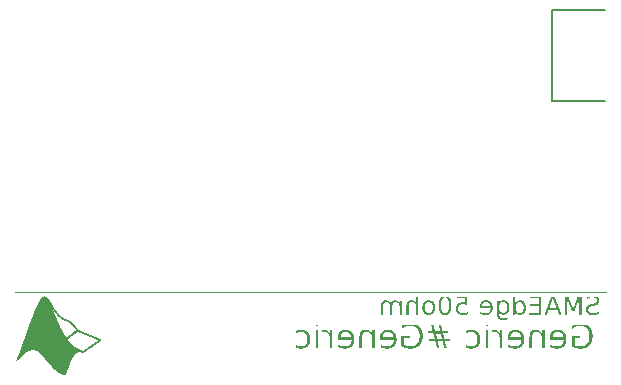
<source format=gbo>
G04 Filename: OshPark_2_45GHz_Patch.gbo*
G04 FileFunction: Legend,Bot*
G04 Part: Single*
G04 ProjectId: OshPark_2_45GHz_Patch,C6A1E24C7C640A67905CB22106AB81A2,1*
G04 GenerationSoftware: MathWorks,MATLAB,9.8.0.1417392 (R2020a) Update 4*
G04 CreationDate: 2021-07-15T12:16:07-0700*
%FSLAX16Y16*%
%MOIN*%
%ADD13C,0.008*%  G04 For silkscreen component boundaries - ground side*
%ADD16C,0.004*%  G04 Design info boundary*
D13*
%LPD*%
G01*
X0980252Y-0151638D02*
X0805055D01*
Y0151638D01*
X0980252D01*
D16*
X-0984252Y-0789402D02*
X0984252D01*
G36*
X-0694471Y-0948010D02*
X-0695043D01*
X-0695615Y-0947438D01*
X-0696186D01*
X-0696758D01*
X-0697329Y-0946867D01*
X-0697901D01*
X-0698472Y-0946295D01*
X-0699044D01*
X-0699615Y-0945723D01*
X-0700187D01*
X-0700759D01*
X-0701330Y-0945152D01*
X-0701902D01*
X-0702473Y-0944580D01*
X-0703045D01*
X-0703616D01*
X-0704188Y-0944009D01*
X-0704760D01*
X-0705331Y-0943437D01*
X-0705903D01*
X-0706474D01*
X-0707046Y-0942866D01*
X-0707617D01*
X-0708189Y-0942294D01*
X-0708760D01*
X-0709332Y-0941723D01*
X-0709904D01*
X-0710475D01*
X-0711047Y-0941151D01*
X-0711618D01*
X-0712190Y-0940579D01*
X-0712761D01*
X-0713333D01*
X-0713904Y-0940008D01*
X-0714476D01*
X-0715048Y-0939436D01*
X-0715619D01*
X-0716191Y-0938865D01*
X-0716762D01*
X-0717334D01*
X-0717905Y-0938293D01*
X-0718477D01*
X-0719048Y-0937722D01*
X-0719620D01*
X-0720192D01*
X-0720763Y-0937150D01*
X-0721335D01*
X-0721906Y-0936579D01*
X-0722478D01*
X-0723049D01*
X-0723621Y-0936007D01*
X-0724193D01*
X-0724764Y-0935435D01*
X-0725336D01*
X-0725907D01*
X-0726479Y-0934864D01*
X-0727050D01*
X-0727622Y-0934292D01*
X-0728193D01*
X-0728765Y-0933721D01*
X-0729337D01*
X-0729908D01*
X-0730480Y-0933149D01*
X-0731051D01*
X-0731623Y-0932578D01*
X-0732194D01*
X-0732766D01*
X-0733337Y-0932006D01*
X-0733909D01*
X-0734481Y-0931434D01*
X-0735052D01*
X-0735624Y-0930863D01*
X-0736195D01*
X-0736767D01*
X-0737338Y-0930291D01*
X-0737910D01*
X-0738482D01*
X-0739053Y-0929720D01*
X-0739625D01*
X-0740196Y-0929148D01*
X-0740768D01*
X-0741339Y-0928577D01*
X-0741911D01*
X-0742482Y-0928005D01*
X-0743054D01*
X-0743626D01*
X-0744197Y-0927434D01*
X-0744769D01*
X-0745340Y-0926862D01*
X-0745912D01*
X-0746483D01*
X-0747055Y-0926290D01*
X-0747626D01*
X-0748198Y-0925719D01*
X-0748770D01*
X-0749341Y-0925147D01*
X-0749913D01*
X-0750484D01*
X-0751056Y-0924576D01*
X-0751627D01*
X-0752199Y-0924004D01*
X-0752770D01*
X-0753342D01*
X-0753914Y-0923433D01*
X-0754485D01*
X-0755057Y-0922861D01*
X-0755628D01*
X-0756200D01*
X-0756771Y-0922290D01*
X-0757343D01*
X-0757915Y-0921718D01*
X-0758486D01*
X-0759058D01*
X-0759629Y-0921146D01*
X-0760201D01*
X-0760772Y-0920575D01*
X-0761344D01*
X-0761915Y-0920003D01*
X-0762487D01*
X-0763059Y-0919432D01*
X-0763630D01*
X-0764202D01*
X-0764773Y-0918860D01*
X-0765345D01*
X-0765916D01*
X-0766488Y-0918289D01*
X-0767059D01*
X-0767631Y-0917717D01*
X-0768203D01*
X-0768774Y-0917146D01*
X-0769346D01*
X-0769917D01*
X-0770489Y-0916574D01*
X-0771060D01*
X-0771632Y-0916002D01*
X-0772204D01*
X-0772775D01*
X-0773347Y-0915431D01*
X-0773918D01*
X-0774490Y-0914859D01*
Y-0914288D01*
X-0775061Y-0913716D01*
X-0775633Y-0913145D01*
X-0776204Y-0912573D01*
X-0776776Y-0912001D01*
Y-0911430D01*
X-0777348Y-0910858D01*
X-0777919Y-0910287D01*
X-0778491Y-0909715D01*
Y-0909144D01*
X-0779062Y-0908572D01*
X-0779634Y-0908001D01*
X-0780205Y-0907429D01*
X-0780777Y-0906857D01*
Y-0906286D01*
X-0781348Y-0905714D01*
X-0781920Y-0905143D01*
X-0782492Y-0904571D01*
X-0783063Y-0904000D01*
Y-0903428D01*
X-0783635Y-0902857D01*
X-0784206Y-0902285D01*
X-0784778Y-0901713D01*
X-0785349Y-0901142D01*
X-0785921Y-0900570D01*
Y-0899999D01*
X-0786492Y-0899427D01*
X-0787064Y-0898856D01*
X-0787636Y-0898284D01*
X-0788207Y-0897713D01*
X-0788779Y-0897141D01*
X-0789350Y-0896569D01*
X-0789922Y-0895998D01*
X-0790493Y-0895426D01*
Y-0894855D01*
X-0791065Y-0894283D01*
X-0791637Y-0893712D01*
X-0792208Y-0893140D01*
X-0792780Y-0892568D01*
X-0793351Y-0891997D01*
X-0793923Y-0891425D01*
X-0794494Y-0890854D01*
X-0795066Y-0890282D01*
X-0795637Y-0889711D01*
X-0796209Y-0889139D01*
X-0796781Y-0888568D01*
X-0797352Y-0887996D01*
X-0797924D01*
X-0798495Y-0887424D01*
X-0799067Y-0886853D01*
X-0799638Y-0886281D01*
X-0800210Y-0885710D01*
X-0800781D01*
X-0801353Y-0885138D01*
X-0801925Y-0884567D01*
X-0802496Y-0883995D01*
X-0803068D01*
X-0803639Y-0883424D01*
X-0804211D01*
X-0804782Y-0882852D01*
X-0805354D01*
X-0805925Y-0882280D01*
X-0806497D01*
X-0807069Y-0881709D01*
X-0807640D01*
X-0808212Y-0881137D01*
X-0808783D01*
X-0809355D01*
X-0809926D01*
X-0810498Y-0880566D01*
X-0811070D01*
X-0811641D01*
X-0812213Y-0879994D01*
X-0812784D01*
X-0813356D01*
X-0813927Y-0879423D01*
X-0814499D01*
X-0815070D01*
X-0815642Y-0878851D01*
X-0816214D01*
X-0816785Y-0878279D01*
X-0817357D01*
X-0817928D01*
X-0818500Y-0877708D01*
X-0819071D01*
X-0819643Y-0877136D01*
X-0820214D01*
X-0820786Y-0876565D01*
X-0821358D01*
X-0821929Y-0875993D01*
X-0822501D01*
X-0823072Y-0875422D01*
X-0823644Y-0874850D01*
X-0824215D01*
X-0824787Y-0874279D01*
X-0825359D01*
X-0825930Y-0873707D01*
X-0826502Y-0873135D01*
X-0827073D01*
X-0827645Y-0872564D01*
X-0828216Y-0871992D01*
X-0828788Y-0871421D01*
X-0829359D01*
X-0829931Y-0870849D01*
X-0830503Y-0870278D01*
X-0831074Y-0869706D01*
X-0831646Y-0869135D01*
X-0832217Y-0868563D01*
X-0832789D01*
X-0833360Y-0867991D01*
X-0833932Y-0867420D01*
X-0834503Y-0866848D01*
X-0835075Y-0866277D01*
X-0835647Y-0865705D01*
X-0836218Y-0865134D01*
X-0836790Y-0864562D01*
X-0837361Y-0863991D01*
X-0837933Y-0863419D01*
X-0838504Y-0862847D01*
X-0839076Y-0862276D01*
X-0839647Y-0861704D01*
X-0840219Y-0861133D01*
X-0840791Y-0860561D01*
Y-0859990D01*
X-0841362Y-0859418D01*
X-0841934Y-0858846D01*
X-0842505Y-0858275D01*
X-0843077Y-0857703D01*
X-0843648Y-0857132D01*
X-0844220Y-0856560D01*
Y-0855989D01*
X-0844792Y-0855417D01*
X-0845363Y-0854846D01*
X-0845935Y-0854274D01*
Y-0853702D01*
X-0846506Y-0853131D01*
X-0847078Y-0852559D01*
X-0847649Y-0851988D01*
Y-0851416D01*
X-0848221Y-0850845D01*
X-0848792Y-0850273D01*
Y-0849702D01*
X-0849364Y-0849130D01*
X-0849936Y-0848558D01*
Y-0847987D01*
X-0850507Y-0847415D01*
X-0851079Y-0846844D01*
X-0851650Y-0846272D01*
Y-0845701D01*
X-0852222Y-0845129D01*
X-0852793Y-0844557D01*
Y-0843986D01*
X-0853365Y-0843414D01*
X-0853936Y-0842843D01*
Y-0842271D01*
X-0854508Y-0841700D01*
Y-0841128D01*
X-0855080Y-0840557D01*
X-0855651Y-0839985D01*
Y-0839413D01*
X-0856223Y-0838842D01*
Y-0838270D01*
X-0856794Y-0837699D01*
X-0857366Y-0837127D01*
Y-0836556D01*
X-0857937Y-0835984D01*
X-0858509Y-0835413D01*
Y-0834841D01*
X-0859081Y-0834269D01*
Y-0833698D01*
X-0859652Y-0833126D01*
X-0860224Y-0832555D01*
Y-0831983D01*
X-0860795Y-0831412D01*
Y-0830840D01*
X-0861367Y-0830269D01*
X-0861938Y-0829697D01*
Y-0829125D01*
X-0862510Y-0828554D01*
Y-0827982D01*
X-0863081Y-0827411D01*
X-0863653Y-0826839D01*
Y-0826268D01*
X-0864225Y-0825696D01*
Y-0825124D01*
X-0864796Y-0824553D01*
X-0865368Y-0823981D01*
Y-0823410D01*
X-0865939Y-0822838D01*
Y-0822267D01*
X-0866511Y-0821695D01*
X-0867082Y-0821124D01*
Y-0820552D01*
X-0867654Y-0819980D01*
X-0868225Y-0819409D01*
Y-0818837D01*
X-0868797Y-0818266D01*
X-0869369Y-0817694D01*
Y-0817123D01*
X-0869940Y-0816551D01*
X-0870512Y-0815980D01*
Y-0815408D01*
X-0871083Y-0814836D01*
X-0871655Y-0814265D01*
X-0872226Y-0813693D01*
Y-0813122D01*
X-0872798Y-0812550D01*
X-0873369Y-0811979D01*
X-0873941Y-0811407D01*
X-0874513Y-0810836D01*
Y-0810264D01*
X-0875084Y-0809692D01*
X-0875656Y-0809121D01*
X-0876227Y-0808549D01*
X-0876799Y-0807978D01*
X-0877370Y-0807406D01*
X-0877942Y-0806835D01*
X-0878514Y-0806263D01*
X-0879085D01*
X-0879657Y-0805691D01*
X-0880228Y-0805120D01*
X-0880800D01*
X-0881371Y-0804548D01*
X-0881943Y-0803977D01*
X-0882514D01*
X-0883086Y-0803405D01*
X-0883658D01*
X-0884229Y-0802834D01*
X-0884801D01*
X-0885372D01*
X-0885944Y-0802262D01*
X-0886515D01*
X-0887087D01*
X-0887658D01*
X-0888230D01*
X-0888802D01*
X-0889373Y-0802834D01*
X-0889945D01*
X-0890516Y-0803405D01*
X-0891088D01*
X-0891659Y-0803977D01*
X-0892231D01*
X-0892802Y-0804548D01*
X-0893374D01*
X-0893946Y-0805120D01*
X-0894517Y-0805691D01*
X-0895089Y-0806263D01*
X-0895660Y-0806835D01*
X-0896232Y-0807406D01*
X-0896803Y-0807978D01*
X-0897375Y-0808549D01*
X-0897947Y-0809121D01*
X-0898518Y-0809692D01*
Y-0810264D01*
X-0899090Y-0810836D01*
X-0899661Y-0811407D01*
X-0900233Y-0811979D01*
Y-0812550D01*
X-0900804Y-0813122D01*
X-0901376Y-0813693D01*
Y-0814265D01*
X-0901947Y-0814836D01*
X-0902519Y-0815408D01*
Y-0815980D01*
X-0903091Y-0816551D01*
X-0903662Y-0817123D01*
Y-0817694D01*
X-0904234Y-0818266D01*
Y-0818837D01*
X-0904805Y-0819409D01*
X-0905377Y-0819980D01*
Y-0820552D01*
X-0905948Y-0821124D01*
Y-0821695D01*
X-0906520Y-0822267D01*
Y-0822838D01*
X-0907091Y-0823410D01*
X-0907663Y-0823981D01*
Y-0824553D01*
X-0908235Y-0825124D01*
Y-0825696D01*
X-0908806Y-0826268D01*
Y-0826839D01*
X-0909378Y-0827411D01*
Y-0827982D01*
X-0909949Y-0828554D01*
Y-0829125D01*
X-0910521Y-0829697D01*
Y-0830269D01*
X-0911092Y-0830840D01*
Y-0831412D01*
X-0911664Y-0831983D01*
Y-0832555D01*
X-0912236Y-0833126D01*
Y-0833698D01*
X-0912807Y-0834269D01*
Y-0834841D01*
Y-0835413D01*
X-0913379Y-0835984D01*
Y-0836556D01*
X-0913950Y-0837127D01*
Y-0837699D01*
X-0914522Y-0838270D01*
Y-0838842D01*
X-0915093Y-0839413D01*
Y-0839985D01*
X-0915665Y-0840557D01*
Y-0841128D01*
Y-0841700D01*
X-0916236Y-0842271D01*
Y-0842843D01*
X-0916808Y-0843414D01*
Y-0843986D01*
X-0917380Y-0844557D01*
Y-0845129D01*
X-0917951Y-0845701D01*
Y-0846272D01*
Y-0846844D01*
X-0918523Y-0847415D01*
Y-0847987D01*
X-0919094Y-0848558D01*
Y-0849130D01*
Y-0849702D01*
X-0919666Y-0850273D01*
Y-0850845D01*
X-0920237Y-0851416D01*
Y-0851988D01*
X-0920809Y-0852559D01*
Y-0853131D01*
Y-0853702D01*
X-0921380Y-0854274D01*
Y-0854846D01*
X-0921952Y-0855417D01*
Y-0855989D01*
Y-0856560D01*
X-0922524Y-0857132D01*
Y-0857703D01*
X-0923095Y-0858275D01*
Y-0858846D01*
Y-0859418D01*
X-0923667Y-0859990D01*
Y-0860561D01*
Y-0861133D01*
X-0924238Y-0861704D01*
Y-0862276D01*
X-0924810Y-0862847D01*
Y-0863419D01*
Y-0863991D01*
X-0925381Y-0864562D01*
Y-0865134D01*
X-0925953Y-0865705D01*
Y-0866277D01*
Y-0866848D01*
X-0926524Y-0867420D01*
Y-0867991D01*
X-0927096Y-0868563D01*
Y-0869135D01*
Y-0869706D01*
X-0927668Y-0870278D01*
Y-0870849D01*
Y-0871421D01*
X-0928239Y-0871992D01*
Y-0872564D01*
X-0928811Y-0873135D01*
Y-0873707D01*
Y-0874279D01*
X-0929382Y-0874850D01*
Y-0875422D01*
Y-0875993D01*
X-0929954Y-0876565D01*
Y-0877136D01*
X-0930525Y-0877708D01*
Y-0878279D01*
Y-0878851D01*
X-0931097Y-0879423D01*
Y-0879994D01*
Y-0880566D01*
X-0931669Y-0881137D01*
Y-0881709D01*
X-0932240Y-0882280D01*
Y-0882852D01*
Y-0883424D01*
X-0932812Y-0883995D01*
Y-0884567D01*
Y-0885138D01*
X-0933383Y-0885710D01*
Y-0886281D01*
X-0933955Y-0886853D01*
Y-0887424D01*
Y-0887996D01*
X-0934526Y-0888568D01*
Y-0889139D01*
Y-0889711D01*
X-0935098Y-0890282D01*
Y-0890854D01*
Y-0891425D01*
X-0935669Y-0891997D01*
Y-0892568D01*
Y-0893140D01*
X-0936241Y-0893712D01*
Y-0894283D01*
X-0936813Y-0894855D01*
Y-0895426D01*
Y-0895998D01*
X-0937384Y-0896569D01*
Y-0897141D01*
Y-0897713D01*
X-0937956Y-0898284D01*
Y-0898856D01*
Y-0899427D01*
X-0938527Y-0899999D01*
Y-0900570D01*
X-0939099Y-0901142D01*
Y-0901713D01*
Y-0902285D01*
X-0939670Y-0902857D01*
Y-0903428D01*
Y-0904000D01*
X-0940242Y-0904571D01*
Y-0905143D01*
Y-0905714D01*
X-0940813Y-0906286D01*
Y-0906857D01*
Y-0907429D01*
X-0941385Y-0908001D01*
Y-0908572D01*
X-0941957Y-0909144D01*
Y-0909715D01*
Y-0910287D01*
X-0942528Y-0910858D01*
Y-0911430D01*
Y-0912001D01*
X-0943100Y-0912573D01*
Y-0913145D01*
Y-0913716D01*
X-0943671Y-0914288D01*
Y-0914859D01*
Y-0915431D01*
X-0944243Y-0916002D01*
Y-0916574D01*
Y-0917146D01*
X-0944814Y-0917717D01*
Y-0918289D01*
X-0945386Y-0918860D01*
Y-0919432D01*
Y-0920003D01*
X-0945958Y-0920575D01*
Y-0921146D01*
Y-0921718D01*
X-0946529Y-0922290D01*
Y-0922861D01*
Y-0923433D01*
X-0947101Y-0924004D01*
Y-0924576D01*
Y-0925147D01*
X-0947672Y-0925719D01*
Y-0926290D01*
Y-0926862D01*
X-0948244Y-0927434D01*
Y-0928005D01*
X-0948815Y-0928577D01*
Y-0929148D01*
Y-0929720D01*
X-0949387Y-0930291D01*
Y-0930863D01*
Y-0931434D01*
X-0949958Y-0932006D01*
Y-0932578D01*
Y-0933149D01*
X-0950530Y-0933721D01*
Y-0934292D01*
Y-0934864D01*
X-0951102Y-0935435D01*
Y-0936007D01*
Y-0936579D01*
X-0951673Y-0937150D01*
Y-0937722D01*
X-0952245Y-0938293D01*
Y-0938865D01*
Y-0939436D01*
X-0952816Y-0940008D01*
Y-0940579D01*
Y-0941151D01*
X-0953388Y-0941723D01*
Y-0942294D01*
Y-0942866D01*
X-0953959Y-0943437D01*
Y-0944009D01*
Y-0944580D01*
X-0954531Y-0945152D01*
Y-0945723D01*
Y-0946295D01*
X-0955102Y-0946867D01*
Y-0947438D01*
X-0955674Y-0948010D01*
Y-0948581D01*
Y-0949153D01*
X-0956246Y-0949724D01*
Y-0950296D01*
Y-0950868D01*
X-0956817Y-0951439D01*
Y-0952011D01*
Y-0952582D01*
X-0957389Y-0953154D01*
Y-0953725D01*
Y-0954297D01*
X-0957960Y-0954868D01*
Y-0955440D01*
X-0958532Y-0956012D01*
Y-0956583D01*
Y-0957155D01*
X-0959103Y-0957726D01*
Y-0958298D01*
Y-0958869D01*
X-0959675Y-0959441D01*
Y-0960012D01*
Y-0960584D01*
X-0960246Y-0961156D01*
Y-0961727D01*
X-0960818Y-0962299D01*
Y-0962870D01*
Y-0963442D01*
X-0961390Y-0964013D01*
Y-0964585D01*
Y-0965156D01*
X-0961961Y-0965728D01*
Y-0966300D01*
Y-0966871D01*
X-0962533Y-0967443D01*
Y-0968014D01*
X-0963104Y-0968586D01*
Y-0969157D01*
Y-0969729D01*
X-0963676Y-0970301D01*
Y-0970872D01*
Y-0971444D01*
X-0964247Y-0972015D01*
Y-0972587D01*
Y-0973158D01*
X-0964819Y-0973730D01*
Y-0974301D01*
X-0965391Y-0974873D01*
Y-0975445D01*
Y-0976016D01*
X-0965962Y-0976588D01*
Y-0977159D01*
Y-0977731D01*
X-0966534Y-0978302D01*
Y-0978874D01*
X-0967105Y-0979445D01*
Y-0980017D01*
Y-0980589D01*
X-0967677Y-0981160D01*
Y-0981732D01*
Y-0982303D01*
X-0968248Y-0982875D01*
Y-0983446D01*
X-0968820Y-0984018D01*
Y-0984590D01*
Y-0985161D01*
X-0969391Y-0985733D01*
Y-0986304D01*
X-0969963Y-0986876D01*
Y-0987447D01*
Y-0988019D01*
X-0970535Y-0988590D01*
Y-0989162D01*
Y-0989734D01*
X-0971106Y-0990305D01*
Y-0990877D01*
X-0971678Y-0991448D01*
Y-0992020D01*
Y-0992591D01*
X-0972249Y-0993163D01*
Y-0993734D01*
X-0972821Y-0994306D01*
Y-0994878D01*
Y-0995449D01*
X-0973392Y-0996021D01*
Y-0996592D01*
X-0973964Y-0997164D01*
Y-0997735D01*
Y-0998307D01*
X-0974535Y-0998878D01*
Y-0999450D01*
X-0975107Y-1000022D01*
Y-1000593D01*
Y-1001165D01*
X-0975679Y-1001736D01*
Y-1002308D01*
X-0976250Y-1002879D01*
Y-1003451D01*
Y-1004023D01*
X-0976822Y-1004594D01*
Y-1005166D01*
X-0977393Y-1005737D01*
Y-1006309D01*
Y-1006880D01*
X-0977965Y-1007452D01*
Y-1008023D01*
X-0978536Y-1008595D01*
Y-1009167D01*
X-0979108Y-1009738D01*
Y-1010310D01*
Y-1010881D01*
X-0979679Y-1011453D01*
Y-1012024D01*
X-0980251Y-1012596D01*
Y-1013167D01*
X-0980823Y-1013739D01*
Y-1014311D01*
Y-1014882D01*
X-0981394Y-1015454D01*
Y-1016025D01*
X-0981966Y-1016597D01*
Y-1017168D01*
X-0982537Y-1017740D01*
Y-1018311D01*
Y-1018883D01*
X-0983109Y-1019455D01*
Y-1020026D01*
X-0983680Y-1020598D01*
Y-1021169D01*
X-0984252Y-1021741D01*
X-0983680Y-1021169D01*
X-0983109Y-1020598D01*
X-0982537D01*
X-0981966Y-1020026D01*
X-0981394Y-1019455D01*
X-0980823Y-1018883D01*
X-0980251D01*
X-0979679Y-1018311D01*
X-0979108Y-1017740D01*
X-0978536D01*
X-0977965Y-1017168D01*
X-0977393Y-1016597D01*
X-0976822Y-1016025D01*
X-0976250D01*
X-0975679Y-1015454D01*
X-0975107Y-1014882D01*
X-0974535Y-1014311D01*
X-0973964D01*
X-0973392Y-1013739D01*
X-0972821Y-1013167D01*
X-0972249Y-1012596D01*
X-0971678Y-1012024D01*
X-0971106Y-1011453D01*
X-0970535D01*
X-0969963Y-1010881D01*
X-0969391Y-1010310D01*
X-0968820Y-1009738D01*
X-0968248Y-1009167D01*
X-0967677Y-1008595D01*
X-0967105Y-1008023D01*
X-0966534Y-1007452D01*
X-0965962D01*
Y-1006880D01*
X-0965391Y-1006309D01*
X-0964819D01*
X-0964247Y-1005737D01*
X-0963676Y-1005166D01*
X-0963104Y-1004594D01*
X-0962533Y-1004023D01*
X-0961961Y-1003451D01*
X-0961390Y-1002879D01*
X-0960818Y-1002308D01*
X-0960246Y-1001736D01*
X-0959675Y-1001165D01*
X-0959103Y-1000593D01*
X-0958532Y-1000022D01*
X-0957960Y-0999450D01*
X-0957389Y-0998878D01*
X-0956817Y-0998307D01*
X-0956246Y-0997735D01*
X-0955674Y-0997164D01*
X-0955102Y-0996592D01*
X-0954531Y-0996021D01*
X-0953959Y-0995449D01*
X-0953388Y-0994878D01*
X-0952816Y-0994306D01*
X-0952245Y-0993734D01*
X-0951673Y-0993163D01*
X-0951102D01*
X-0950530Y-0992591D01*
X-0949958Y-0992020D01*
X-0949387Y-0991448D01*
X-0948815Y-0990877D01*
X-0948244Y-0990305D01*
X-0947672Y-0989734D01*
X-0947101D01*
X-0946529Y-0989162D01*
X-0945958Y-0988590D01*
X-0945386D01*
X-0944814Y-0988019D01*
X-0944243Y-0987447D01*
X-0943671D01*
X-0943100Y-0986876D01*
X-0942528Y-0986304D01*
X-0941957D01*
X-0941385Y-0985733D01*
X-0940813D01*
X-0940242Y-0985161D01*
X-0939670D01*
X-0939099Y-0984590D01*
X-0938527D01*
X-0937956D01*
X-0937384Y-0984018D01*
X-0936813D01*
X-0936241D01*
X-0935669Y-0983446D01*
X-0935098D01*
X-0934526D01*
X-0933955D01*
X-0933383Y-0982875D01*
X-0932812D01*
X-0932240D01*
X-0931669D01*
X-0931097D01*
X-0930525D01*
X-0929954D01*
X-0929382D01*
X-0928811D01*
X-0928239Y-0982303D01*
X-0927668D01*
X-0927096D01*
X-0926524D01*
X-0925953D01*
X-0925381D01*
X-0924810Y-0982875D01*
X-0924238D01*
X-0923667D01*
X-0923095D01*
X-0922524D01*
X-0921952D01*
X-0921380D01*
X-0920809D01*
X-0920237D01*
X-0919666D01*
X-0919094Y-0983446D01*
X-0918523D01*
X-0917951D01*
X-0917380D01*
X-0916808D01*
X-0916236Y-0984018D01*
X-0915665D01*
X-0915093D01*
X-0914522Y-0984590D01*
X-0913950D01*
X-0913379Y-0985161D01*
X-0912807D01*
X-0912236D01*
X-0911664Y-0985733D01*
X-0911092Y-0986304D01*
X-0910521D01*
X-0909949Y-0986876D01*
X-0909378D01*
X-0908806Y-0987447D01*
X-0908235Y-0988019D01*
X-0907663Y-0988590D01*
X-0907091D01*
X-0906520Y-0989162D01*
X-0905948Y-0989734D01*
X-0905377Y-0990305D01*
X-0904805D01*
X-0904234Y-0990877D01*
X-0903662Y-0991448D01*
X-0903091Y-0992020D01*
X-0902519Y-0992591D01*
X-0901947Y-0993163D01*
X-0901376Y-0993734D01*
X-0900804Y-0994306D01*
X-0900233Y-0994878D01*
X-0899661Y-0995449D01*
X-0899090Y-0996021D01*
X-0898518Y-0996592D01*
X-0897947Y-0997164D01*
X-0897375Y-0997735D01*
X-0896803Y-0998307D01*
X-0896232Y-0998878D01*
X-0895660Y-0999450D01*
X-0895089Y-1000022D01*
X-0894517Y-1000593D01*
Y-1001165D01*
X-0893946Y-1001736D01*
X-0893374Y-1002308D01*
X-0892802Y-1002879D01*
X-0892231Y-1003451D01*
X-0891659Y-1004023D01*
X-0891088Y-1004594D01*
X-0890516Y-1005166D01*
Y-1005737D01*
X-0889945Y-1006309D01*
X-0889373Y-1006880D01*
X-0888802Y-1007452D01*
X-0888230Y-1008023D01*
X-0887658Y-1008595D01*
X-0887087Y-1009167D01*
Y-1009738D01*
X-0886515Y-1010310D01*
X-0885944Y-1010881D01*
X-0885372Y-1011453D01*
X-0884801Y-1012024D01*
X-0884229Y-1012596D01*
Y-1013167D01*
X-0883658Y-1013739D01*
X-0883086Y-1014311D01*
X-0882514Y-1014882D01*
X-0881943Y-1015454D01*
X-0881371Y-1016025D01*
Y-1016597D01*
X-0880800Y-1017168D01*
X-0880228Y-1017740D01*
X-0879657Y-1018311D01*
X-0879085Y-1018883D01*
X-0878514Y-1019455D01*
Y-1020026D01*
X-0877942Y-1020598D01*
X-0877370Y-1021169D01*
X-0876799Y-1021741D01*
X-0876227Y-1022312D01*
X-0875656Y-1022884D01*
Y-1023456D01*
X-0875084Y-1024027D01*
X-0874513Y-1024599D01*
X-0873941Y-1025170D01*
X-0873369Y-1025742D01*
X-0872798Y-1026313D01*
Y-1026885D01*
X-0872226Y-1027456D01*
X-0871655Y-1028028D01*
X-0871083Y-1028600D01*
X-0870512Y-1029171D01*
X-0869940Y-1029743D01*
X-0869369Y-1030314D01*
X-0868797Y-1030886D01*
Y-1031457D01*
X-0868225Y-1032029D01*
X-0867654Y-1032600D01*
X-0867082Y-1033172D01*
X-0866511Y-1033744D01*
X-0865939Y-1034315D01*
X-0865368Y-1034887D01*
X-0864796Y-1035458D01*
X-0864225Y-1036030D01*
X-0863653Y-1036601D01*
X-0863081Y-1037173D01*
X-0862510Y-1037745D01*
Y-1038316D01*
X-0861938Y-1038888D01*
X-0861367Y-1039459D01*
X-0860795Y-1040031D01*
X-0860224Y-1040602D01*
X-0859652Y-1041174D01*
X-0859081Y-1041745D01*
X-0858509Y-1042317D01*
X-0857937Y-1042889D01*
X-0857366Y-1043460D01*
X-0856794Y-1044032D01*
X-0856223D01*
X-0855651Y-1044603D01*
X-0855080Y-1045175D01*
X-0854508Y-1045746D01*
X-0853936Y-1046318D01*
X-0853365Y-1046889D01*
X-0852793Y-1047461D01*
X-0852222Y-1048033D01*
X-0851650Y-1048604D01*
X-0851079Y-1049176D01*
X-0850507D01*
X-0849936Y-1049747D01*
X-0849364Y-1050319D01*
X-0848792Y-1050890D01*
X-0848221Y-1051462D01*
X-0847649D01*
X-0847078Y-1052033D01*
X-0846506Y-1052605D01*
X-0845935Y-1053177D01*
X-0845363D01*
X-0844792Y-1053748D01*
X-0844220Y-1054320D01*
X-0843648Y-1054891D01*
X-0843077D01*
X-0842505Y-1055463D01*
X-0841934Y-1056034D01*
X-0841362D01*
X-0840791Y-1056606D01*
X-0840219Y-1057178D01*
X-0839647D01*
X-0839076Y-1057749D01*
X-0838504Y-1058321D01*
X-0837933D01*
X-0837361Y-1058892D01*
X-0836790D01*
X-0836218Y-1059464D01*
X-0835647D01*
X-0835075Y-1060035D01*
X-0834503D01*
X-0833932Y-1060607D01*
X-0833360D01*
X-0832789Y-1061178D01*
X-0832217D01*
X-0831646Y-1061750D01*
X-0831074D01*
X-0830503Y-1062322D01*
X-0829931D01*
X-0829359Y-1062893D01*
X-0828788D01*
X-0828216D01*
X-0827645Y-1063465D01*
X-0827073D01*
X-0826502D01*
X-0825930Y-1064036D01*
X-0825359D01*
X-0824787D01*
X-0824215Y-1064608D01*
X-0823644D01*
X-0823072D01*
X-0822501D01*
X-0821929Y-1065179D01*
X-0821358D01*
X-0820786D01*
X-0820214D01*
X-0819643Y-1065751D01*
X-0819071D01*
X-0818500D01*
X-0817928D01*
X-0817357D01*
X-0816785D01*
Y-1065179D01*
Y-1064608D01*
X-0816214Y-1064036D01*
Y-1063465D01*
X-0815642Y-1062893D01*
Y-1062322D01*
Y-1061750D01*
X-0815070Y-1061178D01*
Y-1060607D01*
Y-1060035D01*
X-0814499Y-1059464D01*
Y-1058892D01*
Y-1058321D01*
X-0813927Y-1057749D01*
Y-1057178D01*
X-0813356Y-1056606D01*
Y-1056034D01*
Y-1055463D01*
X-0812784Y-1054891D01*
Y-1054320D01*
Y-1053748D01*
X-0812213Y-1053177D01*
Y-1052605D01*
X-0811641Y-1052033D01*
Y-1051462D01*
Y-1050890D01*
X-0811070Y-1050319D01*
Y-1049747D01*
Y-1049176D01*
X-0810498Y-1048604D01*
Y-1048033D01*
Y-1047461D01*
X-0809926Y-1046889D01*
Y-1046318D01*
X-0809355Y-1045746D01*
Y-1045175D01*
Y-1044603D01*
X-0808783Y-1044032D01*
Y-1043460D01*
Y-1042889D01*
X-0808212Y-1042317D01*
Y-1041745D01*
X-0807640Y-1041174D01*
Y-1040602D01*
Y-1040031D01*
X-0807069Y-1039459D01*
Y-1038888D01*
Y-1038316D01*
X-0806497Y-1037745D01*
Y-1037173D01*
X-0805925Y-1036601D01*
Y-1036030D01*
Y-1035458D01*
X-0805354Y-1034887D01*
Y-1034315D01*
X-0804782Y-1033744D01*
Y-1033172D01*
Y-1032600D01*
X-0804211Y-1032029D01*
Y-1031457D01*
X-0803639Y-1030886D01*
Y-1030314D01*
Y-1029743D01*
X-0803068Y-1029171D01*
Y-1028600D01*
X-0802496Y-1028028D01*
Y-1027456D01*
Y-1026885D01*
X-0801925Y-1026313D01*
Y-1025742D01*
X-0801353Y-1025170D01*
Y-1024599D01*
Y-1024027D01*
X-0800781Y-1023456D01*
Y-1022884D01*
X-0800210Y-1022312D01*
Y-1021741D01*
X-0799638Y-1021169D01*
Y-1020598D01*
X-0799067Y-1020026D01*
Y-1019455D01*
Y-1018883D01*
X-0798495Y-1018311D01*
Y-1017740D01*
X-0797924Y-1017168D01*
Y-1016597D01*
X-0797352Y-1016025D01*
Y-1015454D01*
X-0796781Y-1014882D01*
Y-1014311D01*
Y-1013739D01*
X-0796209Y-1013167D01*
X-0795637Y-1012596D01*
Y-1012024D01*
Y-1011453D01*
X-0795066Y-1010881D01*
X-0794494Y-1010310D01*
Y-1009738D01*
X-0793923Y-1009167D01*
Y-1008595D01*
X-0793351Y-1008023D01*
Y-1007452D01*
X-0792780Y-1006880D01*
Y-1006309D01*
X-0792208Y-1005737D01*
X-0791637Y-1005166D01*
Y-1004594D01*
X-0791065Y-1004023D01*
Y-1003451D01*
X-0790493Y-1002879D01*
X-0789922Y-1002308D01*
Y-1001736D01*
X-0789350Y-1001165D01*
X-0788779Y-1000593D01*
X-0788207Y-1000022D01*
Y-0999450D01*
X-0787636Y-0998878D01*
X-0787064Y-0998307D01*
X-0786492Y-0997735D01*
X-0785921Y-0997164D01*
X-0785349Y-0996592D01*
X-0784778Y-0996021D01*
X-0784206Y-0995449D01*
X-0783635Y-0994878D01*
X-0783063Y-0994306D01*
X-0782492Y-0993734D01*
X-0781920Y-0993163D01*
X-0781348Y-0992591D01*
X-0780777D01*
X-0780205Y-0992020D01*
X-0779634D01*
X-0779062Y-0991448D01*
X-0778491Y-0990877D01*
X-0777919D01*
X-0777348Y-0990305D01*
X-0776776D01*
X-0776204D01*
X-0775633D01*
X-0775061Y-0989734D01*
X-0774490D01*
X-0773918D01*
X-0773347D01*
X-0772775D01*
X-0772204D01*
X-0771632D01*
X-0771060D01*
X-0770489D01*
X-0769917D01*
X-0769346D01*
X-0768774D01*
X-0768203D01*
X-0767631D01*
X-0767059D01*
X-0766488D01*
X-0765916Y-0990305D01*
X-0765345D01*
X-0764773D01*
X-0764202D01*
X-0763630D01*
X-0763059Y-0990877D01*
X-0762487D01*
X-0761915Y-0991448D01*
X-0761344D01*
X-0760772D01*
X-0760201Y-0992020D01*
X-0759629D01*
X-0759058Y-0992591D01*
X-0758486D01*
X-0757915D01*
X-0757343Y-0992020D01*
X-0756771Y-0991448D01*
X-0756200Y-0990877D01*
X-0755628D01*
X-0755057Y-0990305D01*
X-0754485Y-0989734D01*
X-0753914D01*
X-0753342Y-0989162D01*
X-0752770Y-0988590D01*
X-0752199D01*
X-0751627Y-0988019D01*
X-0751056Y-0987447D01*
X-0750484Y-0986876D01*
X-0749913D01*
X-0749341Y-0986304D01*
X-0748770Y-0985733D01*
X-0748198D01*
X-0747626Y-0985161D01*
X-0747055Y-0984590D01*
X-0746483Y-0984018D01*
X-0745912D01*
X-0745340Y-0983446D01*
X-0744769Y-0982875D01*
X-0744197D01*
X-0743626Y-0982303D01*
X-0743054Y-0981732D01*
X-0742482D01*
X-0741911Y-0981160D01*
X-0741339Y-0980589D01*
X-0740768Y-0980017D01*
X-0740196D01*
X-0739625Y-0979445D01*
X-0739053Y-0978874D01*
X-0738482D01*
X-0737910Y-0978302D01*
X-0737338Y-0977731D01*
X-0736767D01*
X-0736195Y-0977159D01*
X-0735624Y-0976588D01*
X-0735052Y-0976016D01*
X-0734481D01*
X-0733909Y-0975445D01*
X-0733337Y-0974873D01*
X-0732766D01*
X-0732194Y-0974301D01*
X-0731623Y-0973730D01*
X-0731051D01*
X-0730480Y-0973158D01*
X-0729908Y-0972587D01*
X-0729337Y-0972015D01*
X-0728765D01*
X-0728193Y-0971444D01*
X-0727622Y-0970872D01*
X-0727050D01*
X-0726479Y-0970301D01*
X-0725907Y-0969729D01*
X-0725336Y-0969157D01*
X-0724764D01*
X-0724193Y-0968586D01*
X-0723621Y-0968014D01*
X-0723049D01*
X-0722478Y-0967443D01*
X-0721906Y-0966871D01*
X-0721335D01*
X-0720763Y-0966300D01*
X-0720192Y-0965728D01*
X-0719620Y-0965156D01*
X-0719048D01*
X-0718477Y-0964585D01*
X-0717905Y-0964013D01*
X-0717334D01*
X-0716762Y-0963442D01*
X-0716191Y-0962870D01*
X-0715619Y-0962299D01*
X-0715048D01*
X-0714476Y-0961727D01*
X-0713904Y-0961156D01*
X-0713333D01*
X-0712761Y-0960584D01*
X-0712190Y-0960012D01*
X-0711618D01*
X-0711047Y-0959441D01*
X-0710475Y-0958869D01*
X-0709904Y-0958298D01*
X-0709332D01*
X-0708760Y-0957726D01*
X-0708189Y-0957155D01*
X-0707617D01*
X-0707046Y-0956583D01*
X-0706474Y-0956012D01*
X-0705903D01*
X-0705331Y-0955440D01*
X-0704760Y-0954868D01*
X-0704188Y-0954297D01*
X-0703616D01*
X-0703045Y-0953725D01*
X-0702473Y-0953154D01*
X-0701902D01*
X-0701330Y-0952582D01*
X-0700759Y-0952011D01*
X-0700187Y-0951439D01*
X-0699615D01*
X-0699044Y-0950868D01*
X-0698472Y-0950296D01*
X-0697901D01*
X-0697329Y-0949724D01*
X-0696758Y-0949153D01*
X-0696186D01*
X-0695615Y-0948581D01*
X-0695043Y-0948010D01*
X-0694471D01*
G37*
%LPC*%
G36*
X-0708189Y-0949153D02*
X-0708760D01*
X-0709332D01*
X-0709904D01*
Y-0948581D01*
X-0710475D01*
X-0711047D01*
Y-0948010D01*
X-0711618D01*
X-0712190D01*
Y-0947438D01*
X-0712761D01*
X-0713333D01*
X-0713904D01*
Y-0946867D01*
X-0714476D01*
X-0715048D01*
Y-0946295D01*
X-0715619D01*
X-0716191D01*
Y-0945723D01*
X-0716762D01*
X-0717334D01*
X-0717905D01*
Y-0945152D01*
X-0718477D01*
X-0719048D01*
Y-0944580D01*
X-0719620D01*
X-0720192D01*
X-0720763D01*
Y-0944009D01*
X-0721335D01*
X-0721906D01*
Y-0943437D01*
X-0722478D01*
X-0723049D01*
X-0723621D01*
Y-0942866D01*
X-0724193D01*
X-0724764D01*
Y-0942294D01*
X-0725336D01*
X-0725907D01*
Y-0941723D01*
X-0726479D01*
X-0727050D01*
X-0727622D01*
Y-0941151D01*
X-0728193D01*
X-0728765D01*
Y-0940579D01*
X-0729337D01*
X-0729908D01*
Y-0940008D01*
X-0730480D01*
X-0731051D01*
X-0731623D01*
Y-0939436D01*
X-0732194D01*
X-0732766D01*
Y-0938865D01*
X-0733337D01*
X-0733909D01*
X-0734481D01*
Y-0938293D01*
X-0735052D01*
X-0735624D01*
Y-0937722D01*
X-0736195D01*
X-0736767D01*
X-0737338D01*
Y-0937150D01*
X-0737910D01*
X-0738482D01*
Y-0936579D01*
X-0739053D01*
X-0739625D01*
Y-0936007D01*
X-0740196D01*
X-0740768D01*
X-0741339D01*
Y-0935435D01*
X-0741911D01*
X-0742482D01*
Y-0934864D01*
X-0743054D01*
X-0743626D01*
X-0744197D01*
Y-0934292D01*
X-0744769D01*
X-0745340D01*
Y-0933721D01*
X-0745912D01*
X-0746483D01*
X-0747055D01*
Y-0933149D01*
X-0747626D01*
X-0748198D01*
Y-0932578D01*
X-0748770D01*
X-0749341D01*
Y-0932006D01*
X-0749913D01*
X-0750484D01*
X-0751056D01*
Y-0931434D01*
X-0751627D01*
X-0752199D01*
Y-0930863D01*
X-0752770D01*
X-0753342D01*
X-0753914D01*
Y-0930291D01*
X-0754485D01*
X-0755057D01*
Y-0929720D01*
X-0755628D01*
X-0756200D01*
X-0756771D01*
Y-0929148D01*
X-0757343D01*
X-0757915D01*
Y-0928577D01*
X-0758486D01*
X-0759058D01*
Y-0928005D01*
X-0759629D01*
X-0760201D01*
X-0760772D01*
Y-0927434D01*
X-0761344D01*
X-0761915D01*
Y-0926862D01*
X-0762487D01*
X-0763059D01*
X-0763630D01*
Y-0926290D01*
X-0764202D01*
X-0764773D01*
Y-0925719D01*
X-0765345D01*
X-0765916D01*
Y-0925147D01*
X-0766488D01*
X-0767059D01*
X-0767631D01*
Y-0924576D01*
X-0768203D01*
X-0768774D01*
Y-0924004D01*
X-0769346D01*
X-0769917D01*
X-0770489D01*
Y-0923433D01*
X-0771060D01*
X-0771632D01*
Y-0922861D01*
X-0772204D01*
X-0772775D01*
X-0773347D01*
Y-0922290D01*
X-0773918D01*
X-0774490D01*
Y-0921718D01*
X-0775061D01*
X-0775633D01*
Y-0921146D01*
X-0776204D01*
X-0776776D01*
Y-0921718D01*
X-0777348D01*
Y-0922290D01*
X-0777919D01*
X-0778491D01*
Y-0922861D01*
X-0779062D01*
Y-0923433D01*
X-0779634D01*
X-0780205D01*
Y-0924004D01*
X-0780777D01*
Y-0924576D01*
X-0781348D01*
Y-0925147D01*
X-0781920D01*
X-0782492D01*
Y-0925719D01*
X-0783063D01*
Y-0926290D01*
X-0783635D01*
Y-0926862D01*
X-0784206D01*
X-0784778D01*
Y-0927434D01*
X-0785349D01*
Y-0928005D01*
X-0785921D01*
Y-0928577D01*
X-0786492D01*
X-0787064D01*
Y-0929148D01*
X-0787636D01*
Y-0929720D01*
X-0788207D01*
Y-0930291D01*
X-0788779D01*
X-0789350D01*
Y-0930863D01*
X-0789922D01*
Y-0931434D01*
X-0790493D01*
Y-0932006D01*
X-0791065D01*
X-0791637D01*
Y-0932578D01*
X-0792208D01*
Y-0933149D01*
X-0792780D01*
Y-0933721D01*
X-0793351D01*
X-0793923D01*
Y-0934292D01*
X-0794494D01*
Y-0934864D01*
X-0795066D01*
Y-0935435D01*
X-0795637D01*
X-0796209D01*
Y-0936007D01*
X-0796781D01*
Y-0936579D01*
X-0797352D01*
Y-0937150D01*
X-0797924D01*
X-0798495D01*
Y-0937722D01*
X-0799067D01*
Y-0938293D01*
X-0799638D01*
Y-0938865D01*
X-0800210D01*
X-0800781D01*
Y-0939436D01*
X-0801353D01*
Y-0940008D01*
X-0801925D01*
Y-0940579D01*
X-0802496D01*
Y-0941151D01*
X-0803068D01*
X-0803639D01*
Y-0941723D01*
X-0804211D01*
Y-0942294D01*
X-0804782D01*
Y-0942866D01*
X-0805354D01*
X-0805925D01*
Y-0943437D01*
X-0806497D01*
Y-0944009D01*
X-0807069D01*
Y-0944580D01*
X-0807640D01*
X-0808212D01*
Y-0945152D01*
X-0808783D01*
Y-0945723D01*
X-0809355D01*
Y-0946295D01*
X-0809926D01*
Y-0946867D01*
X-0809355D01*
Y-0947438D01*
Y-0948010D01*
X-0808783D01*
Y-0948581D01*
X-0808212D01*
Y-0949153D01*
X-0807640D01*
Y-0949724D01*
Y-0950296D01*
X-0807069D01*
Y-0950868D01*
X-0806497D01*
Y-0951439D01*
X-0805925D01*
Y-0952011D01*
Y-0952582D01*
X-0805354D01*
Y-0953154D01*
X-0804782D01*
Y-0953725D01*
X-0804211D01*
Y-0954297D01*
X-0803639D01*
Y-0954868D01*
Y-0955440D01*
X-0803068D01*
Y-0956012D01*
X-0802496D01*
Y-0956583D01*
X-0801925D01*
Y-0957155D01*
X-0801353D01*
Y-0957726D01*
Y-0958298D01*
X-0800781D01*
Y-0958869D01*
X-0800210D01*
Y-0959441D01*
X-0799638D01*
Y-0960012D01*
X-0799067D01*
Y-0960584D01*
X-0798495D01*
Y-0961156D01*
X-0797924D01*
Y-0961727D01*
X-0797352D01*
Y-0962299D01*
Y-0962870D01*
X-0796781D01*
Y-0963442D01*
X-0796209D01*
Y-0964013D01*
X-0795637D01*
Y-0964585D01*
X-0795066D01*
Y-0965156D01*
X-0794494D01*
Y-0965728D01*
X-0793923D01*
Y-0966300D01*
X-0793351D01*
Y-0966871D01*
X-0792780D01*
Y-0967443D01*
X-0792208D01*
Y-0968014D01*
X-0791637D01*
Y-0968586D01*
X-0791065D01*
Y-0969157D01*
X-0790493D01*
X-0789922D01*
Y-0969729D01*
X-0789350D01*
X-0788779D01*
Y-0970301D01*
X-0788207D01*
X-0787636D01*
Y-0970872D01*
X-0787064D01*
X-0786492D01*
Y-0971444D01*
X-0785921D01*
X-0785349D01*
Y-0972015D01*
X-0784778D01*
X-0784206D01*
Y-0972587D01*
X-0783635D01*
X-0783063D01*
Y-0973158D01*
X-0782492D01*
X-0781920D01*
Y-0973730D01*
X-0781348D01*
X-0780777D01*
Y-0974301D01*
X-0780205D01*
X-0779634D01*
Y-0974873D01*
X-0779062D01*
X-0778491D01*
Y-0975445D01*
X-0777919D01*
X-0777348D01*
Y-0976016D01*
X-0776776D01*
X-0776204D01*
Y-0976588D01*
X-0775633D01*
X-0775061D01*
Y-0977159D01*
X-0774490D01*
X-0773918D01*
Y-0977731D01*
X-0773347D01*
X-0772775D01*
Y-0978302D01*
X-0772204D01*
Y-0978874D01*
X-0771632D01*
X-0771060D01*
Y-0979445D01*
X-0770489D01*
X-0769917D01*
X-0769346D01*
Y-0980017D01*
X-0768774D01*
X-0768203D01*
Y-0980589D01*
X-0767631D01*
Y-0981160D01*
X-0767059D01*
X-0766488D01*
Y-0981732D01*
X-0765916D01*
X-0765345D01*
Y-0982303D01*
X-0764773D01*
X-0764202D01*
Y-0982875D01*
X-0763630D01*
X-0763059D01*
Y-0983446D01*
X-0762487D01*
X-0761915D01*
Y-0984018D01*
X-0761344D01*
X-0760772D01*
Y-0984590D01*
X-0760201D01*
X-0759629D01*
Y-0985161D01*
X-0759058D01*
X-0758486D01*
Y-0984590D01*
X-0757915D01*
Y-0984018D01*
X-0757343D01*
X-0756771D01*
Y-0983446D01*
X-0756200D01*
Y-0982875D01*
X-0755628D01*
Y-0982303D01*
X-0755057D01*
X-0754485D01*
Y-0981732D01*
X-0753914D01*
Y-0981160D01*
X-0753342D01*
X-0752770D01*
Y-0980589D01*
X-0752199D01*
Y-0980017D01*
X-0751627D01*
X-0751056D01*
Y-0979445D01*
X-0750484D01*
Y-0978874D01*
X-0749913D01*
Y-0978302D01*
X-0749341D01*
X-0748770D01*
Y-0977731D01*
X-0748198D01*
Y-0977159D01*
X-0747626D01*
X-0747055D01*
Y-0976588D01*
X-0746483D01*
Y-0976016D01*
X-0745912D01*
X-0745340D01*
Y-0975445D01*
X-0744769D01*
Y-0974873D01*
X-0744197D01*
Y-0974301D01*
X-0743626D01*
X-0743054D01*
Y-0973730D01*
X-0742482D01*
Y-0973158D01*
X-0741911D01*
X-0741339D01*
Y-0972587D01*
X-0740768D01*
Y-0972015D01*
X-0740196D01*
Y-0971444D01*
X-0739625D01*
X-0739053D01*
Y-0970872D01*
X-0738482D01*
Y-0970301D01*
X-0737910D01*
X-0737338D01*
Y-0969729D01*
X-0736767D01*
Y-0969157D01*
X-0736195D01*
X-0735624D01*
Y-0968586D01*
X-0735052D01*
Y-0968014D01*
X-0734481D01*
Y-0967443D01*
X-0733909D01*
X-0733337D01*
Y-0966871D01*
X-0732766D01*
Y-0966300D01*
X-0732194D01*
X-0731623D01*
Y-0965728D01*
X-0731051D01*
Y-0965156D01*
X-0730480D01*
X-0729908D01*
Y-0964585D01*
X-0729337D01*
Y-0964013D01*
X-0728765D01*
Y-0963442D01*
X-0728193D01*
X-0727622D01*
Y-0962870D01*
X-0727050D01*
Y-0962299D01*
X-0726479D01*
X-0725907D01*
Y-0961727D01*
X-0725336D01*
Y-0961156D01*
X-0724764D01*
Y-0960584D01*
X-0724193D01*
X-0723621D01*
Y-0960012D01*
X-0723049D01*
Y-0959441D01*
X-0722478D01*
X-0721906D01*
Y-0958869D01*
X-0721335D01*
Y-0958298D01*
X-0720763D01*
Y-0957726D01*
X-0720192D01*
X-0719620D01*
Y-0957155D01*
X-0719048D01*
Y-0956583D01*
X-0718477D01*
X-0717905D01*
Y-0956012D01*
X-0717334D01*
Y-0955440D01*
X-0716762D01*
X-0716191D01*
Y-0954868D01*
X-0715619D01*
Y-0954297D01*
X-0715048D01*
Y-0953725D01*
X-0714476D01*
X-0713904D01*
Y-0953154D01*
X-0713333D01*
Y-0952582D01*
X-0712761D01*
X-0712190D01*
Y-0952011D01*
X-0711618D01*
Y-0951439D01*
X-0711047D01*
X-0710475D01*
Y-0950868D01*
X-0709904D01*
Y-0950296D01*
X-0709332D01*
X-0708760D01*
Y-0949724D01*
Y-0949153D01*
X-0708189D01*
G37*
G36*
X-0781920Y-0915431D02*
X-0782492D01*
Y-0914859D01*
X-0783063D01*
Y-0914288D01*
Y-0913716D01*
X-0783635D01*
Y-0913145D01*
X-0784206D01*
Y-0912573D01*
X-0784778D01*
Y-0912001D01*
Y-0911430D01*
X-0785349D01*
Y-0910858D01*
X-0785921D01*
Y-0910287D01*
X-0786492D01*
Y-0909715D01*
X-0787064D01*
Y-0909144D01*
Y-0908572D01*
X-0787636D01*
Y-0908001D01*
X-0788207D01*
Y-0907429D01*
X-0788779D01*
Y-0906857D01*
X-0789350D01*
Y-0906286D01*
X-0789922D01*
Y-0905714D01*
Y-0905143D01*
X-0790493D01*
Y-0904571D01*
X-0791065D01*
Y-0904000D01*
X-0791637D01*
Y-0903428D01*
X-0792208D01*
Y-0902857D01*
X-0792780D01*
Y-0902285D01*
X-0793351D01*
Y-0901713D01*
X-0793923D01*
Y-0901142D01*
Y-0900570D01*
X-0794494D01*
Y-0899999D01*
X-0795066D01*
Y-0899427D01*
X-0795637D01*
Y-0898856D01*
X-0796209D01*
Y-0898284D01*
X-0796781D01*
Y-0897713D01*
X-0797352D01*
Y-0897141D01*
X-0797924D01*
Y-0896569D01*
X-0798495D01*
Y-0895998D01*
X-0799067D01*
Y-0895426D01*
X-0799638D01*
Y-0894855D01*
X-0800210D01*
Y-0894283D01*
X-0800781D01*
Y-0893712D01*
X-0801353D01*
Y-0893140D01*
X-0801925D01*
Y-0892568D01*
X-0802496D01*
Y-0891997D01*
X-0803068D01*
Y-0891425D01*
X-0803639D01*
X-0804211D01*
Y-0890854D01*
X-0804782D01*
Y-0890282D01*
X-0805354D01*
Y-0889711D01*
X-0805925D01*
X-0806497D01*
Y-0889139D01*
X-0807069D01*
Y-0888568D01*
X-0807640D01*
X-0808212D01*
Y-0887996D01*
X-0808783D01*
X-0809355D01*
Y-0887424D01*
X-0809926D01*
X-0810498D01*
X-0811070D01*
Y-0886853D01*
X-0811641D01*
X-0812213D01*
X-0812784D01*
X-0813356D01*
Y-0886281D01*
X-0813927D01*
X-0814499D01*
X-0815070D01*
X-0815642D01*
Y-0885710D01*
X-0816214D01*
X-0816785D01*
Y-0885138D01*
X-0817357D01*
X-0817928D01*
X-0818500D01*
Y-0884567D01*
X-0819071D01*
X-0819643D01*
Y-0883995D01*
X-0820214D01*
X-0820786D01*
X-0821358D01*
Y-0883424D01*
X-0821929D01*
X-0822501D01*
Y-0882852D01*
X-0823072D01*
X-0823644D01*
Y-0882280D01*
X-0824215D01*
X-0824787D01*
Y-0881709D01*
X-0825359D01*
X-0825930D01*
Y-0881137D01*
X-0826502D01*
Y-0880566D01*
X-0827073D01*
X-0827645D01*
Y-0879994D01*
X-0828216D01*
X-0828788D01*
Y-0879423D01*
X-0829359D01*
Y-0878851D01*
X-0829931D01*
X-0830503D01*
Y-0878279D01*
X-0831074D01*
Y-0877708D01*
X-0831646D01*
X-0832217D01*
Y-0877136D01*
X-0832789D01*
Y-0876565D01*
X-0833360D01*
Y-0875993D01*
X-0833932D01*
Y-0875422D01*
X-0834503D01*
X-0835075D01*
Y-0874850D01*
X-0835647D01*
Y-0874279D01*
X-0836218D01*
Y-0873707D01*
X-0836790D01*
Y-0873135D01*
X-0837361D01*
Y-0872564D01*
X-0837933D01*
X-0838504D01*
Y-0871992D01*
X-0839076D01*
Y-0871421D01*
X-0839647D01*
Y-0870849D01*
X-0840219D01*
Y-0870278D01*
X-0840791D01*
Y-0869706D01*
X-0841362D01*
Y-0869135D01*
X-0841934D01*
Y-0868563D01*
X-0842505D01*
Y-0867991D01*
X-0843077D01*
Y-0867420D01*
X-0843648D01*
Y-0866848D01*
X-0844220D01*
Y-0866277D01*
X-0844792D01*
Y-0865705D01*
Y-0865134D01*
X-0845363D01*
Y-0864562D01*
X-0845935D01*
Y-0863991D01*
X-0846506D01*
Y-0863419D01*
X-0847078D01*
Y-0862847D01*
X-0847649D01*
Y-0862276D01*
X-0848221D01*
Y-0861704D01*
Y-0861133D01*
X-0848792D01*
Y-0860561D01*
X-0849364D01*
Y-0859990D01*
X-0849936D01*
Y-0859418D01*
X-0850507D01*
Y-0858846D01*
Y-0858275D01*
X-0851079D01*
Y-0857703D01*
X-0851650D01*
Y-0857132D01*
X-0852222D01*
Y-0856560D01*
Y-0855989D01*
X-0852793D01*
Y-0855417D01*
X-0853365D01*
Y-0854846D01*
Y-0854274D01*
X-0853936D01*
Y-0853702D01*
X-0854508D01*
Y-0853131D01*
X-0855080D01*
Y-0852559D01*
Y-0851988D01*
X-0855651D01*
Y-0851416D01*
X-0856223D01*
Y-0850845D01*
Y-0850273D01*
X-0856794D01*
Y-0849702D01*
X-0857366D01*
Y-0849130D01*
Y-0848558D01*
X-0857937D01*
Y-0847987D01*
X-0858509D01*
Y-0847415D01*
Y-0846844D01*
X-0859081D01*
Y-0846272D01*
Y-0845701D01*
X-0859652D01*
Y-0846272D01*
Y-0846844D01*
X-0859081D01*
Y-0847415D01*
Y-0847987D01*
X-0858509D01*
Y-0848558D01*
Y-0849130D01*
Y-0849702D01*
X-0857937D01*
Y-0850273D01*
Y-0850845D01*
X-0857366D01*
Y-0851416D01*
Y-0851988D01*
Y-0852559D01*
X-0856794D01*
Y-0853131D01*
Y-0853702D01*
X-0856223D01*
Y-0854274D01*
Y-0854846D01*
Y-0855417D01*
X-0855651D01*
Y-0855989D01*
Y-0856560D01*
Y-0857132D01*
X-0855080D01*
Y-0857703D01*
Y-0858275D01*
X-0854508D01*
Y-0858846D01*
Y-0859418D01*
Y-0859990D01*
X-0853936D01*
Y-0860561D01*
Y-0861133D01*
X-0853365D01*
Y-0861704D01*
Y-0862276D01*
Y-0862847D01*
X-0852793D01*
Y-0863419D01*
Y-0863991D01*
X-0852222D01*
Y-0864562D01*
Y-0865134D01*
Y-0865705D01*
X-0851650D01*
Y-0866277D01*
Y-0866848D01*
X-0851079D01*
Y-0867420D01*
Y-0867991D01*
X-0850507D01*
Y-0868563D01*
Y-0869135D01*
Y-0869706D01*
X-0849936D01*
Y-0870278D01*
Y-0870849D01*
X-0849364D01*
Y-0871421D01*
Y-0871992D01*
Y-0872564D01*
X-0848792D01*
Y-0873135D01*
Y-0873707D01*
X-0848221D01*
Y-0874279D01*
Y-0874850D01*
Y-0875422D01*
X-0847649D01*
Y-0875993D01*
Y-0876565D01*
X-0847078D01*
Y-0877136D01*
Y-0877708D01*
X-0846506D01*
Y-0878279D01*
Y-0878851D01*
Y-0879423D01*
X-0845935D01*
Y-0879994D01*
Y-0880566D01*
X-0845363D01*
Y-0881137D01*
Y-0881709D01*
Y-0882280D01*
X-0844792D01*
Y-0882852D01*
Y-0883424D01*
X-0844220D01*
Y-0883995D01*
Y-0884567D01*
X-0843648D01*
Y-0885138D01*
Y-0885710D01*
X-0843077D01*
Y-0886281D01*
Y-0886853D01*
Y-0887424D01*
X-0842505D01*
Y-0887996D01*
Y-0888568D01*
X-0841934D01*
Y-0889139D01*
Y-0889711D01*
X-0841362D01*
Y-0890282D01*
Y-0890854D01*
X-0840791D01*
Y-0891425D01*
Y-0891997D01*
Y-0892568D01*
X-0840219D01*
Y-0893140D01*
Y-0893712D01*
X-0839647D01*
Y-0894283D01*
Y-0894855D01*
X-0839076D01*
Y-0895426D01*
Y-0895998D01*
X-0838504D01*
Y-0896569D01*
Y-0897141D01*
X-0837933D01*
Y-0897713D01*
Y-0898284D01*
Y-0898856D01*
X-0837361D01*
Y-0899427D01*
Y-0899999D01*
X-0836790D01*
Y-0900570D01*
Y-0901142D01*
X-0836218D01*
Y-0901713D01*
Y-0902285D01*
X-0835647D01*
Y-0902857D01*
Y-0903428D01*
X-0835075D01*
Y-0904000D01*
Y-0904571D01*
X-0834503D01*
Y-0905143D01*
Y-0905714D01*
X-0833932D01*
Y-0906286D01*
Y-0906857D01*
X-0833360D01*
Y-0907429D01*
Y-0908001D01*
X-0832789D01*
Y-0908572D01*
Y-0909144D01*
X-0832217D01*
Y-0909715D01*
Y-0910287D01*
X-0831646D01*
Y-0910858D01*
Y-0911430D01*
X-0831074D01*
Y-0912001D01*
Y-0912573D01*
X-0830503D01*
Y-0913145D01*
Y-0913716D01*
X-0829931D01*
Y-0914288D01*
Y-0914859D01*
X-0829359D01*
Y-0915431D01*
X-0828788D01*
Y-0916002D01*
Y-0916574D01*
X-0828216D01*
Y-0917146D01*
Y-0917717D01*
X-0827645D01*
Y-0918289D01*
Y-0918860D01*
X-0827073D01*
Y-0919432D01*
Y-0920003D01*
X-0826502D01*
Y-0920575D01*
Y-0921146D01*
X-0825930D01*
Y-0921718D01*
X-0825359D01*
Y-0922290D01*
Y-0922861D01*
X-0824787D01*
Y-0923433D01*
Y-0924004D01*
X-0824215D01*
Y-0924576D01*
Y-0925147D01*
X-0823644D01*
Y-0925719D01*
X-0823072D01*
Y-0926290D01*
Y-0926862D01*
X-0822501D01*
Y-0927434D01*
Y-0928005D01*
X-0821929D01*
Y-0928577D01*
X-0821358D01*
Y-0929148D01*
Y-0929720D01*
X-0820786D01*
Y-0930291D01*
Y-0930863D01*
X-0820214D01*
Y-0931434D01*
X-0819643D01*
Y-0932006D01*
Y-0932578D01*
X-0819071D01*
Y-0933149D01*
Y-0933721D01*
X-0818500D01*
Y-0934292D01*
X-0817928D01*
Y-0934864D01*
Y-0935435D01*
X-0817357D01*
Y-0936007D01*
X-0816785D01*
Y-0936579D01*
Y-0937150D01*
X-0816214D01*
Y-0937722D01*
X-0815642D01*
Y-0938293D01*
Y-0938865D01*
X-0815070D01*
Y-0939436D01*
X-0814499D01*
Y-0940008D01*
X-0813927D01*
X-0813356D01*
Y-0939436D01*
X-0812784D01*
Y-0938865D01*
X-0812213D01*
X-0811641D01*
Y-0938293D01*
X-0811070D01*
Y-0937722D01*
X-0810498D01*
Y-0937150D01*
X-0809926D01*
X-0809355D01*
Y-0936579D01*
X-0808783D01*
Y-0936007D01*
X-0808212D01*
Y-0935435D01*
X-0807640D01*
X-0807069D01*
Y-0934864D01*
X-0806497D01*
Y-0934292D01*
X-0805925D01*
Y-0933721D01*
X-0805354D01*
X-0804782D01*
Y-0933149D01*
X-0804211D01*
Y-0932578D01*
X-0803639D01*
Y-0932006D01*
X-0803068D01*
X-0802496D01*
Y-0931434D01*
X-0801925D01*
Y-0930863D01*
X-0801353D01*
Y-0930291D01*
X-0800781D01*
X-0800210D01*
Y-0929720D01*
X-0799638D01*
Y-0929148D01*
X-0799067D01*
Y-0928577D01*
X-0798495D01*
X-0797924D01*
Y-0928005D01*
X-0797352D01*
Y-0927434D01*
X-0796781D01*
Y-0926862D01*
X-0796209D01*
X-0795637D01*
Y-0926290D01*
X-0795066D01*
Y-0925719D01*
X-0794494D01*
Y-0925147D01*
X-0793923D01*
X-0793351D01*
Y-0924576D01*
X-0792780D01*
Y-0924004D01*
X-0792208D01*
Y-0923433D01*
X-0791637D01*
X-0791065D01*
Y-0922861D01*
X-0790493D01*
Y-0922290D01*
X-0789922D01*
Y-0921718D01*
X-0789350D01*
X-0788779D01*
Y-0921146D01*
X-0788207D01*
Y-0920575D01*
X-0787636D01*
Y-0920003D01*
X-0787064D01*
X-0786492D01*
Y-0919432D01*
X-0785921D01*
Y-0918860D01*
X-0785349D01*
Y-0918289D01*
X-0784778D01*
X-0784206D01*
Y-0917717D01*
X-0783635D01*
Y-0917146D01*
X-0783063D01*
Y-0916574D01*
X-0782492D01*
Y-0916002D01*
X-0781920D01*
Y-0915431D01*
G37*
%LPD*%
G36*
X0961692Y-0817305D02*
X0961249Y-0816863D01*
Y-0816420D01*
Y-0815978D01*
Y-0815536D01*
Y-0815093D01*
Y-0814651D01*
Y-0814209D01*
X0960807Y-0813766D01*
Y-0813324D01*
Y-0812882D01*
Y-0812439D01*
X0960365Y-0811997D01*
Y-0811554D01*
Y-0811112D01*
X0959922Y-0810670D01*
Y-0810227D01*
X0959480Y-0809785D01*
Y-0809343D01*
X0959037Y-0808900D01*
Y-0808458D01*
X0958595Y-0808016D01*
X0958153Y-0807573D01*
X0957710Y-0807131D01*
Y-0806688D01*
X0957268Y-0806246D01*
X0956826Y-0805804D01*
X0956383Y-0805361D01*
X0955941D01*
X0955499Y-0804919D01*
X0955056Y-0804477D01*
X0954614Y-0804034D01*
X0954171D01*
X0953729Y-0803592D01*
X0953287D01*
X0952844D01*
X0952402D01*
X0951960D01*
X0951517D01*
X0951075D01*
X0950633D01*
X0950190D01*
X0949748D01*
X0949305D01*
X0948863D01*
X0948421D01*
X0947978D01*
X0947536D01*
X0947094D01*
X0946651D01*
X0946209D01*
X0945767D01*
X0945324D01*
X0944882D01*
X0944440D01*
X0943997D01*
X0943555D01*
X0943112D01*
X0942670D01*
X0942228D01*
X0941785D01*
X0941343D01*
X0940901D01*
X0940458D01*
X0940016D01*
X0939574D01*
X0939131D01*
X0938689D01*
X0938246D01*
X0937804D01*
X0937362D01*
X0936919D01*
X0936477D01*
X0936035D01*
X0935592D01*
X0935150D01*
X0934708D01*
X0934265D01*
X0933823D01*
X0933381D01*
X0932938D01*
X0932496D01*
X0932053D01*
X0931611D01*
X0931169D01*
X0930726D01*
X0930284D01*
X0929842D01*
X0929399D01*
X0928957D01*
X0928515D01*
X0928072D01*
X0927630D01*
X0927187D01*
X0926745D01*
X0926303D01*
X0925860D01*
X0925418D01*
X0924976D01*
X0924533D01*
X0924091D01*
X0923649D01*
X0923206D01*
X0922764D01*
X0922322D01*
X0921879D01*
X0921437D01*
Y-0804034D01*
Y-0804477D01*
Y-0804919D01*
Y-0805361D01*
Y-0805804D01*
Y-0806246D01*
Y-0806688D01*
Y-0807131D01*
Y-0807573D01*
Y-0808016D01*
Y-0808458D01*
Y-0808900D01*
Y-0809343D01*
Y-0809785D01*
Y-0810227D01*
Y-0810670D01*
X0921879Y-0810227D01*
X0922322D01*
X0922764D01*
X0923206Y-0809785D01*
X0923649D01*
X0924091Y-0809343D01*
X0924533D01*
X0924976Y-0808900D01*
X0925418D01*
X0925860D01*
X0926303Y-0808458D01*
X0926745D01*
X0927187D01*
X0927630Y-0808016D01*
X0928072D01*
X0928515D01*
X0928957Y-0807573D01*
X0929399D01*
X0929842D01*
X0930284D01*
X0930726Y-0807131D01*
X0931169D01*
X0931611D01*
X0932053D01*
X0932496Y-0806688D01*
X0932938D01*
X0933381D01*
X0933823D01*
X0934265D01*
X0934708D01*
X0935150D01*
X0935592Y-0806246D01*
X0936035D01*
X0936477D01*
X0936919D01*
X0937362D01*
X0937804D01*
X0938246D01*
X0938689D01*
X0939131D01*
X0939574D01*
X0940016D01*
X0940458D01*
X0940901D01*
X0941343D01*
X0941785D01*
X0942228Y-0806688D01*
X0942670D01*
X0943112D01*
X0943555D01*
X0943997D01*
X0944440D01*
X0944882Y-0807131D01*
X0945324D01*
X0945767D01*
X0946209D01*
X0946651Y-0807573D01*
X0947094D01*
X0947536Y-0808016D01*
X0947978D01*
X0948421Y-0808458D01*
X0948863D01*
X0949305Y-0808900D01*
X0949748D01*
X0950190Y-0809343D01*
X0950633Y-0809785D01*
X0951075Y-0810227D01*
X0951517Y-0810670D01*
X0951960Y-0811112D01*
Y-0811554D01*
X0952402Y-0811997D01*
X0952844Y-0812439D01*
Y-0812882D01*
X0953287Y-0813324D01*
Y-0813766D01*
Y-0814209D01*
Y-0814651D01*
X0953729Y-0815093D01*
Y-0815536D01*
Y-0815978D01*
Y-0816420D01*
Y-0816863D01*
Y-0817305D01*
Y-0817748D01*
Y-0818190D01*
Y-0818632D01*
Y-0819075D01*
X0953287Y-0819517D01*
Y-0819959D01*
Y-0820402D01*
Y-0820844D01*
X0952844Y-0821286D01*
Y-0821729D01*
X0952402Y-0822171D01*
Y-0822613D01*
X0951960Y-0823056D01*
X0951517Y-0823498D01*
X0951075Y-0823941D01*
X0950633Y-0824383D01*
X0950190D01*
X0949748Y-0824825D01*
X0949305D01*
X0948863Y-0825268D01*
X0948421D01*
X0947978Y-0825710D01*
X0947536D01*
X0947094Y-0826152D01*
X0946651D01*
X0946209D01*
X0945767Y-0826595D01*
X0945324D01*
X0944882D01*
X0944440D01*
X0943997Y-0827037D01*
X0943555D01*
X0943112D01*
X0942670D01*
X0942228Y-0827479D01*
X0941785D01*
X0941343D01*
X0940901D01*
X0940458D01*
X0940016Y-0827922D01*
X0939574D01*
X0939131D01*
X0938689D01*
X0938246D01*
X0937804Y-0828364D01*
X0937362D01*
X0936919D01*
X0936477D01*
X0936035D01*
X0935592Y-0828807D01*
X0935150D01*
X0934708D01*
X0934265D01*
X0933823D01*
X0933381Y-0829249D01*
X0932938D01*
X0932496D01*
X0932053Y-0829691D01*
X0931611D01*
X0931169D01*
X0930726D01*
X0930284Y-0830134D01*
X0929842D01*
X0929399Y-0830576D01*
X0928957D01*
X0928515D01*
X0928072Y-0831018D01*
X0927630D01*
X0927187Y-0831461D01*
X0926745D01*
X0926303Y-0831903D01*
X0925860D01*
X0925418Y-0832345D01*
X0924976D01*
X0924533Y-0832788D01*
X0924091Y-0833230D01*
X0923649D01*
X0923206Y-0833672D01*
X0922764Y-0834115D01*
X0922322Y-0834557D01*
X0921879Y-0835000D01*
X0921437Y-0835442D01*
X0920994Y-0835884D01*
X0920552Y-0836327D01*
Y-0836769D01*
X0920110Y-0837211D01*
Y-0837654D01*
X0919667Y-0838096D01*
X0919225Y-0838538D01*
Y-0838981D01*
Y-0839423D01*
X0918783Y-0839866D01*
Y-0840308D01*
X0918340Y-0840750D01*
Y-0841193D01*
Y-0841635D01*
Y-0842077D01*
X0917898Y-0842520D01*
Y-0842962D01*
Y-0843404D01*
Y-0843847D01*
Y-0844289D01*
Y-0844731D01*
X0917456Y-0845174D01*
Y-0845616D01*
Y-0846059D01*
Y-0846501D01*
Y-0846943D01*
Y-0847386D01*
Y-0847828D01*
Y-0848270D01*
Y-0848713D01*
X0917898Y-0849155D01*
Y-0849597D01*
Y-0850040D01*
Y-0850482D01*
Y-0850925D01*
Y-0851367D01*
X0918340Y-0851809D01*
Y-0852252D01*
Y-0852694D01*
Y-0853136D01*
X0918783Y-0853579D01*
Y-0854021D01*
Y-0854463D01*
X0919225Y-0854906D01*
Y-0855348D01*
X0919667Y-0855790D01*
Y-0856233D01*
X0920110Y-0856675D01*
X0920552Y-0857118D01*
Y-0857560D01*
X0920994Y-0858002D01*
X0921437Y-0858445D01*
X0921879Y-0858887D01*
X0922322Y-0859329D01*
X0922764Y-0859772D01*
X0923206Y-0860214D01*
X0923649Y-0860656D01*
X0924091D01*
X0924533Y-0861099D01*
X0924976Y-0861541D01*
X0925418D01*
X0925860Y-0861984D01*
X0926303D01*
X0926745Y-0862426D01*
X0927187Y-0862868D01*
X0927630D01*
X0928072D01*
X0928515Y-0863311D01*
X0928957D01*
X0929399D01*
X0929842Y-0863753D01*
X0930284D01*
X0930726D01*
X0931169Y-0864195D01*
X0931611D01*
X0932053D01*
X0932496D01*
X0932938Y-0864638D01*
X0933381D01*
X0933823D01*
X0934265D01*
X0934708D01*
X0935150D01*
X0935592Y-0865080D01*
X0936035D01*
X0936477D01*
X0936919D01*
X0937362D01*
X0937804D01*
X0938246D01*
X0938689D01*
X0939131D01*
X0939574D01*
X0940016D01*
X0940458D01*
X0940901D01*
X0941343D01*
X0941785D01*
X0942228D01*
X0942670D01*
X0943112D01*
X0943555D01*
X0943997D01*
X0944440D01*
X0944882D01*
X0945324D01*
X0945767D01*
X0946209D01*
X0946651D01*
X0947094Y-0864638D01*
X0947536D01*
X0947978D01*
X0948421D01*
X0948863D01*
X0949305D01*
X0949748D01*
X0950190Y-0864195D01*
X0950633D01*
X0951075D01*
X0951517D01*
X0951960D01*
X0952402Y-0863753D01*
X0952844D01*
X0953287D01*
X0953729D01*
X0954171Y-0863311D01*
X0954614D01*
X0955056D01*
X0955499D01*
X0955941Y-0862868D01*
X0956383D01*
X0956826D01*
X0957268Y-0862426D01*
X0957710D01*
X0958153D01*
X0958595Y-0861984D01*
X0959037D01*
X0959480D01*
X0959922Y-0861541D01*
X0960365D01*
X0960807D01*
X0961249Y-0861099D01*
Y-0860656D01*
Y-0860214D01*
Y-0859772D01*
Y-0859329D01*
Y-0858887D01*
Y-0858445D01*
Y-0858002D01*
Y-0857560D01*
Y-0857118D01*
Y-0856675D01*
Y-0856233D01*
Y-0855790D01*
Y-0855348D01*
Y-0854906D01*
Y-0854463D01*
Y-0854021D01*
Y-0853579D01*
X0960807D01*
X0960365Y-0854021D01*
X0959922D01*
X0959480Y-0854463D01*
X0959037D01*
X0958595Y-0854906D01*
X0958153D01*
X0957710Y-0855348D01*
X0957268D01*
X0956826Y-0855790D01*
X0956383D01*
X0955941Y-0856233D01*
X0955499D01*
X0955056D01*
X0954614Y-0856675D01*
X0954171D01*
X0953729D01*
X0953287Y-0857118D01*
X0952844D01*
X0952402Y-0857560D01*
X0951960D01*
X0951517D01*
X0951075D01*
X0950633Y-0858002D01*
X0950190D01*
X0949748D01*
X0949305D01*
X0948863Y-0858445D01*
X0948421D01*
X0947978D01*
X0947536D01*
X0947094D01*
X0946651Y-0858887D01*
X0946209D01*
X0945767D01*
X0945324D01*
X0944882D01*
X0944440D01*
X0943997D01*
X0943555D01*
X0943112D01*
X0942670D01*
X0942228D01*
X0941785D01*
X0941343D01*
X0940901D01*
X0940458D01*
X0940016D01*
X0939574D01*
X0939131D01*
X0938689D01*
X0938246D01*
X0937804D01*
X0937362D01*
X0936919D01*
X0936477D01*
X0936035Y-0858445D01*
X0935592D01*
X0935150D01*
X0934708D01*
X0934265D01*
X0933823Y-0858002D01*
X0933381D01*
X0932938D01*
X0932496Y-0857560D01*
X0932053D01*
X0931611Y-0857118D01*
X0931169D01*
X0930726Y-0856675D01*
X0930284Y-0856233D01*
X0929842D01*
X0929399Y-0855790D01*
X0928957Y-0855348D01*
X0928515Y-0854906D01*
X0928072Y-0854463D01*
X0927630Y-0854021D01*
X0927187Y-0853579D01*
Y-0853136D01*
X0926745Y-0852694D01*
Y-0852252D01*
X0926303Y-0851809D01*
Y-0851367D01*
Y-0850925D01*
X0925860Y-0850482D01*
Y-0850040D01*
Y-0849597D01*
Y-0849155D01*
Y-0848713D01*
Y-0848270D01*
Y-0847828D01*
Y-0847386D01*
Y-0846943D01*
Y-0846501D01*
Y-0846059D01*
Y-0845616D01*
Y-0845174D01*
Y-0844731D01*
X0926303Y-0844289D01*
Y-0843847D01*
Y-0843404D01*
X0926745Y-0842962D01*
Y-0842520D01*
Y-0842077D01*
X0927187Y-0841635D01*
X0927630Y-0841193D01*
X0928072Y-0840750D01*
X0928515Y-0840308D01*
X0928957Y-0839866D01*
X0929399Y-0839423D01*
X0929842Y-0838981D01*
X0930284Y-0838538D01*
X0930726D01*
X0931169Y-0838096D01*
X0931611D01*
X0932053Y-0837654D01*
X0932496D01*
X0932938Y-0837211D01*
X0933381D01*
X0933823D01*
X0934265Y-0836769D01*
X0934708D01*
X0935150D01*
X0935592Y-0836327D01*
X0936035D01*
X0936477D01*
X0936919D01*
X0937362Y-0835884D01*
X0937804D01*
X0938246D01*
X0938689D01*
X0939131D01*
X0939574Y-0835442D01*
X0940016D01*
X0940458D01*
X0940901D01*
X0941343Y-0835000D01*
X0941785D01*
X0942228D01*
X0942670D01*
X0943112D01*
X0943555D01*
X0943997Y-0834557D01*
X0944440D01*
X0944882D01*
X0945324D01*
X0945767Y-0834115D01*
X0946209D01*
X0946651D01*
X0947094D01*
X0947536Y-0833672D01*
X0947978D01*
X0948421D01*
X0948863Y-0833230D01*
X0949305D01*
X0949748D01*
X0950190Y-0832788D01*
X0950633D01*
X0951075D01*
X0951517Y-0832345D01*
X0951960D01*
X0952402Y-0831903D01*
X0952844D01*
X0953287Y-0831461D01*
X0953729D01*
X0954171Y-0831018D01*
X0954614D01*
X0955056Y-0830576D01*
X0955499D01*
X0955941Y-0830134D01*
X0956383Y-0829691D01*
X0956826Y-0829249D01*
X0957268Y-0828807D01*
X0957710Y-0828364D01*
X0958153Y-0827922D01*
X0958595Y-0827479D01*
X0959037Y-0827037D01*
Y-0826595D01*
X0959480Y-0826152D01*
X0959922Y-0825710D01*
Y-0825268D01*
X0960365Y-0824825D01*
Y-0824383D01*
Y-0823941D01*
X0960807Y-0823498D01*
Y-0823056D01*
Y-0822613D01*
Y-0822171D01*
X0961249Y-0821729D01*
Y-0821286D01*
Y-0820844D01*
Y-0820402D01*
Y-0819959D01*
Y-0819517D01*
Y-0819075D01*
X0961692Y-0818632D01*
Y-0818190D01*
Y-0817748D01*
Y-0817305D01*
G37*
G36*
X0903300Y-0803592D02*
X0902858D01*
X0902415D01*
X0901973D01*
X0901531D01*
X0901088D01*
X0900646D01*
X0900203D01*
X0899761D01*
X0899319D01*
X0898876D01*
X0898434D01*
X0897992D01*
X0897549D01*
X0897107D01*
X0896665D01*
X0896222D01*
X0895780D01*
X0895338D01*
X0894895D01*
X0894453D01*
X0894010D01*
X0893568D01*
X0893126D01*
X0892683D01*
X0892241D01*
X0891799D01*
X0891356D01*
X0890914D01*
X0890472D01*
Y-0804034D01*
X0890029Y-0804477D01*
Y-0804919D01*
Y-0805361D01*
X0889587Y-0805804D01*
Y-0806246D01*
X0889144Y-0806688D01*
Y-0807131D01*
Y-0807573D01*
X0888702Y-0808016D01*
Y-0808458D01*
Y-0808900D01*
X0888260Y-0809343D01*
Y-0809785D01*
X0887817Y-0810227D01*
Y-0810670D01*
Y-0811112D01*
X0887375Y-0811554D01*
Y-0811997D01*
Y-0812439D01*
X0886933Y-0812882D01*
Y-0813324D01*
X0886490Y-0813766D01*
Y-0814209D01*
Y-0814651D01*
X0886048Y-0815093D01*
Y-0815536D01*
Y-0815978D01*
X0885606Y-0816420D01*
Y-0816863D01*
X0885163Y-0817305D01*
Y-0817748D01*
Y-0818190D01*
X0884721Y-0818632D01*
Y-0819075D01*
Y-0819517D01*
X0884279Y-0819959D01*
Y-0820402D01*
X0883836Y-0820844D01*
Y-0821286D01*
Y-0821729D01*
X0883394Y-0822171D01*
Y-0822613D01*
Y-0823056D01*
X0882951Y-0823498D01*
Y-0823941D01*
X0882509Y-0824383D01*
Y-0824825D01*
Y-0825268D01*
X0882067Y-0825710D01*
Y-0826152D01*
Y-0826595D01*
X0881624Y-0827037D01*
Y-0827479D01*
X0881182Y-0827922D01*
Y-0828364D01*
Y-0828807D01*
X0880740Y-0829249D01*
Y-0829691D01*
Y-0830134D01*
X0880297Y-0830576D01*
Y-0831018D01*
X0879855Y-0831461D01*
Y-0831903D01*
Y-0832345D01*
X0879413Y-0832788D01*
Y-0833230D01*
Y-0833672D01*
X0878970Y-0834115D01*
Y-0834557D01*
X0878528Y-0835000D01*
Y-0835442D01*
Y-0835884D01*
X0878085Y-0836327D01*
Y-0836769D01*
Y-0837211D01*
X0877643Y-0837654D01*
Y-0838096D01*
X0877201Y-0838538D01*
Y-0838981D01*
Y-0839423D01*
X0876758Y-0839866D01*
Y-0840308D01*
Y-0840750D01*
X0876316Y-0841193D01*
Y-0841635D01*
X0875874Y-0842077D01*
Y-0842520D01*
Y-0842962D01*
X0875431Y-0843404D01*
Y-0843847D01*
Y-0844289D01*
X0874989Y-0844731D01*
X0874547Y-0844289D01*
X0874104Y-0843847D01*
Y-0843404D01*
X0873662Y-0842962D01*
Y-0842520D01*
Y-0842077D01*
X0873219Y-0841635D01*
Y-0841193D01*
Y-0840750D01*
X0872777Y-0840308D01*
Y-0839866D01*
Y-0839423D01*
X0872335Y-0838981D01*
Y-0838538D01*
X0871892Y-0838096D01*
Y-0837654D01*
Y-0837211D01*
X0871450Y-0836769D01*
Y-0836327D01*
Y-0835884D01*
X0871008Y-0835442D01*
Y-0835000D01*
X0870565Y-0834557D01*
Y-0834115D01*
Y-0833672D01*
X0870123Y-0833230D01*
Y-0832788D01*
X0869681Y-0832345D01*
Y-0831903D01*
Y-0831461D01*
X0869238Y-0831018D01*
Y-0830576D01*
Y-0830134D01*
X0868796Y-0829691D01*
Y-0829249D01*
X0868354Y-0828807D01*
Y-0828364D01*
Y-0827922D01*
X0867911Y-0827479D01*
Y-0827037D01*
Y-0826595D01*
X0867469Y-0826152D01*
Y-0825710D01*
X0867026Y-0825268D01*
Y-0824825D01*
Y-0824383D01*
X0866584Y-0823941D01*
Y-0823498D01*
Y-0823056D01*
X0866142Y-0822613D01*
Y-0822171D01*
X0865699Y-0821729D01*
Y-0821286D01*
Y-0820844D01*
X0865257Y-0820402D01*
Y-0819959D01*
Y-0819517D01*
X0864815Y-0819075D01*
Y-0818632D01*
X0864372Y-0818190D01*
Y-0817748D01*
Y-0817305D01*
X0863930Y-0816863D01*
Y-0816420D01*
X0863488Y-0815978D01*
Y-0815536D01*
Y-0815093D01*
X0863045Y-0814651D01*
Y-0814209D01*
Y-0813766D01*
X0862603Y-0813324D01*
Y-0812882D01*
Y-0812439D01*
X0862160Y-0811997D01*
Y-0811554D01*
X0861718Y-0811112D01*
Y-0810670D01*
Y-0810227D01*
X0861276Y-0809785D01*
Y-0809343D01*
Y-0808900D01*
X0860833Y-0808458D01*
Y-0808016D01*
X0860391Y-0807573D01*
Y-0807131D01*
Y-0806688D01*
X0859949Y-0806246D01*
Y-0805804D01*
X0859506Y-0805361D01*
Y-0804919D01*
Y-0804477D01*
X0859064Y-0804034D01*
Y-0803592D01*
X0858622D01*
X0858179D01*
X0857737D01*
X0857295D01*
X0856852D01*
X0856410D01*
X0855967D01*
X0855525D01*
X0855083D01*
X0854640D01*
X0854198D01*
X0853756D01*
X0853313D01*
X0852871D01*
X0852429D01*
X0851986D01*
X0851544D01*
X0851101D01*
X0850659D01*
X0850217D01*
X0849774D01*
X0849332D01*
X0848890D01*
X0848447D01*
X0848005D01*
X0847563D01*
X0847120D01*
X0846678D01*
X0846236D01*
Y-0804034D01*
Y-0804477D01*
Y-0804919D01*
Y-0805361D01*
Y-0805804D01*
Y-0806246D01*
Y-0806688D01*
Y-0807131D01*
Y-0807573D01*
Y-0808016D01*
Y-0808458D01*
Y-0808900D01*
Y-0809343D01*
Y-0809785D01*
Y-0810227D01*
Y-0810670D01*
Y-0811112D01*
Y-0811554D01*
Y-0811997D01*
Y-0812439D01*
Y-0812882D01*
Y-0813324D01*
Y-0813766D01*
Y-0814209D01*
Y-0814651D01*
Y-0815093D01*
Y-0815536D01*
Y-0815978D01*
Y-0816420D01*
Y-0816863D01*
Y-0817305D01*
Y-0817748D01*
Y-0818190D01*
Y-0818632D01*
Y-0819075D01*
Y-0819517D01*
Y-0819959D01*
Y-0820402D01*
Y-0820844D01*
Y-0821286D01*
Y-0821729D01*
Y-0822171D01*
Y-0822613D01*
Y-0823056D01*
Y-0823498D01*
Y-0823941D01*
Y-0824383D01*
Y-0824825D01*
Y-0825268D01*
Y-0825710D01*
Y-0826152D01*
Y-0826595D01*
Y-0827037D01*
Y-0827479D01*
Y-0827922D01*
Y-0828364D01*
Y-0828807D01*
Y-0829249D01*
Y-0829691D01*
Y-0830134D01*
Y-0830576D01*
Y-0831018D01*
Y-0831461D01*
Y-0831903D01*
Y-0832345D01*
Y-0832788D01*
Y-0833230D01*
Y-0833672D01*
Y-0834115D01*
Y-0834557D01*
Y-0835000D01*
Y-0835442D01*
Y-0835884D01*
Y-0836327D01*
Y-0836769D01*
Y-0837211D01*
Y-0837654D01*
Y-0838096D01*
Y-0838538D01*
Y-0838981D01*
Y-0839423D01*
Y-0839866D01*
Y-0840308D01*
Y-0840750D01*
Y-0841193D01*
Y-0841635D01*
Y-0842077D01*
Y-0842520D01*
Y-0842962D01*
Y-0843404D01*
Y-0843847D01*
Y-0844289D01*
Y-0844731D01*
Y-0845174D01*
Y-0845616D01*
Y-0846059D01*
Y-0846501D01*
Y-0846943D01*
Y-0847386D01*
Y-0847828D01*
Y-0848270D01*
Y-0848713D01*
Y-0849155D01*
Y-0849597D01*
Y-0850040D01*
Y-0850482D01*
Y-0850925D01*
Y-0851367D01*
Y-0851809D01*
Y-0852252D01*
Y-0852694D01*
Y-0853136D01*
Y-0853579D01*
Y-0854021D01*
Y-0854463D01*
Y-0854906D01*
Y-0855348D01*
Y-0855790D01*
Y-0856233D01*
Y-0856675D01*
Y-0857118D01*
Y-0857560D01*
Y-0858002D01*
Y-0858445D01*
Y-0858887D01*
Y-0859329D01*
Y-0859772D01*
Y-0860214D01*
Y-0860656D01*
Y-0861099D01*
Y-0861541D01*
Y-0861984D01*
Y-0862426D01*
Y-0862868D01*
Y-0863311D01*
Y-0863753D01*
Y-0864195D01*
X0846678D01*
X0847120D01*
X0847563D01*
X0848005D01*
X0848447D01*
X0848890D01*
X0849332D01*
X0849774D01*
X0850217D01*
X0850659D01*
X0851101D01*
X0851544D01*
X0851986D01*
X0852429D01*
X0852871D01*
X0853313D01*
X0853756D01*
Y-0863753D01*
Y-0863311D01*
Y-0862868D01*
Y-0862426D01*
Y-0861984D01*
Y-0861541D01*
Y-0861099D01*
Y-0860656D01*
Y-0860214D01*
Y-0859772D01*
Y-0859329D01*
Y-0858887D01*
Y-0858445D01*
Y-0858002D01*
Y-0857560D01*
Y-0857118D01*
Y-0856675D01*
Y-0856233D01*
Y-0855790D01*
Y-0855348D01*
Y-0854906D01*
Y-0854463D01*
Y-0854021D01*
Y-0853579D01*
Y-0853136D01*
Y-0852694D01*
Y-0852252D01*
Y-0851809D01*
Y-0851367D01*
Y-0850925D01*
Y-0850482D01*
Y-0850040D01*
Y-0849597D01*
Y-0849155D01*
Y-0848713D01*
Y-0848270D01*
Y-0847828D01*
Y-0847386D01*
Y-0846943D01*
Y-0846501D01*
Y-0846059D01*
Y-0845616D01*
Y-0845174D01*
Y-0844731D01*
Y-0844289D01*
Y-0843847D01*
Y-0843404D01*
Y-0842962D01*
Y-0842520D01*
Y-0842077D01*
Y-0841635D01*
Y-0841193D01*
Y-0840750D01*
Y-0840308D01*
Y-0839866D01*
Y-0839423D01*
Y-0838981D01*
Y-0838538D01*
Y-0838096D01*
Y-0837654D01*
Y-0837211D01*
Y-0836769D01*
Y-0836327D01*
Y-0835884D01*
Y-0835442D01*
Y-0835000D01*
Y-0834557D01*
Y-0834115D01*
Y-0833672D01*
Y-0833230D01*
Y-0832788D01*
Y-0832345D01*
Y-0831903D01*
Y-0831461D01*
Y-0831018D01*
Y-0830576D01*
Y-0830134D01*
Y-0829691D01*
Y-0829249D01*
Y-0828807D01*
Y-0828364D01*
Y-0827922D01*
Y-0827479D01*
Y-0827037D01*
Y-0826595D01*
Y-0826152D01*
Y-0825710D01*
Y-0825268D01*
Y-0824825D01*
Y-0824383D01*
Y-0823941D01*
Y-0823498D01*
Y-0823056D01*
Y-0822613D01*
Y-0822171D01*
Y-0821729D01*
Y-0821286D01*
Y-0820844D01*
Y-0820402D01*
Y-0819959D01*
Y-0819517D01*
Y-0819075D01*
Y-0818632D01*
Y-0818190D01*
Y-0817748D01*
Y-0817305D01*
Y-0816863D01*
Y-0816420D01*
Y-0815978D01*
Y-0815536D01*
Y-0815093D01*
Y-0814651D01*
Y-0814209D01*
Y-0813766D01*
Y-0813324D01*
Y-0812882D01*
Y-0812439D01*
Y-0811997D01*
Y-0811554D01*
Y-0811112D01*
Y-0810670D01*
Y-0810227D01*
Y-0809785D01*
Y-0809343D01*
Y-0808900D01*
X0854198Y-0808458D01*
X0854640Y-0808900D01*
Y-0809343D01*
X0855083Y-0809785D01*
Y-0810227D01*
X0855525Y-0810670D01*
Y-0811112D01*
Y-0811554D01*
X0855967Y-0811997D01*
Y-0812439D01*
X0856410Y-0812882D01*
Y-0813324D01*
Y-0813766D01*
X0856852Y-0814209D01*
Y-0814651D01*
Y-0815093D01*
X0857295Y-0815536D01*
Y-0815978D01*
X0857737Y-0816420D01*
Y-0816863D01*
Y-0817305D01*
X0858179Y-0817748D01*
Y-0818190D01*
Y-0818632D01*
X0858622Y-0819075D01*
Y-0819517D01*
X0859064Y-0819959D01*
Y-0820402D01*
Y-0820844D01*
X0859506Y-0821286D01*
Y-0821729D01*
Y-0822171D01*
X0859949Y-0822613D01*
Y-0823056D01*
X0860391Y-0823498D01*
Y-0823941D01*
Y-0824383D01*
X0860833Y-0824825D01*
Y-0825268D01*
Y-0825710D01*
X0861276Y-0826152D01*
Y-0826595D01*
X0861718Y-0827037D01*
Y-0827479D01*
Y-0827922D01*
X0862160Y-0828364D01*
Y-0828807D01*
Y-0829249D01*
X0862603Y-0829691D01*
Y-0830134D01*
X0863045Y-0830576D01*
Y-0831018D01*
Y-0831461D01*
X0863488Y-0831903D01*
Y-0832345D01*
Y-0832788D01*
X0863930Y-0833230D01*
Y-0833672D01*
X0864372Y-0834115D01*
Y-0834557D01*
Y-0835000D01*
X0864815Y-0835442D01*
Y-0835884D01*
Y-0836327D01*
X0865257Y-0836769D01*
Y-0837211D01*
X0865699Y-0837654D01*
Y-0838096D01*
Y-0838538D01*
X0866142Y-0838981D01*
Y-0839423D01*
Y-0839866D01*
X0866584Y-0840308D01*
Y-0840750D01*
X0867026Y-0841193D01*
Y-0841635D01*
Y-0842077D01*
X0867469Y-0842520D01*
Y-0842962D01*
Y-0843404D01*
X0867911Y-0843847D01*
Y-0844289D01*
X0868354Y-0844731D01*
Y-0845174D01*
Y-0845616D01*
X0868796Y-0846059D01*
Y-0846501D01*
Y-0846943D01*
X0869238Y-0847386D01*
Y-0847828D01*
X0869681Y-0848270D01*
Y-0848713D01*
Y-0849155D01*
X0870123Y-0849597D01*
Y-0850040D01*
Y-0850482D01*
X0870565Y-0850925D01*
Y-0851367D01*
X0871008Y-0851809D01*
X0871450D01*
X0871892D01*
X0872335D01*
X0872777D01*
X0873219D01*
X0873662D01*
X0874104D01*
X0874547D01*
X0874989D01*
X0875431D01*
X0875874D01*
X0876316D01*
X0876758D01*
X0877201D01*
X0877643D01*
X0878085D01*
X0878528D01*
X0878970Y-0851367D01*
Y-0850925D01*
X0879413Y-0850482D01*
Y-0850040D01*
Y-0849597D01*
X0879855Y-0849155D01*
Y-0848713D01*
X0880297Y-0848270D01*
Y-0847828D01*
Y-0847386D01*
X0880740Y-0846943D01*
Y-0846501D01*
Y-0846059D01*
X0881182Y-0845616D01*
Y-0845174D01*
Y-0844731D01*
X0881624Y-0844289D01*
Y-0843847D01*
X0882067Y-0843404D01*
Y-0842962D01*
Y-0842520D01*
X0882509Y-0842077D01*
Y-0841635D01*
X0882951Y-0841193D01*
Y-0840750D01*
Y-0840308D01*
X0883394Y-0839866D01*
Y-0839423D01*
Y-0838981D01*
X0883836Y-0838538D01*
Y-0838096D01*
X0884279Y-0837654D01*
Y-0837211D01*
Y-0836769D01*
X0884721Y-0836327D01*
Y-0835884D01*
Y-0835442D01*
X0885163Y-0835000D01*
Y-0834557D01*
X0885606Y-0834115D01*
Y-0833672D01*
Y-0833230D01*
X0886048Y-0832788D01*
Y-0832345D01*
Y-0831903D01*
X0886490Y-0831461D01*
Y-0831018D01*
X0886933Y-0830576D01*
Y-0830134D01*
Y-0829691D01*
X0887375Y-0829249D01*
Y-0828807D01*
Y-0828364D01*
X0887817Y-0827922D01*
Y-0827479D01*
X0888260Y-0827037D01*
Y-0826595D01*
Y-0826152D01*
X0888702Y-0825710D01*
Y-0825268D01*
Y-0824825D01*
X0889144Y-0824383D01*
Y-0823941D01*
X0889587Y-0823498D01*
Y-0823056D01*
Y-0822613D01*
X0890029Y-0822171D01*
Y-0821729D01*
Y-0821286D01*
X0890472Y-0820844D01*
Y-0820402D01*
X0890914Y-0819959D01*
Y-0819517D01*
Y-0819075D01*
X0891356Y-0818632D01*
Y-0818190D01*
Y-0817748D01*
X0891799Y-0817305D01*
Y-0816863D01*
X0892241Y-0816420D01*
Y-0815978D01*
Y-0815536D01*
X0892683Y-0815093D01*
Y-0814651D01*
Y-0814209D01*
X0893126Y-0813766D01*
Y-0813324D01*
X0893568Y-0812882D01*
Y-0812439D01*
Y-0811997D01*
X0894010Y-0811554D01*
Y-0811112D01*
X0894453Y-0810670D01*
Y-0810227D01*
Y-0809785D01*
X0894895Y-0809343D01*
Y-0808900D01*
Y-0808458D01*
X0895338Y-0808016D01*
X0895780Y-0808458D01*
Y-0808900D01*
Y-0809343D01*
Y-0809785D01*
Y-0810227D01*
Y-0810670D01*
Y-0811112D01*
Y-0811554D01*
Y-0811997D01*
Y-0812439D01*
Y-0812882D01*
Y-0813324D01*
Y-0813766D01*
Y-0814209D01*
Y-0814651D01*
Y-0815093D01*
Y-0815536D01*
Y-0815978D01*
Y-0816420D01*
Y-0816863D01*
Y-0817305D01*
Y-0817748D01*
Y-0818190D01*
Y-0818632D01*
Y-0819075D01*
Y-0819517D01*
Y-0819959D01*
Y-0820402D01*
Y-0820844D01*
Y-0821286D01*
Y-0821729D01*
Y-0822171D01*
Y-0822613D01*
Y-0823056D01*
Y-0823498D01*
Y-0823941D01*
Y-0824383D01*
Y-0824825D01*
Y-0825268D01*
Y-0825710D01*
Y-0826152D01*
Y-0826595D01*
Y-0827037D01*
Y-0827479D01*
Y-0827922D01*
Y-0828364D01*
Y-0828807D01*
Y-0829249D01*
Y-0829691D01*
Y-0830134D01*
Y-0830576D01*
Y-0831018D01*
Y-0831461D01*
Y-0831903D01*
Y-0832345D01*
Y-0832788D01*
Y-0833230D01*
Y-0833672D01*
Y-0834115D01*
Y-0834557D01*
Y-0835000D01*
Y-0835442D01*
Y-0835884D01*
Y-0836327D01*
Y-0836769D01*
Y-0837211D01*
Y-0837654D01*
Y-0838096D01*
Y-0838538D01*
Y-0838981D01*
Y-0839423D01*
Y-0839866D01*
Y-0840308D01*
Y-0840750D01*
Y-0841193D01*
Y-0841635D01*
Y-0842077D01*
Y-0842520D01*
Y-0842962D01*
Y-0843404D01*
Y-0843847D01*
Y-0844289D01*
Y-0844731D01*
Y-0845174D01*
Y-0845616D01*
Y-0846059D01*
Y-0846501D01*
Y-0846943D01*
Y-0847386D01*
Y-0847828D01*
Y-0848270D01*
Y-0848713D01*
Y-0849155D01*
Y-0849597D01*
Y-0850040D01*
Y-0850482D01*
Y-0850925D01*
Y-0851367D01*
Y-0851809D01*
Y-0852252D01*
Y-0852694D01*
Y-0853136D01*
Y-0853579D01*
Y-0854021D01*
Y-0854463D01*
Y-0854906D01*
Y-0855348D01*
Y-0855790D01*
Y-0856233D01*
Y-0856675D01*
Y-0857118D01*
Y-0857560D01*
Y-0858002D01*
Y-0858445D01*
Y-0858887D01*
Y-0859329D01*
Y-0859772D01*
Y-0860214D01*
Y-0860656D01*
Y-0861099D01*
Y-0861541D01*
Y-0861984D01*
Y-0862426D01*
Y-0862868D01*
Y-0863311D01*
Y-0863753D01*
Y-0864195D01*
X0896222D01*
X0896665D01*
X0897107D01*
X0897549D01*
X0897992D01*
X0898434D01*
X0898876D01*
X0899319D01*
X0899761D01*
X0900203D01*
X0900646D01*
X0901088D01*
X0901531D01*
X0901973D01*
X0902415D01*
X0902858D01*
X0903300D01*
Y-0863753D01*
Y-0863311D01*
Y-0862868D01*
Y-0862426D01*
Y-0861984D01*
Y-0861541D01*
Y-0861099D01*
Y-0860656D01*
Y-0860214D01*
Y-0859772D01*
Y-0859329D01*
Y-0858887D01*
Y-0858445D01*
Y-0858002D01*
Y-0857560D01*
Y-0857118D01*
Y-0856675D01*
Y-0856233D01*
Y-0855790D01*
Y-0855348D01*
Y-0854906D01*
Y-0854463D01*
Y-0854021D01*
Y-0853579D01*
Y-0853136D01*
Y-0852694D01*
Y-0852252D01*
Y-0851809D01*
Y-0851367D01*
Y-0850925D01*
Y-0850482D01*
Y-0850040D01*
Y-0849597D01*
Y-0849155D01*
Y-0848713D01*
Y-0848270D01*
Y-0847828D01*
Y-0847386D01*
Y-0846943D01*
Y-0846501D01*
Y-0846059D01*
Y-0845616D01*
Y-0845174D01*
Y-0844731D01*
Y-0844289D01*
Y-0843847D01*
Y-0843404D01*
Y-0842962D01*
Y-0842520D01*
Y-0842077D01*
Y-0841635D01*
Y-0841193D01*
Y-0840750D01*
Y-0840308D01*
Y-0839866D01*
Y-0839423D01*
Y-0838981D01*
Y-0838538D01*
Y-0838096D01*
Y-0837654D01*
Y-0837211D01*
Y-0836769D01*
Y-0836327D01*
Y-0835884D01*
Y-0835442D01*
Y-0835000D01*
Y-0834557D01*
Y-0834115D01*
Y-0833672D01*
Y-0833230D01*
Y-0832788D01*
Y-0832345D01*
Y-0831903D01*
Y-0831461D01*
Y-0831018D01*
Y-0830576D01*
Y-0830134D01*
Y-0829691D01*
Y-0829249D01*
Y-0828807D01*
Y-0828364D01*
Y-0827922D01*
Y-0827479D01*
Y-0827037D01*
Y-0826595D01*
Y-0826152D01*
Y-0825710D01*
Y-0825268D01*
Y-0824825D01*
Y-0824383D01*
Y-0823941D01*
Y-0823498D01*
Y-0823056D01*
Y-0822613D01*
Y-0822171D01*
Y-0821729D01*
Y-0821286D01*
Y-0820844D01*
Y-0820402D01*
Y-0819959D01*
Y-0819517D01*
Y-0819075D01*
Y-0818632D01*
Y-0818190D01*
Y-0817748D01*
Y-0817305D01*
Y-0816863D01*
Y-0816420D01*
Y-0815978D01*
Y-0815536D01*
Y-0815093D01*
Y-0814651D01*
Y-0814209D01*
Y-0813766D01*
Y-0813324D01*
Y-0812882D01*
Y-0812439D01*
Y-0811997D01*
Y-0811554D01*
Y-0811112D01*
Y-0810670D01*
Y-0810227D01*
Y-0809785D01*
Y-0809343D01*
Y-0808900D01*
Y-0808458D01*
Y-0808016D01*
Y-0807573D01*
Y-0807131D01*
Y-0806688D01*
Y-0806246D01*
Y-0805804D01*
Y-0805361D01*
Y-0804919D01*
Y-0804477D01*
Y-0804034D01*
Y-0803592D01*
G37*
G36*
X0836061Y-0864195D02*
X0835619Y-0863753D01*
Y-0863311D01*
Y-0862868D01*
X0835177Y-0862426D01*
Y-0861984D01*
Y-0861541D01*
X0834734Y-0861099D01*
Y-0860656D01*
X0834292Y-0860214D01*
Y-0859772D01*
Y-0859329D01*
X0833849Y-0858887D01*
Y-0858445D01*
Y-0858002D01*
X0833407Y-0857560D01*
Y-0857118D01*
X0832965Y-0856675D01*
Y-0856233D01*
Y-0855790D01*
X0832522Y-0855348D01*
Y-0854906D01*
Y-0854463D01*
X0832080Y-0854021D01*
Y-0853579D01*
X0831638Y-0853136D01*
Y-0852694D01*
Y-0852252D01*
X0831195Y-0851809D01*
Y-0851367D01*
X0830753Y-0850925D01*
Y-0850482D01*
Y-0850040D01*
X0830311Y-0849597D01*
Y-0849155D01*
Y-0848713D01*
X0829868Y-0848270D01*
Y-0847828D01*
X0829426Y-0847386D01*
Y-0846943D01*
Y-0846501D01*
X0828983Y-0846059D01*
Y-0845616D01*
Y-0845174D01*
X0828541Y-0844731D01*
Y-0844289D01*
X0828099Y-0843847D01*
Y-0843404D01*
Y-0842962D01*
X0827656Y-0842520D01*
Y-0842077D01*
X0827214Y-0841635D01*
Y-0841193D01*
Y-0840750D01*
X0826772Y-0840308D01*
Y-0839866D01*
Y-0839423D01*
X0826329Y-0838981D01*
Y-0838538D01*
X0825887Y-0838096D01*
Y-0837654D01*
Y-0837211D01*
X0825445Y-0836769D01*
Y-0836327D01*
X0825002Y-0835884D01*
Y-0835442D01*
Y-0835000D01*
X0824560Y-0834557D01*
Y-0834115D01*
Y-0833672D01*
X0824117Y-0833230D01*
Y-0832788D01*
X0823675Y-0832345D01*
Y-0831903D01*
Y-0831461D01*
X0823233Y-0831018D01*
Y-0830576D01*
X0822790Y-0830134D01*
Y-0829691D01*
Y-0829249D01*
X0822348Y-0828807D01*
Y-0828364D01*
Y-0827922D01*
X0821906Y-0827479D01*
Y-0827037D01*
X0821463Y-0826595D01*
Y-0826152D01*
Y-0825710D01*
X0821021Y-0825268D01*
Y-0824825D01*
X0820579Y-0824383D01*
Y-0823941D01*
Y-0823498D01*
X0820136Y-0823056D01*
Y-0822613D01*
Y-0822171D01*
X0819694Y-0821729D01*
Y-0821286D01*
X0819252Y-0820844D01*
Y-0820402D01*
Y-0819959D01*
X0818809Y-0819517D01*
Y-0819075D01*
Y-0818632D01*
X0818367Y-0818190D01*
Y-0817748D01*
X0817924Y-0817305D01*
Y-0816863D01*
Y-0816420D01*
X0817482Y-0815978D01*
Y-0815536D01*
X0817040Y-0815093D01*
Y-0814651D01*
Y-0814209D01*
X0816597Y-0813766D01*
Y-0813324D01*
Y-0812882D01*
X0816155Y-0812439D01*
Y-0811997D01*
X0815713Y-0811554D01*
Y-0811112D01*
Y-0810670D01*
X0815270Y-0810227D01*
Y-0809785D01*
X0814828Y-0809343D01*
Y-0808900D01*
Y-0808458D01*
X0814386Y-0808016D01*
Y-0807573D01*
Y-0807131D01*
X0813943Y-0806688D01*
Y-0806246D01*
X0813501Y-0805804D01*
Y-0805361D01*
Y-0804919D01*
X0813058Y-0804477D01*
Y-0804034D01*
Y-0803592D01*
X0812616D01*
X0812174D01*
X0811731D01*
X0811289D01*
X0810847D01*
X0810404D01*
X0809962D01*
X0809520D01*
X0809077D01*
X0808635D01*
X0808193D01*
X0807750D01*
X0807308D01*
X0806865D01*
X0806423D01*
X0805981D01*
X0805538D01*
X0805096D01*
X0804654D01*
X0804211D01*
X0803769D01*
X0803327D01*
X0802884D01*
X0802442D01*
X0801999D01*
Y-0804034D01*
X0801557Y-0804477D01*
Y-0804919D01*
Y-0805361D01*
X0801115Y-0805804D01*
Y-0806246D01*
X0800672Y-0806688D01*
Y-0807131D01*
Y-0807573D01*
X0800230Y-0808016D01*
Y-0808458D01*
Y-0808900D01*
X0799788Y-0809343D01*
Y-0809785D01*
X0799345Y-0810227D01*
Y-0810670D01*
Y-0811112D01*
X0798903Y-0811554D01*
Y-0811997D01*
Y-0812439D01*
X0798461Y-0812882D01*
Y-0813324D01*
X0798018Y-0813766D01*
Y-0814209D01*
Y-0814651D01*
X0797576Y-0815093D01*
Y-0815536D01*
X0797134Y-0815978D01*
Y-0816420D01*
Y-0816863D01*
X0796691Y-0817305D01*
Y-0817748D01*
Y-0818190D01*
X0796249Y-0818632D01*
Y-0819075D01*
X0795806Y-0819517D01*
Y-0819959D01*
Y-0820402D01*
X0795364Y-0820844D01*
Y-0821286D01*
Y-0821729D01*
X0794922Y-0822171D01*
Y-0822613D01*
X0794479Y-0823056D01*
Y-0823498D01*
Y-0823941D01*
X0794037Y-0824383D01*
Y-0824825D01*
X0793595Y-0825268D01*
Y-0825710D01*
Y-0826152D01*
X0793152Y-0826595D01*
Y-0827037D01*
Y-0827479D01*
X0792710Y-0827922D01*
Y-0828364D01*
X0792268Y-0828807D01*
Y-0829249D01*
Y-0829691D01*
X0791825Y-0830134D01*
Y-0830576D01*
X0791383Y-0831018D01*
Y-0831461D01*
Y-0831903D01*
X0790940Y-0832345D01*
Y-0832788D01*
Y-0833230D01*
X0790498Y-0833672D01*
Y-0834115D01*
X0790056Y-0834557D01*
Y-0835000D01*
Y-0835442D01*
X0789613Y-0835884D01*
Y-0836327D01*
Y-0836769D01*
X0789171Y-0837211D01*
Y-0837654D01*
X0788729Y-0838096D01*
Y-0838538D01*
Y-0838981D01*
X0788286Y-0839423D01*
Y-0839866D01*
Y-0840308D01*
X0787844Y-0840750D01*
Y-0841193D01*
X0787402Y-0841635D01*
Y-0842077D01*
Y-0842520D01*
X0786959Y-0842962D01*
Y-0843404D01*
Y-0843847D01*
X0786517Y-0844289D01*
Y-0844731D01*
X0786074Y-0845174D01*
Y-0845616D01*
Y-0846059D01*
X0785632Y-0846501D01*
Y-0846943D01*
X0785190Y-0847386D01*
Y-0847828D01*
Y-0848270D01*
X0784747Y-0848713D01*
Y-0849155D01*
Y-0849597D01*
X0784305Y-0850040D01*
Y-0850482D01*
X0783863Y-0850925D01*
Y-0851367D01*
Y-0851809D01*
X0783420Y-0852252D01*
Y-0852694D01*
X0782978Y-0853136D01*
Y-0853579D01*
Y-0854021D01*
X0782536Y-0854463D01*
Y-0854906D01*
Y-0855348D01*
X0782093Y-0855790D01*
Y-0856233D01*
X0781651Y-0856675D01*
Y-0857118D01*
Y-0857560D01*
X0781209Y-0858002D01*
Y-0858445D01*
Y-0858887D01*
X0780766Y-0859329D01*
Y-0859772D01*
X0780324Y-0860214D01*
Y-0860656D01*
Y-0861099D01*
X0779881Y-0861541D01*
Y-0861984D01*
X0779439Y-0862426D01*
Y-0862868D01*
Y-0863311D01*
X0778997Y-0863753D01*
Y-0864195D01*
X0779439D01*
X0779881D01*
X0780324D01*
X0780766D01*
X0781209D01*
X0781651D01*
X0782093D01*
X0782536D01*
X0782978D01*
X0783420D01*
X0783863D01*
X0784305D01*
X0784747D01*
X0785190D01*
X0785632D01*
X0786074D01*
X0786517D01*
X0786959D01*
Y-0863753D01*
X0787402Y-0863311D01*
Y-0862868D01*
Y-0862426D01*
X0787844Y-0861984D01*
Y-0861541D01*
Y-0861099D01*
X0788286Y-0860656D01*
Y-0860214D01*
Y-0859772D01*
X0788729Y-0859329D01*
Y-0858887D01*
X0789171Y-0858445D01*
Y-0858002D01*
Y-0857560D01*
X0789613Y-0857118D01*
Y-0856675D01*
Y-0856233D01*
X0790056Y-0855790D01*
Y-0855348D01*
Y-0854906D01*
X0790498Y-0854463D01*
Y-0854021D01*
Y-0853579D01*
X0790940Y-0853136D01*
Y-0852694D01*
Y-0852252D01*
X0791383Y-0851809D01*
Y-0851367D01*
Y-0850925D01*
X0791825Y-0850482D01*
Y-0850040D01*
X0792268Y-0849597D01*
Y-0849155D01*
Y-0848713D01*
X0792710Y-0848270D01*
X0793152Y-0847828D01*
X0793595D01*
X0794037D01*
X0794479D01*
X0794922D01*
X0795364D01*
X0795806D01*
X0796249D01*
X0796691D01*
X0797134D01*
X0797576D01*
X0798018D01*
X0798461D01*
X0798903D01*
X0799345D01*
X0799788D01*
X0800230D01*
X0800672D01*
X0801115D01*
X0801557D01*
X0801999D01*
X0802442D01*
X0802884D01*
X0803327D01*
X0803769D01*
X0804211D01*
X0804654D01*
X0805096D01*
X0805538D01*
X0805981D01*
X0806423D01*
X0806865D01*
X0807308D01*
X0807750D01*
X0808193D01*
X0808635D01*
X0809077D01*
X0809520D01*
X0809962D01*
X0810404D01*
X0810847D01*
X0811289D01*
X0811731D01*
X0812174D01*
X0812616D01*
X0813058D01*
X0813501D01*
X0813943D01*
X0814386D01*
X0814828D01*
X0815270D01*
X0815713D01*
X0816155D01*
X0816597D01*
X0817040D01*
X0817482D01*
X0817924D01*
X0818367D01*
X0818809D01*
X0819252D01*
X0819694D01*
X0820136D01*
X0820579D01*
X0821021D01*
X0821463D01*
X0821906D01*
X0822348Y-0848270D01*
Y-0848713D01*
X0822790Y-0849155D01*
Y-0849597D01*
Y-0850040D01*
X0823233Y-0850482D01*
Y-0850925D01*
Y-0851367D01*
X0823675Y-0851809D01*
Y-0852252D01*
Y-0852694D01*
X0824117Y-0853136D01*
Y-0853579D01*
Y-0854021D01*
X0824560Y-0854463D01*
Y-0854906D01*
Y-0855348D01*
X0825002Y-0855790D01*
Y-0856233D01*
X0825445Y-0856675D01*
Y-0857118D01*
Y-0857560D01*
X0825887Y-0858002D01*
Y-0858445D01*
Y-0858887D01*
X0826329Y-0859329D01*
Y-0859772D01*
Y-0860214D01*
X0826772Y-0860656D01*
Y-0861099D01*
Y-0861541D01*
X0827214Y-0861984D01*
Y-0862426D01*
X0827656Y-0862868D01*
Y-0863311D01*
Y-0863753D01*
X0828099Y-0864195D01*
X0828541D01*
X0828983D01*
X0829426D01*
X0829868D01*
X0830311D01*
X0830753D01*
X0831195D01*
X0831638D01*
X0832080D01*
X0832522D01*
X0832965D01*
X0833407D01*
X0833849D01*
X0834292D01*
X0834734D01*
X0835177D01*
X0835619D01*
X0836061D01*
G37*
G36*
X0768822Y-0803592D02*
X0768380D01*
X0767938D01*
X0767495D01*
X0767053D01*
X0766611D01*
X0766168D01*
X0765726D01*
X0765284D01*
X0764841D01*
X0764399D01*
X0763956D01*
X0763514D01*
X0763072D01*
X0762629D01*
X0762187D01*
X0761745D01*
X0761302D01*
X0760860D01*
X0760418D01*
X0759975D01*
X0759533D01*
X0759091D01*
X0758648D01*
X0758206D01*
X0757763D01*
X0757321D01*
X0756879D01*
X0756436D01*
X0755994D01*
X0755552D01*
X0755109D01*
X0754667D01*
X0754225D01*
X0753782D01*
X0753340D01*
X0752897D01*
X0752455D01*
X0752013D01*
X0751570D01*
X0751128D01*
X0750686D01*
X0750243D01*
X0749801D01*
X0749359D01*
X0748916D01*
X0748474D01*
X0748031D01*
X0747589D01*
X0747147D01*
X0746704D01*
X0746262D01*
X0745820D01*
X0745377D01*
X0744935D01*
X0744493D01*
X0744050D01*
X0743608D01*
X0743166D01*
X0742723D01*
X0742281D01*
X0741838D01*
X0741396D01*
X0740954D01*
X0740511D01*
X0740069D01*
X0739627D01*
X0739184D01*
X0738742D01*
X0738300D01*
X0737857D01*
X0737415D01*
X0736972D01*
X0736530D01*
X0736088D01*
X0735645D01*
X0735203D01*
X0734761D01*
X0734318D01*
X0733876D01*
X0733434D01*
X0732991D01*
X0732549D01*
X0732107D01*
X0731664D01*
X0731222D01*
X0730779D01*
X0730337D01*
X0729895D01*
X0729452D01*
Y-0804034D01*
Y-0804477D01*
Y-0804919D01*
Y-0805361D01*
Y-0805804D01*
Y-0806246D01*
Y-0806688D01*
Y-0807131D01*
Y-0807573D01*
X0729895D01*
X0730337D01*
X0730779D01*
X0731222D01*
X0731664D01*
X0732107D01*
X0732549D01*
X0732991D01*
X0733434D01*
X0733876D01*
X0734318D01*
X0734761D01*
X0735203D01*
X0735645D01*
X0736088D01*
X0736530D01*
X0736972D01*
X0737415D01*
X0737857D01*
X0738300D01*
X0738742D01*
X0739184D01*
X0739627D01*
X0740069D01*
X0740511D01*
X0740954D01*
X0741396D01*
X0741838D01*
X0742281D01*
X0742723D01*
X0743166D01*
X0743608D01*
X0744050D01*
X0744493D01*
X0744935D01*
X0745377D01*
X0745820D01*
X0746262D01*
X0746704D01*
X0747147D01*
X0747589D01*
X0748031D01*
X0748474D01*
X0748916D01*
X0749359D01*
X0749801D01*
X0750243D01*
X0750686D01*
X0751128D01*
X0751570D01*
X0752013D01*
X0752455D01*
X0752897D01*
X0753340D01*
X0753782D01*
X0754225D01*
X0754667D01*
X0755109D01*
X0755552D01*
X0755994D01*
X0756436D01*
X0756879D01*
X0757321D01*
X0757763D01*
X0758206D01*
X0758648D01*
X0759091D01*
X0759533D01*
X0759975D01*
X0760418D01*
X0760860Y-0808016D01*
Y-0808458D01*
Y-0808900D01*
Y-0809343D01*
Y-0809785D01*
Y-0810227D01*
Y-0810670D01*
Y-0811112D01*
Y-0811554D01*
Y-0811997D01*
Y-0812439D01*
Y-0812882D01*
Y-0813324D01*
Y-0813766D01*
Y-0814209D01*
Y-0814651D01*
Y-0815093D01*
Y-0815536D01*
Y-0815978D01*
Y-0816420D01*
Y-0816863D01*
Y-0817305D01*
Y-0817748D01*
Y-0818190D01*
Y-0818632D01*
Y-0819075D01*
Y-0819517D01*
Y-0819959D01*
Y-0820402D01*
Y-0820844D01*
Y-0821286D01*
Y-0821729D01*
Y-0822171D01*
Y-0822613D01*
Y-0823056D01*
Y-0823498D01*
Y-0823941D01*
Y-0824383D01*
Y-0824825D01*
Y-0825268D01*
Y-0825710D01*
Y-0826152D01*
Y-0826595D01*
Y-0827037D01*
X0760418Y-0827479D01*
X0759975D01*
X0759533D01*
X0759091D01*
X0758648D01*
X0758206D01*
X0757763D01*
X0757321D01*
X0756879D01*
X0756436D01*
X0755994D01*
X0755552D01*
X0755109D01*
X0754667D01*
X0754225D01*
X0753782D01*
X0753340D01*
X0752897D01*
X0752455D01*
X0752013D01*
X0751570D01*
X0751128D01*
X0750686D01*
X0750243D01*
X0749801D01*
X0749359D01*
X0748916D01*
X0748474D01*
X0748031D01*
X0747589D01*
X0747147D01*
X0746704D01*
X0746262D01*
X0745820D01*
X0745377D01*
X0744935D01*
X0744493D01*
X0744050D01*
X0743608D01*
X0743166D01*
X0742723D01*
X0742281D01*
X0741838D01*
X0741396D01*
X0740954D01*
X0740511D01*
X0740069D01*
X0739627D01*
X0739184D01*
X0738742D01*
X0738300D01*
X0737857D01*
X0737415D01*
X0736972D01*
X0736530D01*
X0736088D01*
X0735645D01*
X0735203D01*
X0734761D01*
X0734318D01*
X0733876D01*
X0733434D01*
X0732991D01*
X0732549D01*
X0732107D01*
X0731664D01*
X0731222D01*
X0730779D01*
Y-0827922D01*
Y-0828364D01*
Y-0828807D01*
Y-0829249D01*
Y-0829691D01*
Y-0830134D01*
Y-0830576D01*
Y-0831018D01*
Y-0831461D01*
Y-0831903D01*
Y-0832345D01*
Y-0832788D01*
Y-0833230D01*
Y-0833672D01*
X0731222D01*
X0731664D01*
X0732107D01*
X0732549D01*
X0732991D01*
X0733434D01*
X0733876D01*
X0734318D01*
X0734761D01*
X0735203D01*
X0735645D01*
X0736088D01*
X0736530D01*
X0736972D01*
X0737415D01*
X0737857D01*
X0738300D01*
X0738742D01*
X0739184D01*
X0739627D01*
X0740069D01*
X0740511D01*
X0740954D01*
X0741396D01*
X0741838D01*
X0742281D01*
X0742723D01*
X0743166D01*
X0743608D01*
X0744050D01*
X0744493D01*
X0744935D01*
X0745377D01*
X0745820D01*
X0746262D01*
X0746704D01*
X0747147D01*
X0747589D01*
X0748031D01*
X0748474D01*
X0748916D01*
X0749359D01*
X0749801D01*
X0750243D01*
X0750686D01*
X0751128D01*
X0751570D01*
X0752013D01*
X0752455D01*
X0752897D01*
X0753340D01*
X0753782D01*
X0754225D01*
X0754667D01*
X0755109D01*
X0755552D01*
X0755994D01*
X0756436D01*
X0756879D01*
X0757321D01*
X0757763D01*
X0758206D01*
X0758648D01*
X0759091D01*
X0759533D01*
X0759975D01*
X0760418D01*
X0760860Y-0834115D01*
Y-0834557D01*
Y-0835000D01*
Y-0835442D01*
Y-0835884D01*
Y-0836327D01*
Y-0836769D01*
Y-0837211D01*
Y-0837654D01*
Y-0838096D01*
Y-0838538D01*
Y-0838981D01*
Y-0839423D01*
Y-0839866D01*
Y-0840308D01*
Y-0840750D01*
Y-0841193D01*
Y-0841635D01*
Y-0842077D01*
Y-0842520D01*
Y-0842962D01*
Y-0843404D01*
Y-0843847D01*
Y-0844289D01*
Y-0844731D01*
Y-0845174D01*
Y-0845616D01*
Y-0846059D01*
Y-0846501D01*
Y-0846943D01*
Y-0847386D01*
Y-0847828D01*
Y-0848270D01*
Y-0848713D01*
Y-0849155D01*
Y-0849597D01*
Y-0850040D01*
Y-0850482D01*
Y-0850925D01*
Y-0851367D01*
Y-0851809D01*
Y-0852252D01*
Y-0852694D01*
Y-0853136D01*
Y-0853579D01*
Y-0854021D01*
Y-0854463D01*
Y-0854906D01*
Y-0855348D01*
Y-0855790D01*
Y-0856233D01*
Y-0856675D01*
Y-0857118D01*
X0760418Y-0857560D01*
X0759975D01*
X0759533D01*
X0759091D01*
X0758648D01*
X0758206D01*
X0757763D01*
X0757321D01*
X0756879D01*
X0756436D01*
X0755994D01*
X0755552D01*
X0755109D01*
X0754667D01*
X0754225D01*
X0753782D01*
X0753340D01*
X0752897D01*
X0752455D01*
X0752013D01*
X0751570D01*
X0751128D01*
X0750686D01*
X0750243D01*
X0749801D01*
X0749359D01*
X0748916D01*
X0748474D01*
X0748031D01*
X0747589D01*
X0747147D01*
X0746704D01*
X0746262D01*
X0745820D01*
X0745377D01*
X0744935D01*
X0744493D01*
X0744050D01*
X0743608D01*
X0743166D01*
X0742723D01*
X0742281D01*
X0741838D01*
X0741396D01*
X0740954D01*
X0740511D01*
X0740069D01*
X0739627D01*
X0739184D01*
X0738742D01*
X0738300D01*
X0737857D01*
X0737415D01*
X0736972D01*
X0736530D01*
X0736088D01*
X0735645D01*
X0735203D01*
X0734761D01*
X0734318D01*
X0733876D01*
X0733434D01*
X0732991D01*
X0732549D01*
X0732107D01*
X0731664D01*
X0731222D01*
X0730779D01*
X0730337D01*
X0729895D01*
X0729452D01*
X0729010D01*
X0728568D01*
Y-0858002D01*
Y-0858445D01*
Y-0858887D01*
Y-0859329D01*
Y-0859772D01*
Y-0860214D01*
Y-0860656D01*
Y-0861099D01*
Y-0861541D01*
Y-0861984D01*
Y-0862426D01*
Y-0862868D01*
Y-0863311D01*
Y-0863753D01*
Y-0864195D01*
X0729010D01*
X0729452D01*
X0729895D01*
X0730337D01*
X0730779D01*
X0731222D01*
X0731664D01*
X0732107D01*
X0732549D01*
X0732991D01*
X0733434D01*
X0733876D01*
X0734318D01*
X0734761D01*
X0735203D01*
X0735645D01*
X0736088D01*
X0736530D01*
X0736972D01*
X0737415D01*
X0737857D01*
X0738300D01*
X0738742D01*
X0739184D01*
X0739627D01*
X0740069D01*
X0740511D01*
X0740954D01*
X0741396D01*
X0741838D01*
X0742281D01*
X0742723D01*
X0743166D01*
X0743608D01*
X0744050D01*
X0744493D01*
X0744935D01*
X0745377D01*
X0745820D01*
X0746262D01*
X0746704D01*
X0747147D01*
X0747589D01*
X0748031D01*
X0748474D01*
X0748916D01*
X0749359D01*
X0749801D01*
X0750243D01*
X0750686D01*
X0751128D01*
X0751570D01*
X0752013D01*
X0752455D01*
X0752897D01*
X0753340D01*
X0753782D01*
X0754225D01*
X0754667D01*
X0755109D01*
X0755552D01*
X0755994D01*
X0756436D01*
X0756879D01*
X0757321D01*
X0757763D01*
X0758206D01*
X0758648D01*
X0759091D01*
X0759533D01*
X0759975D01*
X0760418D01*
X0760860D01*
X0761302D01*
X0761745D01*
X0762187D01*
X0762629D01*
X0763072D01*
X0763514D01*
X0763956D01*
X0764399D01*
X0764841D01*
X0765284D01*
X0765726D01*
X0766168D01*
X0766611D01*
X0767053D01*
X0767495D01*
X0767938D01*
X0768380D01*
X0768822D01*
Y-0863753D01*
Y-0863311D01*
Y-0862868D01*
Y-0862426D01*
Y-0861984D01*
Y-0861541D01*
Y-0861099D01*
Y-0860656D01*
Y-0860214D01*
Y-0859772D01*
Y-0859329D01*
Y-0858887D01*
Y-0858445D01*
Y-0858002D01*
Y-0857560D01*
Y-0857118D01*
Y-0856675D01*
Y-0856233D01*
Y-0855790D01*
Y-0855348D01*
Y-0854906D01*
Y-0854463D01*
Y-0854021D01*
Y-0853579D01*
Y-0853136D01*
Y-0852694D01*
Y-0852252D01*
Y-0851809D01*
Y-0851367D01*
Y-0850925D01*
Y-0850482D01*
Y-0850040D01*
Y-0849597D01*
Y-0849155D01*
Y-0848713D01*
Y-0848270D01*
Y-0847828D01*
Y-0847386D01*
Y-0846943D01*
Y-0846501D01*
Y-0846059D01*
Y-0845616D01*
Y-0845174D01*
Y-0844731D01*
Y-0844289D01*
Y-0843847D01*
Y-0843404D01*
Y-0842962D01*
Y-0842520D01*
Y-0842077D01*
Y-0841635D01*
Y-0841193D01*
Y-0840750D01*
Y-0840308D01*
Y-0839866D01*
Y-0839423D01*
Y-0838981D01*
Y-0838538D01*
Y-0838096D01*
Y-0837654D01*
Y-0837211D01*
Y-0836769D01*
Y-0836327D01*
Y-0835884D01*
Y-0835442D01*
Y-0835000D01*
Y-0834557D01*
Y-0834115D01*
Y-0833672D01*
Y-0833230D01*
Y-0832788D01*
Y-0832345D01*
Y-0831903D01*
Y-0831461D01*
Y-0831018D01*
Y-0830576D01*
Y-0830134D01*
Y-0829691D01*
Y-0829249D01*
Y-0828807D01*
Y-0828364D01*
Y-0827922D01*
Y-0827479D01*
Y-0827037D01*
Y-0826595D01*
Y-0826152D01*
Y-0825710D01*
Y-0825268D01*
Y-0824825D01*
Y-0824383D01*
Y-0823941D01*
Y-0823498D01*
Y-0823056D01*
Y-0822613D01*
Y-0822171D01*
Y-0821729D01*
Y-0821286D01*
Y-0820844D01*
Y-0820402D01*
Y-0819959D01*
Y-0819517D01*
Y-0819075D01*
Y-0818632D01*
Y-0818190D01*
Y-0817748D01*
Y-0817305D01*
Y-0816863D01*
Y-0816420D01*
Y-0815978D01*
Y-0815536D01*
Y-0815093D01*
Y-0814651D01*
Y-0814209D01*
Y-0813766D01*
Y-0813324D01*
Y-0812882D01*
Y-0812439D01*
Y-0811997D01*
Y-0811554D01*
Y-0811112D01*
Y-0810670D01*
Y-0810227D01*
Y-0809785D01*
Y-0809343D01*
Y-0808900D01*
Y-0808458D01*
Y-0808016D01*
Y-0807573D01*
Y-0807131D01*
Y-0806688D01*
Y-0806246D01*
Y-0805804D01*
Y-0805361D01*
Y-0804919D01*
Y-0804477D01*
Y-0804034D01*
Y-0803592D01*
G37*
G36*
X0717509Y-0836769D02*
X0717066Y-0836327D01*
Y-0835884D01*
Y-0835442D01*
Y-0835000D01*
Y-0834557D01*
Y-0834115D01*
Y-0833672D01*
X0716624Y-0833230D01*
Y-0832788D01*
Y-0832345D01*
Y-0831903D01*
X0716182Y-0831461D01*
Y-0831018D01*
Y-0830576D01*
Y-0830134D01*
X0715739Y-0829691D01*
Y-0829249D01*
X0715297Y-0828807D01*
Y-0828364D01*
Y-0827922D01*
X0714854Y-0827479D01*
Y-0827037D01*
X0714412Y-0826595D01*
Y-0826152D01*
X0713970Y-0825710D01*
Y-0825268D01*
X0713527Y-0824825D01*
X0713085Y-0824383D01*
Y-0823941D01*
X0712643Y-0823498D01*
X0712200Y-0823056D01*
X0711758Y-0822613D01*
Y-0822171D01*
X0711316Y-0821729D01*
X0710873Y-0821286D01*
X0710431Y-0820844D01*
X0709988Y-0820402D01*
X0709546Y-0819959D01*
X0709104D01*
X0708661Y-0819517D01*
X0708219Y-0819075D01*
X0707777Y-0818632D01*
X0707334D01*
X0706892Y-0818190D01*
X0706450D01*
X0706007Y-0817748D01*
X0705565D01*
X0705123Y-0817305D01*
X0704680D01*
X0704238Y-0816863D01*
X0703795D01*
X0703353D01*
X0702911Y-0816420D01*
X0702468D01*
X0702026D01*
X0701584D01*
X0701141D01*
X0700699Y-0815978D01*
X0700257D01*
X0699814D01*
X0699372D01*
X0698929D01*
X0698487D01*
X0698045D01*
X0697602D01*
X0697160D01*
X0696718D01*
X0696275D01*
X0695833D01*
X0695391Y-0816420D01*
X0694948D01*
X0694506D01*
X0694064D01*
X0693621D01*
X0693179Y-0816863D01*
X0692736D01*
X0692294D01*
X0691852D01*
X0691409Y-0817305D01*
X0690967D01*
X0690525Y-0817748D01*
X0690082D01*
X0689640Y-0818190D01*
X0689198D01*
X0688755Y-0818632D01*
X0688313Y-0819075D01*
X0687870D01*
X0687428Y-0819517D01*
X0686986Y-0819959D01*
X0686543Y-0820402D01*
X0686101Y-0820844D01*
X0685659Y-0821286D01*
X0685216Y-0821729D01*
X0684774Y-0822171D01*
Y-0822613D01*
X0684332Y-0823056D01*
X0683889Y-0823498D01*
Y-0823941D01*
X0683447Y-0824383D01*
X0683005D01*
X0682562Y-0823941D01*
Y-0823498D01*
Y-0823056D01*
Y-0822613D01*
Y-0822171D01*
Y-0821729D01*
Y-0821286D01*
Y-0820844D01*
Y-0820402D01*
Y-0819959D01*
Y-0819517D01*
Y-0819075D01*
Y-0818632D01*
Y-0818190D01*
Y-0817748D01*
Y-0817305D01*
Y-0816863D01*
Y-0816420D01*
Y-0815978D01*
Y-0815536D01*
Y-0815093D01*
Y-0814651D01*
Y-0814209D01*
Y-0813766D01*
Y-0813324D01*
Y-0812882D01*
Y-0812439D01*
Y-0811997D01*
Y-0811554D01*
Y-0811112D01*
Y-0810670D01*
Y-0810227D01*
Y-0809785D01*
Y-0809343D01*
Y-0808900D01*
Y-0808458D01*
Y-0808016D01*
Y-0807573D01*
Y-0807131D01*
Y-0806688D01*
Y-0806246D01*
Y-0805804D01*
Y-0805361D01*
Y-0804919D01*
Y-0804477D01*
Y-0804034D01*
Y-0803592D01*
X0682120D01*
X0681677D01*
X0681235D01*
X0680793D01*
X0680350D01*
X0679908D01*
X0679466D01*
X0679023D01*
X0678581D01*
X0678139D01*
X0677696D01*
X0677254D01*
X0676811D01*
X0676369D01*
X0675927D01*
Y-0804034D01*
Y-0804477D01*
Y-0804919D01*
Y-0805361D01*
Y-0805804D01*
Y-0806246D01*
Y-0806688D01*
Y-0807131D01*
Y-0807573D01*
Y-0808016D01*
Y-0808458D01*
Y-0808900D01*
Y-0809343D01*
Y-0809785D01*
Y-0810227D01*
Y-0810670D01*
Y-0811112D01*
Y-0811554D01*
Y-0811997D01*
Y-0812439D01*
Y-0812882D01*
Y-0813324D01*
Y-0813766D01*
Y-0814209D01*
Y-0814651D01*
Y-0815093D01*
Y-0815536D01*
Y-0815978D01*
Y-0816420D01*
Y-0816863D01*
Y-0817305D01*
Y-0817748D01*
Y-0818190D01*
Y-0818632D01*
Y-0819075D01*
Y-0819517D01*
Y-0819959D01*
Y-0820402D01*
Y-0820844D01*
Y-0821286D01*
Y-0821729D01*
Y-0822171D01*
Y-0822613D01*
Y-0823056D01*
Y-0823498D01*
Y-0823941D01*
Y-0824383D01*
Y-0824825D01*
Y-0825268D01*
Y-0825710D01*
Y-0826152D01*
Y-0826595D01*
Y-0827037D01*
Y-0827479D01*
Y-0827922D01*
Y-0828364D01*
Y-0828807D01*
Y-0829249D01*
Y-0829691D01*
Y-0830134D01*
Y-0830576D01*
Y-0831018D01*
Y-0831461D01*
Y-0831903D01*
Y-0832345D01*
Y-0832788D01*
Y-0833230D01*
Y-0833672D01*
Y-0834115D01*
Y-0834557D01*
Y-0835000D01*
Y-0835442D01*
Y-0835884D01*
Y-0836327D01*
Y-0836769D01*
Y-0837211D01*
Y-0837654D01*
Y-0838096D01*
Y-0838538D01*
Y-0838981D01*
Y-0839423D01*
Y-0839866D01*
Y-0840308D01*
Y-0840750D01*
Y-0841193D01*
Y-0841635D01*
Y-0842077D01*
Y-0842520D01*
Y-0842962D01*
Y-0843404D01*
Y-0843847D01*
Y-0844289D01*
Y-0844731D01*
Y-0845174D01*
Y-0845616D01*
Y-0846059D01*
Y-0846501D01*
Y-0846943D01*
Y-0847386D01*
Y-0847828D01*
Y-0848270D01*
Y-0848713D01*
Y-0849155D01*
Y-0849597D01*
Y-0850040D01*
Y-0850482D01*
Y-0850925D01*
Y-0851367D01*
Y-0851809D01*
Y-0852252D01*
Y-0852694D01*
Y-0853136D01*
Y-0853579D01*
Y-0854021D01*
Y-0854463D01*
Y-0854906D01*
Y-0855348D01*
Y-0855790D01*
Y-0856233D01*
Y-0856675D01*
Y-0857118D01*
Y-0857560D01*
Y-0858002D01*
Y-0858445D01*
Y-0858887D01*
Y-0859329D01*
Y-0859772D01*
Y-0860214D01*
Y-0860656D01*
Y-0861099D01*
Y-0861541D01*
Y-0861984D01*
Y-0862426D01*
Y-0862868D01*
Y-0863311D01*
Y-0863753D01*
Y-0864195D01*
X0676369D01*
X0676811D01*
X0677254D01*
X0677696D01*
X0678139D01*
X0678581D01*
X0679023D01*
X0679466D01*
X0679908D01*
X0680350D01*
X0680793D01*
X0681235D01*
X0681677D01*
X0682120D01*
X0682562D01*
Y-0863753D01*
Y-0863311D01*
Y-0862868D01*
Y-0862426D01*
Y-0861984D01*
Y-0861541D01*
Y-0861099D01*
Y-0860656D01*
Y-0860214D01*
Y-0859772D01*
Y-0859329D01*
Y-0858887D01*
Y-0858445D01*
Y-0858002D01*
Y-0857560D01*
X0683005Y-0857118D01*
X0683447D01*
X0683889Y-0857560D01*
Y-0858002D01*
X0684332Y-0858445D01*
X0684774Y-0858887D01*
X0685216Y-0859329D01*
Y-0859772D01*
X0685659Y-0860214D01*
X0686101Y-0860656D01*
X0686543Y-0861099D01*
X0686986Y-0861541D01*
X0687428D01*
X0687870Y-0861984D01*
X0688313Y-0862426D01*
X0688755Y-0862868D01*
X0689198D01*
X0689640Y-0863311D01*
X0690082D01*
X0690525Y-0863753D01*
X0690967D01*
X0691409Y-0864195D01*
X0691852D01*
X0692294D01*
X0692736Y-0864638D01*
X0693179D01*
X0693621D01*
X0694064D01*
X0694506Y-0865080D01*
X0694948D01*
X0695391D01*
X0695833D01*
X0696275D01*
X0696718D01*
X0697160D01*
X0697602D01*
X0698045D01*
X0698487D01*
X0698929D01*
X0699372D01*
X0699814D01*
X0700257D01*
X0700699D01*
X0701141D01*
X0701584D01*
X0702026Y-0864638D01*
X0702468D01*
X0702911D01*
X0703353D01*
X0703795Y-0864195D01*
X0704238D01*
X0704680D01*
X0705123Y-0863753D01*
X0705565D01*
X0706007Y-0863311D01*
X0706450D01*
X0706892Y-0862868D01*
X0707334D01*
X0707777Y-0862426D01*
X0708219D01*
X0708661Y-0861984D01*
X0709104Y-0861541D01*
X0709546Y-0861099D01*
X0709988Y-0860656D01*
X0710431Y-0860214D01*
X0710873Y-0859772D01*
X0711316Y-0859329D01*
X0711758Y-0858887D01*
X0712200Y-0858445D01*
X0712643Y-0858002D01*
Y-0857560D01*
X0713085Y-0857118D01*
X0713527Y-0856675D01*
Y-0856233D01*
X0713970Y-0855790D01*
Y-0855348D01*
X0714412Y-0854906D01*
Y-0854463D01*
X0714854Y-0854021D01*
Y-0853579D01*
X0715297Y-0853136D01*
Y-0852694D01*
X0715739Y-0852252D01*
Y-0851809D01*
Y-0851367D01*
X0716182Y-0850925D01*
Y-0850482D01*
Y-0850040D01*
Y-0849597D01*
X0716624Y-0849155D01*
Y-0848713D01*
Y-0848270D01*
Y-0847828D01*
X0717066Y-0847386D01*
Y-0846943D01*
Y-0846501D01*
Y-0846059D01*
Y-0845616D01*
Y-0845174D01*
Y-0844731D01*
X0717509Y-0844289D01*
Y-0843847D01*
Y-0843404D01*
Y-0842962D01*
Y-0842520D01*
Y-0842077D01*
Y-0841635D01*
Y-0841193D01*
Y-0840750D01*
Y-0840308D01*
Y-0839866D01*
Y-0839423D01*
Y-0838981D01*
Y-0838538D01*
Y-0838096D01*
Y-0837654D01*
Y-0837211D01*
Y-0836769D01*
G37*
G36*
X0662214Y-0836327D02*
X0661771Y-0835884D01*
Y-0835442D01*
Y-0835000D01*
Y-0834557D01*
Y-0834115D01*
Y-0833672D01*
Y-0833230D01*
X0661329Y-0832788D01*
Y-0832345D01*
Y-0831903D01*
Y-0831461D01*
X0660886Y-0831018D01*
Y-0830576D01*
Y-0830134D01*
Y-0829691D01*
X0660444Y-0829249D01*
Y-0828807D01*
X0660002Y-0828364D01*
Y-0827922D01*
Y-0827479D01*
X0659559Y-0827037D01*
Y-0826595D01*
X0659117Y-0826152D01*
Y-0825710D01*
X0658675Y-0825268D01*
Y-0824825D01*
X0658232Y-0824383D01*
X0657790Y-0823941D01*
Y-0823498D01*
X0657348Y-0823056D01*
X0656905Y-0822613D01*
X0656463Y-0822171D01*
X0656021Y-0821729D01*
X0655578Y-0821286D01*
X0655136Y-0820844D01*
Y-0820402D01*
X0654693D01*
X0654251Y-0819959D01*
X0653809Y-0819517D01*
X0653366Y-0819075D01*
X0652924D01*
X0652482Y-0818632D01*
X0652039Y-0818190D01*
X0651597D01*
X0651155Y-0817748D01*
X0650712D01*
X0650270Y-0817305D01*
X0649827D01*
X0649385D01*
X0648943Y-0816863D01*
X0648500D01*
X0648058D01*
X0647616Y-0816420D01*
X0647173D01*
X0646731D01*
X0646289D01*
X0645846D01*
X0645404Y-0815978D01*
X0644962D01*
X0644519D01*
X0644077D01*
X0643634D01*
X0643192D01*
X0642750D01*
X0642307D01*
X0641865D01*
X0641423D01*
X0640980D01*
X0640538D01*
X0640096Y-0816420D01*
X0639653D01*
X0639211D01*
X0638768D01*
X0638326D01*
X0637884Y-0816863D01*
X0637441D01*
X0636999D01*
X0636557Y-0817305D01*
X0636114D01*
X0635672D01*
X0635230Y-0817748D01*
X0634787D01*
X0634345Y-0818190D01*
X0633903D01*
X0633460Y-0818632D01*
X0633018Y-0819075D01*
X0632575D01*
X0632133Y-0819517D01*
X0631691Y-0819959D01*
X0631248Y-0820402D01*
X0630806Y-0820844D01*
X0630364Y-0821286D01*
X0629921Y-0821729D01*
X0629479Y-0822171D01*
Y-0822613D01*
X0629037Y-0823056D01*
X0628594Y-0823498D01*
Y-0823941D01*
X0628152Y-0824383D01*
X0627709D01*
X0627267Y-0823941D01*
Y-0823498D01*
Y-0823056D01*
Y-0822613D01*
Y-0822171D01*
Y-0821729D01*
Y-0821286D01*
Y-0820844D01*
Y-0820402D01*
Y-0819959D01*
Y-0819517D01*
Y-0819075D01*
Y-0818632D01*
Y-0818190D01*
Y-0817748D01*
Y-0817305D01*
X0626825D01*
X0626382D01*
X0625940D01*
X0625498D01*
X0625055D01*
X0624613D01*
X0624171D01*
X0623728D01*
X0623286D01*
X0622843D01*
X0622401D01*
X0621959D01*
X0621516D01*
X0621074D01*
X0620632D01*
Y-0817748D01*
Y-0818190D01*
Y-0818632D01*
Y-0819075D01*
Y-0819517D01*
Y-0819959D01*
Y-0820402D01*
Y-0820844D01*
Y-0821286D01*
Y-0821729D01*
Y-0822171D01*
Y-0822613D01*
Y-0823056D01*
Y-0823498D01*
Y-0823941D01*
Y-0824383D01*
Y-0824825D01*
Y-0825268D01*
Y-0825710D01*
Y-0826152D01*
Y-0826595D01*
Y-0827037D01*
Y-0827479D01*
Y-0827922D01*
Y-0828364D01*
Y-0828807D01*
Y-0829249D01*
Y-0829691D01*
Y-0830134D01*
Y-0830576D01*
Y-0831018D01*
Y-0831461D01*
Y-0831903D01*
Y-0832345D01*
Y-0832788D01*
Y-0833230D01*
Y-0833672D01*
Y-0834115D01*
Y-0834557D01*
Y-0835000D01*
Y-0835442D01*
Y-0835884D01*
Y-0836327D01*
Y-0836769D01*
Y-0837211D01*
Y-0837654D01*
Y-0838096D01*
Y-0838538D01*
Y-0838981D01*
Y-0839423D01*
Y-0839866D01*
Y-0840308D01*
Y-0840750D01*
Y-0841193D01*
Y-0841635D01*
Y-0842077D01*
Y-0842520D01*
Y-0842962D01*
Y-0843404D01*
Y-0843847D01*
Y-0844289D01*
Y-0844731D01*
Y-0845174D01*
Y-0845616D01*
Y-0846059D01*
Y-0846501D01*
Y-0846943D01*
Y-0847386D01*
Y-0847828D01*
Y-0848270D01*
Y-0848713D01*
Y-0849155D01*
Y-0849597D01*
Y-0850040D01*
Y-0850482D01*
Y-0850925D01*
Y-0851367D01*
Y-0851809D01*
Y-0852252D01*
Y-0852694D01*
Y-0853136D01*
Y-0853579D01*
Y-0854021D01*
Y-0854463D01*
Y-0854906D01*
Y-0855348D01*
Y-0855790D01*
Y-0856233D01*
Y-0856675D01*
Y-0857118D01*
Y-0857560D01*
Y-0858002D01*
Y-0858445D01*
Y-0858887D01*
Y-0859329D01*
Y-0859772D01*
Y-0860214D01*
Y-0860656D01*
Y-0861099D01*
Y-0861541D01*
Y-0861984D01*
Y-0862426D01*
Y-0862868D01*
Y-0863311D01*
Y-0863753D01*
X0621074Y-0864195D01*
Y-0864638D01*
Y-0865080D01*
Y-0865522D01*
Y-0865965D01*
Y-0866407D01*
X0621516Y-0866850D01*
Y-0867292D01*
Y-0867734D01*
Y-0868177D01*
X0621959Y-0868619D01*
Y-0869061D01*
Y-0869504D01*
Y-0869946D01*
X0622401Y-0870388D01*
Y-0870831D01*
X0622843Y-0871273D01*
Y-0871715D01*
Y-0872158D01*
X0623286Y-0872600D01*
Y-0873043D01*
X0623728Y-0873485D01*
X0624171Y-0873927D01*
Y-0874370D01*
X0624613Y-0874812D01*
X0625055Y-0875254D01*
Y-0875697D01*
X0625498Y-0876139D01*
X0625940Y-0876581D01*
X0626382Y-0877024D01*
X0626825Y-0877466D01*
X0627267Y-0877909D01*
X0627709D01*
X0628152Y-0878351D01*
X0628594Y-0878793D01*
X0629037D01*
X0629479Y-0879236D01*
X0629921Y-0879678D01*
X0630364D01*
X0630806Y-0880120D01*
X0631248D01*
X0631691Y-0880563D01*
X0632133D01*
X0632575D01*
X0633018Y-0881005D01*
X0633460D01*
X0633903D01*
X0634345D01*
X0634787Y-0881447D01*
X0635230D01*
X0635672D01*
X0636114D01*
X0636557Y-0881890D01*
X0636999D01*
X0637441D01*
X0637884D01*
X0638326D01*
X0638768D01*
X0639211D01*
X0639653D01*
X0640096D01*
X0640538D01*
X0640980Y-0882332D01*
X0641423D01*
X0641865D01*
X0642307D01*
X0642750D01*
X0643192D01*
X0643634Y-0881890D01*
X0644077D01*
X0644519D01*
X0644962D01*
X0645404D01*
X0645846D01*
X0646289D01*
X0646731D01*
X0647173D01*
X0647616D01*
X0648058D01*
X0648500D01*
X0648943Y-0881447D01*
X0649385D01*
X0649827D01*
X0650270D01*
X0650712D01*
X0651155Y-0881005D01*
X0651597D01*
X0652039D01*
X0652482D01*
X0652924D01*
X0653366Y-0880563D01*
X0653809D01*
X0654251D01*
X0654693Y-0880120D01*
X0655136D01*
X0655578D01*
X0656021Y-0879678D01*
X0656463D01*
Y-0879236D01*
Y-0878793D01*
Y-0878351D01*
Y-0877909D01*
Y-0877466D01*
Y-0877024D01*
Y-0876581D01*
Y-0876139D01*
Y-0875697D01*
Y-0875254D01*
Y-0874812D01*
Y-0874370D01*
Y-0873927D01*
Y-0873485D01*
Y-0873043D01*
X0656021Y-0873485D01*
X0655578D01*
X0655136Y-0873927D01*
X0654693D01*
X0654251Y-0874370D01*
X0653809D01*
X0653366D01*
X0652924Y-0874812D01*
X0652482D01*
X0652039Y-0875254D01*
X0651597D01*
X0651155D01*
X0650712Y-0875697D01*
X0650270D01*
X0649827D01*
X0649385D01*
X0648943D01*
X0648500Y-0876139D01*
X0648058D01*
X0647616D01*
X0647173D01*
X0646731D01*
X0646289D01*
X0645846Y-0876581D01*
X0645404D01*
X0644962D01*
X0644519D01*
X0644077D01*
X0643634D01*
X0643192D01*
X0642750D01*
X0642307D01*
X0641865D01*
X0641423D01*
X0640980D01*
X0640538D01*
X0640096Y-0876139D01*
X0639653D01*
X0639211D01*
X0638768D01*
X0638326D01*
X0637884D01*
X0637441Y-0875697D01*
X0636999D01*
X0636557D01*
X0636114Y-0875254D01*
X0635672D01*
X0635230D01*
X0634787Y-0874812D01*
X0634345D01*
X0633903Y-0874370D01*
X0633460D01*
X0633018Y-0873927D01*
X0632575Y-0873485D01*
X0632133Y-0873043D01*
X0631691Y-0872600D01*
X0631248Y-0872158D01*
X0630806Y-0871715D01*
X0630364Y-0871273D01*
X0629921Y-0870831D01*
Y-0870388D01*
X0629479Y-0869946D01*
Y-0869504D01*
X0629037Y-0869061D01*
Y-0868619D01*
X0628594Y-0868177D01*
Y-0867734D01*
Y-0867292D01*
X0628152Y-0866850D01*
Y-0866407D01*
Y-0865965D01*
Y-0865522D01*
X0627709Y-0865080D01*
Y-0864638D01*
Y-0864195D01*
Y-0863753D01*
Y-0863311D01*
Y-0862868D01*
Y-0862426D01*
Y-0861984D01*
X0627267Y-0861541D01*
Y-0861099D01*
Y-0860656D01*
Y-0860214D01*
Y-0859772D01*
Y-0859329D01*
Y-0858887D01*
Y-0858445D01*
Y-0858002D01*
Y-0857560D01*
Y-0857118D01*
Y-0856675D01*
Y-0856233D01*
X0627709Y-0855790D01*
X0628152D01*
X0628594Y-0856233D01*
Y-0856675D01*
X0629037Y-0857118D01*
X0629479Y-0857560D01*
X0629921Y-0858002D01*
Y-0858445D01*
X0630364Y-0858887D01*
X0630806Y-0859329D01*
X0631248Y-0859772D01*
X0631691Y-0860214D01*
X0632133Y-0860656D01*
X0632575D01*
X0633018Y-0861099D01*
X0633460Y-0861541D01*
X0633903D01*
X0634345Y-0861984D01*
X0634787D01*
X0635230Y-0862426D01*
X0635672D01*
X0636114Y-0862868D01*
X0636557D01*
X0636999Y-0863311D01*
X0637441D01*
X0637884D01*
X0638326D01*
X0638768Y-0863753D01*
X0639211D01*
X0639653D01*
X0640096D01*
X0640538D01*
X0640980D01*
X0641423D01*
X0641865D01*
X0642307Y-0864195D01*
X0642750D01*
X0643192D01*
X0643634D01*
X0644077D01*
X0644519Y-0863753D01*
X0644962D01*
X0645404D01*
X0645846D01*
X0646289D01*
X0646731D01*
X0647173Y-0863311D01*
X0647616D01*
X0648058D01*
X0648500D01*
X0648943Y-0862868D01*
X0649385D01*
X0649827D01*
X0650270Y-0862426D01*
X0650712D01*
X0651155Y-0861984D01*
X0651597D01*
X0652039Y-0861541D01*
X0652482D01*
X0652924Y-0861099D01*
X0653366Y-0860656D01*
X0653809D01*
X0654251Y-0860214D01*
X0654693Y-0859772D01*
X0655136Y-0859329D01*
X0655578Y-0858887D01*
X0656021Y-0858445D01*
X0656463Y-0858002D01*
X0656905Y-0857560D01*
X0657348Y-0857118D01*
Y-0856675D01*
X0657790Y-0856233D01*
X0658232Y-0855790D01*
Y-0855348D01*
X0658675Y-0854906D01*
Y-0854463D01*
X0659117Y-0854021D01*
Y-0853579D01*
X0659559Y-0853136D01*
X0660002Y-0852694D01*
Y-0852252D01*
Y-0851809D01*
X0660444Y-0851367D01*
Y-0850925D01*
Y-0850482D01*
X0660886Y-0850040D01*
Y-0849597D01*
Y-0849155D01*
X0661329Y-0848713D01*
Y-0848270D01*
Y-0847828D01*
Y-0847386D01*
X0661771Y-0846943D01*
Y-0846501D01*
Y-0846059D01*
Y-0845616D01*
Y-0845174D01*
Y-0844731D01*
Y-0844289D01*
X0662214Y-0843847D01*
Y-0843404D01*
Y-0842962D01*
Y-0842520D01*
Y-0842077D01*
Y-0841635D01*
Y-0841193D01*
Y-0840750D01*
Y-0840308D01*
Y-0839866D01*
Y-0839423D01*
Y-0838981D01*
Y-0838538D01*
Y-0838096D01*
Y-0837654D01*
Y-0837211D01*
Y-0836769D01*
Y-0836327D01*
G37*
G36*
X0606919Y-0837211D02*
X0606476Y-0836769D01*
Y-0836327D01*
Y-0835884D01*
Y-0835442D01*
Y-0835000D01*
Y-0834557D01*
Y-0834115D01*
X0606034Y-0833672D01*
Y-0833230D01*
Y-0832788D01*
Y-0832345D01*
X0605591Y-0831903D01*
Y-0831461D01*
Y-0831018D01*
X0605149Y-0830576D01*
Y-0830134D01*
Y-0829691D01*
X0604707Y-0829249D01*
Y-0828807D01*
X0604264Y-0828364D01*
Y-0827922D01*
X0603822Y-0827479D01*
Y-0827037D01*
X0603380Y-0826595D01*
Y-0826152D01*
X0602937Y-0825710D01*
X0602495Y-0825268D01*
Y-0824825D01*
X0602053Y-0824383D01*
X0601610Y-0823941D01*
X0601168Y-0823498D01*
X0600725Y-0823056D01*
Y-0822613D01*
X0600283Y-0822171D01*
X0599841Y-0821729D01*
X0599398Y-0821286D01*
X0598956D01*
X0598514Y-0820844D01*
X0598071Y-0820402D01*
X0597629Y-0819959D01*
X0597187Y-0819517D01*
X0596744D01*
X0596302Y-0819075D01*
X0595860D01*
X0595417Y-0818632D01*
X0594975D01*
X0594532Y-0818190D01*
X0594090D01*
X0593648Y-0817748D01*
X0593205D01*
X0592763Y-0817305D01*
X0592321D01*
X0591878D01*
X0591436Y-0816863D01*
X0590994D01*
X0590551D01*
X0590109D01*
X0589666Y-0816420D01*
X0589224D01*
X0588782D01*
X0588339D01*
X0587897D01*
X0587455D01*
X0587012Y-0815978D01*
X0586570D01*
X0586128D01*
X0585685D01*
X0585243D01*
X0584800D01*
X0584358D01*
X0583916D01*
X0583473D01*
X0583031D01*
X0582589D01*
X0582146D01*
X0581704D01*
X0581262D01*
X0580819Y-0816420D01*
X0580377D01*
X0579935D01*
X0579492D01*
X0579050D01*
X0578607D01*
X0578165Y-0816863D01*
X0577723D01*
X0577280D01*
X0576838Y-0817305D01*
X0576396D01*
X0575953D01*
X0575511Y-0817748D01*
X0575069D01*
X0574626D01*
X0574184Y-0818190D01*
X0573741Y-0818632D01*
X0573299D01*
X0572857Y-0819075D01*
X0572414D01*
X0571972Y-0819517D01*
X0571530Y-0819959D01*
X0571087Y-0820402D01*
X0570645D01*
X0570203Y-0820844D01*
X0569760Y-0821286D01*
X0569318Y-0821729D01*
X0568876Y-0822171D01*
X0568433Y-0822613D01*
Y-0823056D01*
X0567991Y-0823498D01*
X0567548Y-0823941D01*
Y-0824383D01*
X0567106Y-0824825D01*
X0566664Y-0825268D01*
Y-0825710D01*
X0566221Y-0826152D01*
Y-0826595D01*
X0565779Y-0827037D01*
Y-0827479D01*
X0565337Y-0827922D01*
Y-0828364D01*
Y-0828807D01*
X0564894Y-0829249D01*
Y-0829691D01*
Y-0830134D01*
X0564452Y-0830576D01*
Y-0831018D01*
Y-0831461D01*
Y-0831903D01*
Y-0832345D01*
X0564010Y-0832788D01*
Y-0833230D01*
Y-0833672D01*
Y-0834115D01*
Y-0834557D01*
Y-0835000D01*
X0563567Y-0835442D01*
Y-0835884D01*
Y-0836327D01*
Y-0836769D01*
Y-0837211D01*
Y-0837654D01*
Y-0838096D01*
Y-0838538D01*
Y-0838981D01*
Y-0839423D01*
Y-0839866D01*
Y-0840308D01*
Y-0840750D01*
Y-0841193D01*
Y-0841635D01*
Y-0842077D01*
X0564010D01*
X0564452D01*
X0564894D01*
X0565337D01*
X0565779D01*
X0566221D01*
X0566664D01*
X0567106D01*
X0567548D01*
X0567991D01*
X0568433D01*
X0568876D01*
X0569318D01*
X0569760D01*
X0570203D01*
X0570645D01*
X0571087D01*
X0571530D01*
X0571972D01*
X0572414D01*
X0572857D01*
X0573299D01*
X0573741D01*
X0574184D01*
X0574626D01*
X0575069D01*
X0575511D01*
X0575953D01*
X0576396D01*
X0576838D01*
X0577280D01*
X0577723D01*
X0578165D01*
X0578607D01*
X0579050D01*
X0579492D01*
X0579935D01*
X0580377D01*
X0580819D01*
X0581262D01*
X0581704D01*
X0582146D01*
X0582589D01*
X0583031D01*
X0583473D01*
X0583916D01*
X0584358D01*
X0584800D01*
X0585243D01*
X0585685D01*
X0586128D01*
X0586570D01*
X0587012D01*
X0587455D01*
X0587897D01*
X0588339D01*
X0588782D01*
X0589224D01*
X0589666D01*
X0590109D01*
X0590551D01*
X0590994D01*
X0591436D01*
X0591878D01*
X0592321D01*
X0592763D01*
X0593205D01*
X0593648D01*
X0594090D01*
X0594532D01*
X0594975D01*
X0595417D01*
X0595860D01*
X0596302D01*
X0596744D01*
X0597187D01*
X0597629D01*
X0598071D01*
X0598514D01*
X0598956D01*
X0599398D01*
X0599841Y-0842520D01*
Y-0842962D01*
X0599398Y-0843404D01*
Y-0843847D01*
Y-0844289D01*
Y-0844731D01*
Y-0845174D01*
Y-0845616D01*
Y-0846059D01*
X0598956Y-0846501D01*
Y-0846943D01*
Y-0847386D01*
Y-0847828D01*
X0598514Y-0848270D01*
Y-0848713D01*
Y-0849155D01*
X0598071Y-0849597D01*
Y-0850040D01*
X0597629Y-0850482D01*
Y-0850925D01*
Y-0851367D01*
X0597187Y-0851809D01*
X0596744Y-0852252D01*
Y-0852694D01*
X0596302Y-0853136D01*
X0595860Y-0853579D01*
X0595417Y-0854021D01*
Y-0854463D01*
X0594975Y-0854906D01*
X0594532Y-0855348D01*
X0594090Y-0855790D01*
X0593648D01*
X0593205Y-0856233D01*
X0592763Y-0856675D01*
X0592321Y-0857118D01*
X0591878D01*
X0591436Y-0857560D01*
X0590994D01*
X0590551Y-0858002D01*
X0590109D01*
X0589666Y-0858445D01*
X0589224D01*
X0588782D01*
X0588339D01*
X0587897Y-0858887D01*
X0587455D01*
X0587012D01*
X0586570D01*
X0586128Y-0859329D01*
X0585685D01*
X0585243D01*
X0584800D01*
X0584358D01*
X0583916D01*
X0583473D01*
X0583031D01*
X0582589D01*
X0582146D01*
X0581704D01*
X0581262D01*
X0580819D01*
X0580377D01*
X0579935D01*
X0579492D01*
X0579050D01*
X0578607D01*
X0578165D01*
X0577723D01*
X0577280D01*
X0576838Y-0858887D01*
X0576396D01*
X0575953D01*
X0575511D01*
X0575069D01*
X0574626D01*
X0574184Y-0858445D01*
X0573741D01*
X0573299D01*
X0572857D01*
X0572414Y-0858002D01*
X0571972D01*
X0571530D01*
X0571087Y-0857560D01*
X0570645D01*
X0570203D01*
X0569760Y-0857118D01*
X0569318D01*
X0568876D01*
X0568433Y-0856675D01*
X0567991D01*
X0567548Y-0856233D01*
X0567106D01*
X0566664Y-0855790D01*
X0566221D01*
X0565779Y-0855348D01*
X0565337D01*
Y-0855790D01*
Y-0856233D01*
Y-0856675D01*
Y-0857118D01*
Y-0857560D01*
Y-0858002D01*
Y-0858445D01*
Y-0858887D01*
Y-0859329D01*
Y-0859772D01*
Y-0860214D01*
Y-0860656D01*
Y-0861099D01*
Y-0861541D01*
X0565779Y-0861984D01*
X0566221D01*
X0566664D01*
X0567106Y-0862426D01*
X0567548D01*
X0567991Y-0862868D01*
X0568433D01*
X0568876D01*
X0569318Y-0863311D01*
X0569760D01*
X0570203D01*
X0570645D01*
X0571087Y-0863753D01*
X0571530D01*
X0571972D01*
X0572414Y-0864195D01*
X0572857D01*
X0573299D01*
X0573741D01*
X0574184D01*
X0574626Y-0864638D01*
X0575069D01*
X0575511D01*
X0575953D01*
X0576396D01*
X0576838D01*
X0577280Y-0865080D01*
X0577723D01*
X0578165D01*
X0578607D01*
X0579050D01*
X0579492D01*
X0579935D01*
X0580377D01*
X0580819D01*
X0581262D01*
X0581704D01*
X0582146D01*
X0582589D01*
X0583031D01*
X0583473D01*
X0583916D01*
X0584358D01*
X0584800D01*
X0585243D01*
X0585685D01*
X0586128D01*
X0586570D01*
X0587012D01*
X0587455Y-0864638D01*
X0587897D01*
X0588339D01*
X0588782D01*
X0589224D01*
X0589666D01*
X0590109Y-0864195D01*
X0590551D01*
X0590994D01*
X0591436D01*
X0591878Y-0863753D01*
X0592321D01*
X0592763Y-0863311D01*
X0593205D01*
X0593648D01*
X0594090Y-0862868D01*
X0594532D01*
X0594975Y-0862426D01*
X0595417D01*
X0595860Y-0861984D01*
X0596302D01*
X0596744Y-0861541D01*
X0597187Y-0861099D01*
X0597629D01*
X0598071Y-0860656D01*
X0598514Y-0860214D01*
X0598956D01*
X0599398Y-0859772D01*
X0599841Y-0859329D01*
X0600283Y-0858887D01*
X0600725Y-0858445D01*
X0601168Y-0858002D01*
X0601610Y-0857560D01*
Y-0857118D01*
X0602053Y-0856675D01*
X0602495Y-0856233D01*
X0602937Y-0855790D01*
Y-0855348D01*
X0603380Y-0854906D01*
X0603822Y-0854463D01*
Y-0854021D01*
X0604264Y-0853579D01*
Y-0853136D01*
X0604707Y-0852694D01*
Y-0852252D01*
X0605149Y-0851809D01*
Y-0851367D01*
Y-0850925D01*
X0605591Y-0850482D01*
Y-0850040D01*
Y-0849597D01*
X0606034Y-0849155D01*
Y-0848713D01*
Y-0848270D01*
Y-0847828D01*
X0606476Y-0847386D01*
Y-0846943D01*
Y-0846501D01*
Y-0846059D01*
Y-0845616D01*
Y-0845174D01*
X0606919Y-0844731D01*
Y-0844289D01*
Y-0843847D01*
Y-0843404D01*
Y-0842962D01*
Y-0842520D01*
Y-0842077D01*
Y-0841635D01*
Y-0841193D01*
Y-0840750D01*
Y-0840308D01*
Y-0839866D01*
Y-0839423D01*
Y-0838981D01*
Y-0838538D01*
Y-0838096D01*
Y-0837654D01*
Y-0837211D01*
G37*
G36*
X0523755Y-0854906D02*
X0523312Y-0855348D01*
X0522870D01*
X0522428Y-0855790D01*
X0521985D01*
X0521543Y-0856233D01*
X0521101D01*
X0520658Y-0856675D01*
X0520216D01*
X0519774D01*
X0519331Y-0857118D01*
X0518889D01*
X0518446D01*
X0518004Y-0857560D01*
X0517562D01*
X0517119D01*
X0516677D01*
X0516235Y-0858002D01*
X0515792D01*
X0515350D01*
X0514908D01*
X0514465Y-0858445D01*
X0514023D01*
X0513580D01*
X0513138D01*
X0512696D01*
X0512253D01*
X0511811D01*
X0511369Y-0858887D01*
X0510926D01*
X0510484D01*
X0510042D01*
X0509599D01*
X0509157D01*
X0508715D01*
X0508272D01*
X0507830D01*
X0507387D01*
X0506945D01*
X0506503D01*
X0506060D01*
X0505618D01*
X0505176D01*
X0504733D01*
X0504291D01*
X0503849Y-0858445D01*
X0503406D01*
X0502964D01*
X0502521D01*
X0502079D01*
X0501637Y-0858002D01*
X0501194D01*
X0500752D01*
X0500310Y-0857560D01*
X0499867D01*
X0499425Y-0857118D01*
X0498983D01*
X0498540D01*
X0498098Y-0856675D01*
X0497655Y-0856233D01*
X0497213D01*
X0496771Y-0855790D01*
X0496328Y-0855348D01*
X0495886Y-0854906D01*
X0495444D01*
X0495001Y-0854463D01*
Y-0854021D01*
X0494559Y-0853579D01*
X0494117Y-0853136D01*
X0493674Y-0852694D01*
X0493232Y-0852252D01*
Y-0851809D01*
X0492790Y-0851367D01*
Y-0850925D01*
X0492347Y-0850482D01*
Y-0850040D01*
Y-0849597D01*
X0491905Y-0849155D01*
Y-0848713D01*
Y-0848270D01*
X0491462Y-0847828D01*
Y-0847386D01*
Y-0846943D01*
Y-0846501D01*
Y-0846059D01*
Y-0845616D01*
Y-0845174D01*
Y-0844731D01*
Y-0844289D01*
Y-0843847D01*
Y-0843404D01*
Y-0842962D01*
Y-0842520D01*
Y-0842077D01*
Y-0841635D01*
Y-0841193D01*
Y-0840750D01*
Y-0840308D01*
X0491905Y-0839866D01*
Y-0839423D01*
Y-0838981D01*
X0492347Y-0838538D01*
Y-0838096D01*
Y-0837654D01*
X0492790Y-0837211D01*
Y-0836769D01*
X0493232Y-0836327D01*
Y-0835884D01*
X0493674Y-0835442D01*
X0494117Y-0835000D01*
X0494559Y-0834557D01*
Y-0834115D01*
X0495001Y-0833672D01*
X0495444Y-0833230D01*
X0495886Y-0832788D01*
X0496328D01*
X0496771Y-0832345D01*
X0497213Y-0831903D01*
X0497655Y-0831461D01*
X0498098D01*
X0498540Y-0831018D01*
X0498983D01*
X0499425Y-0830576D01*
X0499867D01*
X0500310D01*
X0500752Y-0830134D01*
X0501194D01*
X0501637Y-0829691D01*
X0502079D01*
X0502521D01*
X0502964D01*
X0503406D01*
X0503849Y-0829249D01*
X0504291D01*
X0504733D01*
X0505176D01*
X0505618D01*
X0506060D01*
X0506503D01*
X0506945D01*
X0507387D01*
X0507830D01*
X0508272D01*
X0508715D01*
X0509157D01*
X0509599D01*
X0510042D01*
X0510484D01*
X0510926D01*
X0511369D01*
X0511811Y-0829691D01*
X0512253D01*
X0512696D01*
X0513138D01*
X0513580D01*
X0514023D01*
X0514465Y-0830134D01*
X0514908D01*
X0515350D01*
X0515792D01*
X0516235Y-0830576D01*
X0516677D01*
X0517119D01*
X0517562D01*
X0518004Y-0831018D01*
X0518446D01*
X0518889D01*
X0519331Y-0831461D01*
X0519774D01*
X0520216Y-0831903D01*
X0520658D01*
X0521101D01*
Y-0831461D01*
Y-0831018D01*
Y-0830576D01*
Y-0830134D01*
Y-0829691D01*
Y-0829249D01*
Y-0828807D01*
Y-0828364D01*
Y-0827922D01*
Y-0827479D01*
Y-0827037D01*
Y-0826595D01*
Y-0826152D01*
Y-0825710D01*
Y-0825268D01*
Y-0824825D01*
Y-0824383D01*
Y-0823941D01*
Y-0823498D01*
Y-0823056D01*
Y-0822613D01*
Y-0822171D01*
Y-0821729D01*
Y-0821286D01*
Y-0820844D01*
Y-0820402D01*
Y-0819959D01*
Y-0819517D01*
Y-0819075D01*
Y-0818632D01*
Y-0818190D01*
Y-0817748D01*
Y-0817305D01*
Y-0816863D01*
Y-0816420D01*
Y-0815978D01*
Y-0815536D01*
Y-0815093D01*
Y-0814651D01*
Y-0814209D01*
Y-0813766D01*
Y-0813324D01*
Y-0812882D01*
Y-0812439D01*
Y-0811997D01*
Y-0811554D01*
Y-0811112D01*
Y-0810670D01*
Y-0810227D01*
Y-0809785D01*
Y-0809343D01*
Y-0808900D01*
Y-0808458D01*
Y-0808016D01*
Y-0807573D01*
Y-0807131D01*
Y-0806688D01*
Y-0806246D01*
Y-0805804D01*
Y-0805361D01*
Y-0804919D01*
Y-0804477D01*
Y-0804034D01*
Y-0803592D01*
X0520658D01*
X0520216D01*
X0519774D01*
X0519331D01*
X0518889D01*
X0518446D01*
X0518004D01*
X0517562D01*
X0517119D01*
X0516677D01*
X0516235D01*
X0515792D01*
X0515350D01*
X0514908D01*
X0514465D01*
X0514023D01*
X0513580D01*
X0513138D01*
X0512696D01*
X0512253D01*
X0511811D01*
X0511369D01*
X0510926D01*
X0510484D01*
X0510042D01*
X0509599D01*
X0509157D01*
X0508715D01*
X0508272D01*
X0507830D01*
X0507387D01*
X0506945D01*
X0506503D01*
X0506060D01*
X0505618D01*
X0505176D01*
X0504733D01*
X0504291D01*
X0503849D01*
X0503406D01*
X0502964D01*
X0502521D01*
X0502079D01*
X0501637D01*
X0501194D01*
X0500752D01*
X0500310D01*
X0499867D01*
X0499425D01*
X0498983D01*
X0498540D01*
X0498098D01*
X0497655D01*
X0497213D01*
X0496771D01*
X0496328D01*
X0495886D01*
X0495444D01*
X0495001D01*
X0494559D01*
X0494117D01*
X0493674D01*
X0493232D01*
X0492790D01*
X0492347D01*
X0491905D01*
X0491462D01*
X0491020D01*
X0490578D01*
X0490135D01*
X0489693D01*
X0489251D01*
X0488808D01*
X0488366D01*
Y-0804034D01*
Y-0804477D01*
Y-0804919D01*
Y-0805361D01*
Y-0805804D01*
Y-0806246D01*
Y-0806688D01*
Y-0807131D01*
Y-0807573D01*
X0488808D01*
X0489251D01*
X0489693D01*
X0490135D01*
X0490578D01*
X0491020D01*
X0491462D01*
X0491905D01*
X0492347D01*
X0492790D01*
X0493232D01*
X0493674D01*
X0494117D01*
X0494559D01*
X0495001D01*
X0495444D01*
X0495886D01*
X0496328D01*
X0496771D01*
X0497213D01*
X0497655D01*
X0498098D01*
X0498540D01*
X0498983D01*
X0499425D01*
X0499867D01*
X0500310D01*
X0500752D01*
X0501194D01*
X0501637D01*
X0502079D01*
X0502521D01*
X0502964D01*
X0503406D01*
X0503849D01*
X0504291D01*
X0504733D01*
X0505176D01*
X0505618D01*
X0506060D01*
X0506503D01*
X0506945D01*
X0507387D01*
X0507830D01*
X0508272D01*
X0508715D01*
X0509157D01*
X0509599D01*
X0510042D01*
X0510484D01*
X0510926D01*
X0511369D01*
X0511811D01*
X0512253D01*
X0512696D01*
X0513138D01*
X0513580D01*
X0514023Y-0808016D01*
Y-0808458D01*
Y-0808900D01*
Y-0809343D01*
Y-0809785D01*
Y-0810227D01*
Y-0810670D01*
Y-0811112D01*
Y-0811554D01*
Y-0811997D01*
Y-0812439D01*
Y-0812882D01*
Y-0813324D01*
Y-0813766D01*
Y-0814209D01*
Y-0814651D01*
Y-0815093D01*
Y-0815536D01*
Y-0815978D01*
Y-0816420D01*
Y-0816863D01*
Y-0817305D01*
Y-0817748D01*
Y-0818190D01*
Y-0818632D01*
Y-0819075D01*
Y-0819517D01*
Y-0819959D01*
Y-0820402D01*
Y-0820844D01*
Y-0821286D01*
Y-0821729D01*
Y-0822171D01*
Y-0822613D01*
Y-0823056D01*
Y-0823498D01*
X0513580Y-0823941D01*
X0513138D01*
X0512696D01*
X0512253D01*
X0511811Y-0823498D01*
X0511369D01*
X0510926D01*
X0510484D01*
X0510042Y-0823056D01*
X0509599D01*
X0509157D01*
X0508715D01*
X0508272D01*
X0507830D01*
X0507387D01*
X0506945D01*
X0506503D01*
X0506060D01*
X0505618D01*
X0505176D01*
X0504733D01*
X0504291D01*
X0503849D01*
X0503406D01*
X0502964D01*
X0502521D01*
X0502079D01*
X0501637D01*
X0501194D01*
X0500752Y-0823498D01*
X0500310D01*
X0499867D01*
X0499425D01*
X0498983D01*
X0498540Y-0823941D01*
X0498098D01*
X0497655D01*
X0497213Y-0824383D01*
X0496771D01*
X0496328D01*
X0495886Y-0824825D01*
X0495444D01*
X0495001D01*
X0494559Y-0825268D01*
X0494117D01*
X0493674Y-0825710D01*
X0493232Y-0826152D01*
X0492790D01*
X0492347Y-0826595D01*
X0491905D01*
X0491462Y-0827037D01*
X0491020Y-0827479D01*
X0490578Y-0827922D01*
X0490135D01*
X0489693Y-0828364D01*
X0489251Y-0828807D01*
X0488808Y-0829249D01*
X0488366Y-0829691D01*
X0487924Y-0830134D01*
Y-0830576D01*
X0487481Y-0831018D01*
X0487039Y-0831461D01*
Y-0831903D01*
X0486596Y-0832345D01*
X0486154Y-0832788D01*
Y-0833230D01*
X0485712Y-0833672D01*
Y-0834115D01*
X0485269Y-0834557D01*
Y-0835000D01*
X0484827Y-0835442D01*
Y-0835884D01*
Y-0836327D01*
X0484385Y-0836769D01*
Y-0837211D01*
Y-0837654D01*
Y-0838096D01*
X0483942Y-0838538D01*
Y-0838981D01*
Y-0839423D01*
Y-0839866D01*
Y-0840308D01*
X0483500Y-0840750D01*
Y-0841193D01*
Y-0841635D01*
Y-0842077D01*
Y-0842520D01*
Y-0842962D01*
Y-0843404D01*
Y-0843847D01*
Y-0844289D01*
Y-0844731D01*
Y-0845174D01*
Y-0845616D01*
Y-0846059D01*
Y-0846501D01*
Y-0846943D01*
X0483942Y-0847386D01*
Y-0847828D01*
Y-0848270D01*
Y-0848713D01*
Y-0849155D01*
Y-0849597D01*
X0484385Y-0850040D01*
Y-0850482D01*
Y-0850925D01*
Y-0851367D01*
X0484827Y-0851809D01*
Y-0852252D01*
Y-0852694D01*
X0485269Y-0853136D01*
Y-0853579D01*
X0485712Y-0854021D01*
Y-0854463D01*
X0486154Y-0854906D01*
Y-0855348D01*
X0486596Y-0855790D01*
X0487039Y-0856233D01*
Y-0856675D01*
X0487481Y-0857118D01*
X0487924Y-0857560D01*
X0488366Y-0858002D01*
Y-0858445D01*
X0488808Y-0858887D01*
X0489251Y-0859329D01*
X0489693Y-0859772D01*
X0490135D01*
X0490578Y-0860214D01*
X0491020Y-0860656D01*
X0491462Y-0861099D01*
X0491905D01*
X0492347Y-0861541D01*
X0492790Y-0861984D01*
X0493232D01*
X0493674Y-0862426D01*
X0494117D01*
X0494559Y-0862868D01*
X0495001D01*
X0495444Y-0863311D01*
X0495886D01*
X0496328D01*
X0496771Y-0863753D01*
X0497213D01*
X0497655D01*
X0498098Y-0864195D01*
X0498540D01*
X0498983D01*
X0499425D01*
X0499867Y-0864638D01*
X0500310D01*
X0500752D01*
X0501194D01*
X0501637D01*
X0502079Y-0865080D01*
X0502521D01*
X0502964D01*
X0503406D01*
X0503849D01*
X0504291D01*
X0504733D01*
X0505176D01*
X0505618D01*
X0506060D01*
X0506503D01*
X0506945D01*
X0507387D01*
X0507830D01*
X0508272D01*
X0508715D01*
X0509157D01*
X0509599D01*
X0510042D01*
X0510484D01*
X0510926D01*
X0511369D01*
X0511811D01*
X0512253D01*
X0512696D01*
X0513138D01*
X0513580Y-0864638D01*
X0514023D01*
X0514465D01*
X0514908D01*
X0515350D01*
X0515792D01*
X0516235D01*
X0516677Y-0864195D01*
X0517119D01*
X0517562D01*
X0518004D01*
X0518446Y-0863753D01*
X0518889D01*
X0519331D01*
X0519774D01*
X0520216D01*
X0520658Y-0863311D01*
X0521101D01*
X0521543D01*
X0521985D01*
X0522428Y-0862868D01*
X0522870D01*
X0523312D01*
X0523755Y-0862426D01*
Y-0861984D01*
Y-0861541D01*
Y-0861099D01*
Y-0860656D01*
Y-0860214D01*
Y-0859772D01*
Y-0859329D01*
Y-0858887D01*
Y-0858445D01*
Y-0858002D01*
Y-0857560D01*
Y-0857118D01*
Y-0856675D01*
Y-0856233D01*
Y-0855790D01*
Y-0855348D01*
Y-0854906D01*
G37*
G36*
X0469344Y-0826595D02*
X0468902Y-0826152D01*
Y-0825710D01*
Y-0825268D01*
Y-0824825D01*
Y-0824383D01*
Y-0823941D01*
Y-0823498D01*
Y-0823056D01*
Y-0822613D01*
X0468460Y-0822171D01*
Y-0821729D01*
Y-0821286D01*
Y-0820844D01*
Y-0820402D01*
Y-0819959D01*
X0468017Y-0819517D01*
Y-0819075D01*
Y-0818632D01*
Y-0818190D01*
X0467575Y-0817748D01*
Y-0817305D01*
Y-0816863D01*
X0467133Y-0816420D01*
Y-0815978D01*
Y-0815536D01*
Y-0815093D01*
X0466690Y-0814651D01*
Y-0814209D01*
Y-0813766D01*
X0466248Y-0813324D01*
Y-0812882D01*
X0465806Y-0812439D01*
Y-0811997D01*
X0465363Y-0811554D01*
Y-0811112D01*
X0464921Y-0810670D01*
Y-0810227D01*
X0464478Y-0809785D01*
Y-0809343D01*
X0464036Y-0808900D01*
X0463594Y-0808458D01*
Y-0808016D01*
X0463151Y-0807573D01*
X0462709Y-0807131D01*
Y-0806688D01*
X0462267Y-0806246D01*
X0461824Y-0805804D01*
X0461382Y-0805361D01*
X0460940Y-0804919D01*
X0460497Y-0804477D01*
X0460055Y-0804034D01*
X0459612D01*
X0459170Y-0803592D01*
X0458728D01*
X0458285D01*
X0457843D01*
X0457401D01*
X0456958D01*
X0456516D01*
X0456074D01*
X0455631D01*
X0455189D01*
X0454747D01*
X0454304D01*
X0453862D01*
X0453419D01*
X0452977D01*
X0452535D01*
X0452092D01*
X0451650D01*
X0451208D01*
X0450765D01*
X0450323D01*
X0449881D01*
X0449438D01*
X0448996D01*
X0448553D01*
X0448111D01*
X0447669D01*
X0447226D01*
X0446784D01*
X0446342D01*
X0445899D01*
X0445457D01*
X0445015D01*
X0444572D01*
X0444130D01*
X0443688D01*
X0443245D01*
X0442803D01*
X0442360D01*
X0441918D01*
X0441476D01*
X0441033D01*
X0440591D01*
X0440149D01*
X0439706D01*
X0439264D01*
X0438822D01*
X0438379D01*
X0437937D01*
X0437494D01*
X0437052D01*
X0436610D01*
X0436167D01*
X0435725Y-0804034D01*
X0435283Y-0804477D01*
X0434840Y-0804919D01*
X0434398Y-0805361D01*
X0433956Y-0805804D01*
X0433513Y-0806246D01*
X0433071Y-0806688D01*
X0432629Y-0807131D01*
Y-0807573D01*
X0432186Y-0808016D01*
X0431744Y-0808458D01*
Y-0808900D01*
X0431301Y-0809343D01*
X0430859Y-0809785D01*
Y-0810227D01*
X0430417Y-0810670D01*
Y-0811112D01*
X0429974Y-0811554D01*
Y-0811997D01*
Y-0812439D01*
X0429532Y-0812882D01*
Y-0813324D01*
X0429090Y-0813766D01*
Y-0814209D01*
Y-0814651D01*
X0428647Y-0815093D01*
Y-0815536D01*
Y-0815978D01*
X0428205Y-0816420D01*
Y-0816863D01*
Y-0817305D01*
X0427763Y-0817748D01*
Y-0818190D01*
Y-0818632D01*
Y-0819075D01*
Y-0819517D01*
X0427320Y-0819959D01*
Y-0820402D01*
Y-0820844D01*
Y-0821286D01*
Y-0821729D01*
X0426878Y-0822171D01*
Y-0822613D01*
Y-0823056D01*
Y-0823498D01*
Y-0823941D01*
Y-0824383D01*
Y-0824825D01*
Y-0825268D01*
X0426435Y-0825710D01*
Y-0826152D01*
Y-0826595D01*
Y-0827037D01*
Y-0827479D01*
Y-0827922D01*
Y-0828364D01*
Y-0828807D01*
Y-0829249D01*
Y-0829691D01*
Y-0830134D01*
Y-0830576D01*
Y-0831018D01*
Y-0831461D01*
Y-0831903D01*
Y-0832345D01*
Y-0832788D01*
Y-0833230D01*
Y-0833672D01*
Y-0834115D01*
Y-0834557D01*
Y-0835000D01*
Y-0835442D01*
Y-0835884D01*
Y-0836327D01*
Y-0836769D01*
Y-0837211D01*
Y-0837654D01*
Y-0838096D01*
Y-0838538D01*
Y-0838981D01*
Y-0839423D01*
X0426878Y-0839866D01*
Y-0840308D01*
Y-0840750D01*
Y-0841193D01*
Y-0841635D01*
Y-0842077D01*
Y-0842520D01*
Y-0842962D01*
X0427320Y-0843404D01*
Y-0843847D01*
Y-0844289D01*
Y-0844731D01*
Y-0845174D01*
Y-0845616D01*
X0427763Y-0846059D01*
Y-0846501D01*
Y-0846943D01*
Y-0847386D01*
X0428205Y-0847828D01*
Y-0848270D01*
Y-0848713D01*
Y-0849155D01*
X0428647Y-0849597D01*
Y-0850040D01*
Y-0850482D01*
X0429090Y-0850925D01*
Y-0851367D01*
Y-0851809D01*
X0429532Y-0852252D01*
Y-0852694D01*
X0429974Y-0853136D01*
Y-0853579D01*
X0430417Y-0854021D01*
Y-0854463D01*
X0430859Y-0854906D01*
Y-0855348D01*
X0431301Y-0855790D01*
Y-0856233D01*
X0431744Y-0856675D01*
X0432186Y-0857118D01*
Y-0857560D01*
X0432629Y-0858002D01*
X0433071Y-0858445D01*
X0433513Y-0858887D01*
Y-0859329D01*
X0433956Y-0859772D01*
X0434398Y-0860214D01*
X0434840Y-0860656D01*
X0435283D01*
X0435725Y-0861099D01*
X0436167Y-0861541D01*
X0436610Y-0861984D01*
X0437052D01*
X0437494Y-0862426D01*
X0437937Y-0862868D01*
X0438379D01*
X0438822Y-0863311D01*
X0439264D01*
X0439706Y-0863753D01*
X0440149D01*
X0440591Y-0864195D01*
X0441033D01*
X0441476D01*
X0441918D01*
X0442360Y-0864638D01*
X0442803D01*
X0443245D01*
X0443688D01*
X0444130Y-0865080D01*
X0444572D01*
X0445015D01*
X0445457D01*
X0445899D01*
X0446342D01*
X0446784D01*
X0447226D01*
X0447669D01*
X0448111D01*
X0448553D01*
X0448996D01*
X0449438D01*
X0449881D01*
X0450323D01*
X0450765D01*
X0451208D01*
X0451650D01*
X0452092Y-0864638D01*
X0452535D01*
X0452977D01*
X0453419D01*
X0453862Y-0864195D01*
X0454304D01*
X0454747D01*
X0455189Y-0863753D01*
X0455631D01*
X0456074D01*
X0456516Y-0863311D01*
X0456958D01*
X0457401Y-0862868D01*
X0457843D01*
X0458285Y-0862426D01*
X0458728Y-0861984D01*
X0459170D01*
X0459612Y-0861541D01*
X0460055Y-0861099D01*
X0460497Y-0860656D01*
X0460940Y-0860214D01*
X0461382Y-0859772D01*
X0461824D01*
Y-0859329D01*
X0462267Y-0858887D01*
X0462709Y-0858445D01*
X0463151Y-0858002D01*
X0463594Y-0857560D01*
Y-0857118D01*
X0464036Y-0856675D01*
Y-0856233D01*
X0464478Y-0855790D01*
X0464921Y-0855348D01*
Y-0854906D01*
X0465363Y-0854463D01*
Y-0854021D01*
X0465806Y-0853579D01*
Y-0853136D01*
X0466248Y-0852694D01*
Y-0852252D01*
Y-0851809D01*
X0466690Y-0851367D01*
Y-0850925D01*
Y-0850482D01*
X0467133Y-0850040D01*
Y-0849597D01*
Y-0849155D01*
X0467575Y-0848713D01*
Y-0848270D01*
Y-0847828D01*
X0468017Y-0847386D01*
Y-0846943D01*
Y-0846501D01*
Y-0846059D01*
Y-0845616D01*
X0468460Y-0845174D01*
Y-0844731D01*
Y-0844289D01*
Y-0843847D01*
Y-0843404D01*
Y-0842962D01*
X0468902Y-0842520D01*
Y-0842077D01*
Y-0841635D01*
Y-0841193D01*
Y-0840750D01*
Y-0840308D01*
Y-0839866D01*
Y-0839423D01*
X0469344Y-0838981D01*
Y-0838538D01*
Y-0838096D01*
Y-0837654D01*
Y-0837211D01*
Y-0836769D01*
Y-0836327D01*
Y-0835884D01*
Y-0835442D01*
Y-0835000D01*
Y-0834557D01*
Y-0834115D01*
Y-0833672D01*
Y-0833230D01*
Y-0832788D01*
Y-0832345D01*
Y-0831903D01*
Y-0831461D01*
Y-0831018D01*
Y-0830576D01*
Y-0830134D01*
Y-0829691D01*
Y-0829249D01*
Y-0828807D01*
Y-0828364D01*
Y-0827922D01*
Y-0827479D01*
Y-0827037D01*
Y-0826595D01*
G37*
G36*
X0414934Y-0836769D02*
X0414492Y-0836327D01*
Y-0835884D01*
Y-0835442D01*
Y-0835000D01*
Y-0834557D01*
Y-0834115D01*
Y-0833672D01*
X0414049Y-0833230D01*
Y-0832788D01*
Y-0832345D01*
Y-0831903D01*
X0413607Y-0831461D01*
Y-0831018D01*
Y-0830576D01*
X0413165Y-0830134D01*
Y-0829691D01*
Y-0829249D01*
X0412722Y-0828807D01*
Y-0828364D01*
Y-0827922D01*
X0412280Y-0827479D01*
Y-0827037D01*
X0411838Y-0826595D01*
Y-0826152D01*
X0411395Y-0825710D01*
Y-0825268D01*
X0410953Y-0824825D01*
X0410510Y-0824383D01*
Y-0823941D01*
X0410068Y-0823498D01*
X0409626Y-0823056D01*
X0409183Y-0822613D01*
X0408741Y-0822171D01*
X0408299Y-0821729D01*
X0407856Y-0821286D01*
X0407414Y-0820844D01*
X0406972Y-0820402D01*
X0406529Y-0819959D01*
X0406087D01*
X0405645Y-0819517D01*
X0405202Y-0819075D01*
X0404760D01*
X0404317Y-0818632D01*
X0403875Y-0818190D01*
X0403433D01*
X0402990Y-0817748D01*
X0402548D01*
X0402106D01*
X0401663Y-0817305D01*
X0401221D01*
X0400779D01*
X0400336Y-0816863D01*
X0399894D01*
X0399451D01*
X0399009D01*
X0398567Y-0816420D01*
X0398124D01*
X0397682D01*
X0397240D01*
X0396797D01*
X0396355Y-0815978D01*
X0395913D01*
X0395470D01*
X0395028D01*
X0394586D01*
X0394143D01*
X0393701D01*
X0393258D01*
X0392816D01*
X0392374D01*
X0391931D01*
X0391489D01*
X0391047D01*
X0390604D01*
X0390162Y-0816420D01*
X0389720D01*
X0389277D01*
X0388835D01*
X0388392D01*
X0387950D01*
X0387508Y-0816863D01*
X0387065D01*
X0386623D01*
X0386181D01*
X0385738Y-0817305D01*
X0385296D01*
X0384854Y-0817748D01*
X0384411D01*
X0383969D01*
X0383526Y-0818190D01*
X0383084D01*
X0382642Y-0818632D01*
X0382199D01*
X0381757Y-0819075D01*
X0381315Y-0819517D01*
X0380872D01*
X0380430Y-0819959D01*
X0379988Y-0820402D01*
X0379545Y-0820844D01*
X0379103Y-0821286D01*
X0378661Y-0821729D01*
X0378218Y-0822171D01*
X0377776Y-0822613D01*
X0377333Y-0823056D01*
X0376891Y-0823498D01*
X0376449Y-0823941D01*
Y-0824383D01*
X0376006Y-0824825D01*
X0375564Y-0825268D01*
Y-0825710D01*
X0375122Y-0826152D01*
Y-0826595D01*
X0374679Y-0827037D01*
Y-0827479D01*
X0374237Y-0827922D01*
Y-0828364D01*
Y-0828807D01*
X0373795Y-0829249D01*
Y-0829691D01*
Y-0830134D01*
X0373352Y-0830576D01*
Y-0831018D01*
Y-0831461D01*
X0372910Y-0831903D01*
Y-0832345D01*
Y-0832788D01*
Y-0833230D01*
X0372467Y-0833672D01*
Y-0834115D01*
Y-0834557D01*
Y-0835000D01*
Y-0835442D01*
Y-0835884D01*
Y-0836327D01*
X0372025Y-0836769D01*
Y-0837211D01*
Y-0837654D01*
Y-0838096D01*
Y-0838538D01*
Y-0838981D01*
Y-0839423D01*
Y-0839866D01*
Y-0840308D01*
Y-0840750D01*
Y-0841193D01*
Y-0841635D01*
Y-0842077D01*
Y-0842520D01*
Y-0842962D01*
Y-0843404D01*
Y-0843847D01*
Y-0844289D01*
X0372467Y-0844731D01*
Y-0845174D01*
Y-0845616D01*
Y-0846059D01*
Y-0846501D01*
Y-0846943D01*
Y-0847386D01*
X0372910Y-0847828D01*
Y-0848270D01*
Y-0848713D01*
Y-0849155D01*
Y-0849597D01*
X0373352Y-0850040D01*
Y-0850482D01*
Y-0850925D01*
X0373795Y-0851367D01*
Y-0851809D01*
Y-0852252D01*
X0374237Y-0852694D01*
Y-0853136D01*
X0374679Y-0853579D01*
Y-0854021D01*
X0375122Y-0854463D01*
Y-0854906D01*
X0375564Y-0855348D01*
Y-0855790D01*
X0376006Y-0856233D01*
X0376449Y-0856675D01*
Y-0857118D01*
X0376891Y-0857560D01*
X0377333Y-0858002D01*
X0377776Y-0858445D01*
Y-0858887D01*
X0378218Y-0859329D01*
X0378661Y-0859772D01*
X0379103Y-0860214D01*
X0379545Y-0860656D01*
X0379988Y-0861099D01*
X0380430D01*
X0380872Y-0861541D01*
X0381315Y-0861984D01*
X0381757D01*
X0382199Y-0862426D01*
X0382642Y-0862868D01*
X0383084D01*
X0383526Y-0863311D01*
X0383969D01*
X0384411D01*
X0384854Y-0863753D01*
X0385296D01*
X0385738Y-0864195D01*
X0386181D01*
X0386623D01*
X0387065Y-0864638D01*
X0387508D01*
X0387950D01*
X0388392D01*
X0388835D01*
X0389277Y-0865080D01*
X0389720D01*
X0390162D01*
X0390604D01*
X0391047D01*
X0391489D01*
X0391931D01*
X0392374D01*
X0392816D01*
X0393258D01*
X0393701D01*
X0394143D01*
X0394586D01*
X0395028D01*
X0395470D01*
X0395913D01*
X0396355D01*
X0396797D01*
X0397240D01*
X0397682D01*
X0398124Y-0864638D01*
X0398567D01*
X0399009D01*
X0399451D01*
X0399894Y-0864195D01*
X0400336D01*
X0400779D01*
X0401221D01*
X0401663Y-0863753D01*
X0402106D01*
X0402548Y-0863311D01*
X0402990D01*
X0403433D01*
X0403875Y-0862868D01*
X0404317Y-0862426D01*
X0404760D01*
X0405202Y-0861984D01*
X0405645D01*
X0406087Y-0861541D01*
X0406529Y-0861099D01*
X0406972Y-0860656D01*
X0407414D01*
X0407856Y-0860214D01*
X0408299Y-0859772D01*
X0408741Y-0859329D01*
X0409183Y-0858887D01*
X0409626Y-0858445D01*
Y-0858002D01*
X0410068Y-0857560D01*
X0410510Y-0857118D01*
X0410953Y-0856675D01*
Y-0856233D01*
X0411395Y-0855790D01*
Y-0855348D01*
X0411838Y-0854906D01*
Y-0854463D01*
X0412280Y-0854021D01*
Y-0853579D01*
X0412722Y-0853136D01*
Y-0852694D01*
X0413165Y-0852252D01*
Y-0851809D01*
Y-0851367D01*
X0413607Y-0850925D01*
Y-0850482D01*
Y-0850040D01*
Y-0849597D01*
X0414049Y-0849155D01*
Y-0848713D01*
Y-0848270D01*
Y-0847828D01*
X0414492Y-0847386D01*
Y-0846943D01*
Y-0846501D01*
Y-0846059D01*
Y-0845616D01*
Y-0845174D01*
X0414934Y-0844731D01*
Y-0844289D01*
Y-0843847D01*
Y-0843404D01*
Y-0842962D01*
Y-0842520D01*
Y-0842077D01*
Y-0841635D01*
Y-0841193D01*
Y-0840750D01*
Y-0840308D01*
Y-0839866D01*
Y-0839423D01*
Y-0838981D01*
Y-0838538D01*
Y-0838096D01*
Y-0837654D01*
Y-0837211D01*
Y-0836769D01*
G37*
G36*
X0358754Y-0803592D02*
X0358312D01*
X0357870D01*
X0357427D01*
X0356985D01*
X0356543D01*
X0356100D01*
X0355658D01*
X0355215D01*
X0354773D01*
X0354331D01*
X0353888D01*
X0353446D01*
X0353004D01*
X0352561D01*
X0352119D01*
X0351677D01*
Y-0804034D01*
Y-0804477D01*
Y-0804919D01*
Y-0805361D01*
Y-0805804D01*
Y-0806246D01*
Y-0806688D01*
Y-0807131D01*
Y-0807573D01*
Y-0808016D01*
Y-0808458D01*
Y-0808900D01*
Y-0809343D01*
Y-0809785D01*
Y-0810227D01*
Y-0810670D01*
Y-0811112D01*
Y-0811554D01*
Y-0811997D01*
Y-0812439D01*
Y-0812882D01*
Y-0813324D01*
Y-0813766D01*
Y-0814209D01*
Y-0814651D01*
Y-0815093D01*
Y-0815536D01*
Y-0815978D01*
Y-0816420D01*
Y-0816863D01*
Y-0817305D01*
Y-0817748D01*
Y-0818190D01*
Y-0818632D01*
Y-0819075D01*
Y-0819517D01*
Y-0819959D01*
Y-0820402D01*
Y-0820844D01*
Y-0821286D01*
Y-0821729D01*
Y-0822171D01*
Y-0822613D01*
Y-0823056D01*
Y-0823498D01*
Y-0823941D01*
X0351234Y-0824383D01*
X0350792D01*
X0350349Y-0823941D01*
X0349907Y-0823498D01*
Y-0823056D01*
X0349465Y-0822613D01*
X0349022Y-0822171D01*
X0348580Y-0821729D01*
X0348138Y-0821286D01*
X0347695Y-0820844D01*
X0347253Y-0820402D01*
X0346811Y-0819959D01*
X0346368Y-0819517D01*
X0345926Y-0819075D01*
X0345483D01*
X0345041Y-0818632D01*
X0344599Y-0818190D01*
X0344156D01*
X0343714Y-0817748D01*
X0343272D01*
X0342829Y-0817305D01*
X0342387D01*
X0341945D01*
X0341502Y-0816863D01*
X0341060D01*
X0340618D01*
X0340175Y-0816420D01*
X0339733D01*
X0339290D01*
X0338848D01*
X0338406D01*
X0337963Y-0815978D01*
X0337521D01*
X0337079D01*
X0336636D01*
X0336194D01*
X0335752D01*
X0335309D01*
X0334867D01*
X0334424D01*
X0333982D01*
X0333540D01*
X0333097D01*
X0332655Y-0816420D01*
X0332213D01*
X0331770D01*
X0331328D01*
X0330886D01*
X0330443Y-0816863D01*
X0330001D01*
X0329559D01*
X0329116Y-0817305D01*
X0328674D01*
X0328231D01*
X0327789Y-0817748D01*
X0327347D01*
X0326904Y-0818190D01*
X0326462Y-0818632D01*
X0326020D01*
X0325577Y-0819075D01*
X0325135Y-0819517D01*
X0324693Y-0819959D01*
X0324250Y-0820402D01*
X0323808Y-0820844D01*
X0323365Y-0821286D01*
X0322923Y-0821729D01*
Y-0822171D01*
X0322481Y-0822613D01*
X0322038Y-0823056D01*
Y-0823498D01*
X0321596Y-0823941D01*
Y-0824383D01*
X0321154Y-0824825D01*
Y-0825268D01*
Y-0825710D01*
X0320711Y-0826152D01*
Y-0826595D01*
Y-0827037D01*
X0320269Y-0827479D01*
Y-0827922D01*
Y-0828364D01*
Y-0828807D01*
X0319827Y-0829249D01*
Y-0829691D01*
Y-0830134D01*
Y-0830576D01*
Y-0831018D01*
Y-0831461D01*
Y-0831903D01*
Y-0832345D01*
X0319384Y-0832788D01*
Y-0833230D01*
Y-0833672D01*
Y-0834115D01*
Y-0834557D01*
Y-0835000D01*
Y-0835442D01*
Y-0835884D01*
Y-0836327D01*
Y-0836769D01*
Y-0837211D01*
Y-0837654D01*
Y-0838096D01*
Y-0838538D01*
Y-0838981D01*
Y-0839423D01*
Y-0839866D01*
Y-0840308D01*
Y-0840750D01*
Y-0841193D01*
Y-0841635D01*
Y-0842077D01*
Y-0842520D01*
Y-0842962D01*
Y-0843404D01*
Y-0843847D01*
Y-0844289D01*
Y-0844731D01*
Y-0845174D01*
Y-0845616D01*
Y-0846059D01*
Y-0846501D01*
Y-0846943D01*
Y-0847386D01*
Y-0847828D01*
Y-0848270D01*
Y-0848713D01*
Y-0849155D01*
Y-0849597D01*
Y-0850040D01*
Y-0850482D01*
Y-0850925D01*
Y-0851367D01*
Y-0851809D01*
Y-0852252D01*
Y-0852694D01*
Y-0853136D01*
Y-0853579D01*
Y-0854021D01*
Y-0854463D01*
Y-0854906D01*
Y-0855348D01*
Y-0855790D01*
Y-0856233D01*
Y-0856675D01*
Y-0857118D01*
Y-0857560D01*
Y-0858002D01*
Y-0858445D01*
Y-0858887D01*
Y-0859329D01*
Y-0859772D01*
Y-0860214D01*
Y-0860656D01*
Y-0861099D01*
Y-0861541D01*
Y-0861984D01*
Y-0862426D01*
Y-0862868D01*
Y-0863311D01*
Y-0863753D01*
Y-0864195D01*
X0319827D01*
X0320269D01*
X0320711D01*
X0321154D01*
X0321596D01*
X0322038D01*
X0322481D01*
X0322923D01*
X0323365D01*
X0323808D01*
X0324250D01*
X0324693D01*
X0325135D01*
X0325577D01*
X0326020D01*
X0326462D01*
Y-0863753D01*
Y-0863311D01*
Y-0862868D01*
Y-0862426D01*
Y-0861984D01*
Y-0861541D01*
Y-0861099D01*
Y-0860656D01*
Y-0860214D01*
Y-0859772D01*
Y-0859329D01*
Y-0858887D01*
Y-0858445D01*
Y-0858002D01*
Y-0857560D01*
Y-0857118D01*
Y-0856675D01*
Y-0856233D01*
Y-0855790D01*
Y-0855348D01*
Y-0854906D01*
Y-0854463D01*
Y-0854021D01*
Y-0853579D01*
Y-0853136D01*
Y-0852694D01*
Y-0852252D01*
Y-0851809D01*
Y-0851367D01*
Y-0850925D01*
Y-0850482D01*
Y-0850040D01*
Y-0849597D01*
Y-0849155D01*
Y-0848713D01*
Y-0848270D01*
Y-0847828D01*
Y-0847386D01*
Y-0846943D01*
Y-0846501D01*
Y-0846059D01*
Y-0845616D01*
Y-0845174D01*
Y-0844731D01*
Y-0844289D01*
Y-0843847D01*
Y-0843404D01*
Y-0842962D01*
Y-0842520D01*
Y-0842077D01*
Y-0841635D01*
Y-0841193D01*
Y-0840750D01*
Y-0840308D01*
Y-0839866D01*
Y-0839423D01*
Y-0838981D01*
Y-0838538D01*
Y-0838096D01*
Y-0837654D01*
Y-0837211D01*
Y-0836769D01*
Y-0836327D01*
Y-0835884D01*
Y-0835442D01*
Y-0835000D01*
Y-0834557D01*
Y-0834115D01*
Y-0833672D01*
Y-0833230D01*
Y-0832788D01*
Y-0832345D01*
X0326904Y-0831903D01*
Y-0831461D01*
Y-0831018D01*
Y-0830576D01*
Y-0830134D01*
X0327347Y-0829691D01*
Y-0829249D01*
Y-0828807D01*
X0327789Y-0828364D01*
Y-0827922D01*
Y-0827479D01*
X0328231Y-0827037D01*
X0328674Y-0826595D01*
Y-0826152D01*
X0329116Y-0825710D01*
X0329559Y-0825268D01*
Y-0824825D01*
X0330001Y-0824383D01*
X0330443D01*
X0330886Y-0823941D01*
X0331328Y-0823498D01*
X0331770Y-0823056D01*
X0332213D01*
X0332655D01*
X0333097Y-0822613D01*
X0333540D01*
X0333982D01*
X0334424Y-0822171D01*
X0334867D01*
X0335309D01*
X0335752D01*
X0336194D01*
X0336636D01*
X0337079D01*
X0337521D01*
X0337963D01*
X0338406D01*
X0338848D01*
X0339290D01*
X0339733D01*
X0340175D01*
X0340618D01*
X0341060D01*
X0341502Y-0822613D01*
X0341945D01*
X0342387D01*
X0342829Y-0823056D01*
X0343272D01*
X0343714D01*
X0344156Y-0823498D01*
X0344599D01*
X0345041Y-0823941D01*
X0345483Y-0824383D01*
X0345926D01*
X0346368Y-0824825D01*
X0346811Y-0825268D01*
X0347253Y-0825710D01*
X0347695Y-0826152D01*
X0348138Y-0826595D01*
X0348580Y-0827037D01*
Y-0827479D01*
X0349022Y-0827922D01*
X0349465Y-0828364D01*
Y-0828807D01*
X0349907Y-0829249D01*
Y-0829691D01*
X0350349Y-0830134D01*
Y-0830576D01*
X0350792Y-0831018D01*
Y-0831461D01*
Y-0831903D01*
Y-0832345D01*
X0351234Y-0832788D01*
Y-0833230D01*
Y-0833672D01*
Y-0834115D01*
Y-0834557D01*
Y-0835000D01*
X0351677Y-0835442D01*
Y-0835884D01*
Y-0836327D01*
Y-0836769D01*
Y-0837211D01*
Y-0837654D01*
Y-0838096D01*
Y-0838538D01*
Y-0838981D01*
Y-0839423D01*
Y-0839866D01*
Y-0840308D01*
Y-0840750D01*
Y-0841193D01*
Y-0841635D01*
Y-0842077D01*
Y-0842520D01*
Y-0842962D01*
Y-0843404D01*
Y-0843847D01*
Y-0844289D01*
Y-0844731D01*
Y-0845174D01*
Y-0845616D01*
Y-0846059D01*
Y-0846501D01*
Y-0846943D01*
Y-0847386D01*
Y-0847828D01*
Y-0848270D01*
Y-0848713D01*
Y-0849155D01*
Y-0849597D01*
Y-0850040D01*
Y-0850482D01*
Y-0850925D01*
Y-0851367D01*
Y-0851809D01*
Y-0852252D01*
Y-0852694D01*
Y-0853136D01*
Y-0853579D01*
Y-0854021D01*
Y-0854463D01*
Y-0854906D01*
Y-0855348D01*
Y-0855790D01*
Y-0856233D01*
Y-0856675D01*
Y-0857118D01*
Y-0857560D01*
Y-0858002D01*
Y-0858445D01*
Y-0858887D01*
Y-0859329D01*
Y-0859772D01*
Y-0860214D01*
Y-0860656D01*
Y-0861099D01*
Y-0861541D01*
Y-0861984D01*
Y-0862426D01*
Y-0862868D01*
Y-0863311D01*
Y-0863753D01*
Y-0864195D01*
X0352119D01*
X0352561D01*
X0353004D01*
X0353446D01*
X0353888D01*
X0354331D01*
X0354773D01*
X0355215D01*
X0355658D01*
X0356100D01*
X0356543D01*
X0356985D01*
X0357427D01*
X0357870D01*
X0358312D01*
X0358754D01*
Y-0863753D01*
Y-0863311D01*
Y-0862868D01*
Y-0862426D01*
Y-0861984D01*
Y-0861541D01*
Y-0861099D01*
Y-0860656D01*
Y-0860214D01*
Y-0859772D01*
Y-0859329D01*
Y-0858887D01*
Y-0858445D01*
Y-0858002D01*
Y-0857560D01*
Y-0857118D01*
Y-0856675D01*
Y-0856233D01*
Y-0855790D01*
Y-0855348D01*
Y-0854906D01*
Y-0854463D01*
Y-0854021D01*
Y-0853579D01*
Y-0853136D01*
Y-0852694D01*
Y-0852252D01*
Y-0851809D01*
Y-0851367D01*
Y-0850925D01*
Y-0850482D01*
Y-0850040D01*
Y-0849597D01*
Y-0849155D01*
Y-0848713D01*
Y-0848270D01*
Y-0847828D01*
Y-0847386D01*
Y-0846943D01*
Y-0846501D01*
Y-0846059D01*
Y-0845616D01*
Y-0845174D01*
Y-0844731D01*
Y-0844289D01*
Y-0843847D01*
Y-0843404D01*
Y-0842962D01*
Y-0842520D01*
Y-0842077D01*
Y-0841635D01*
Y-0841193D01*
Y-0840750D01*
Y-0840308D01*
Y-0839866D01*
Y-0839423D01*
Y-0838981D01*
Y-0838538D01*
Y-0838096D01*
Y-0837654D01*
Y-0837211D01*
Y-0836769D01*
Y-0836327D01*
Y-0835884D01*
Y-0835442D01*
Y-0835000D01*
Y-0834557D01*
Y-0834115D01*
Y-0833672D01*
Y-0833230D01*
Y-0832788D01*
Y-0832345D01*
Y-0831903D01*
Y-0831461D01*
Y-0831018D01*
Y-0830576D01*
Y-0830134D01*
Y-0829691D01*
Y-0829249D01*
Y-0828807D01*
Y-0828364D01*
Y-0827922D01*
Y-0827479D01*
Y-0827037D01*
Y-0826595D01*
Y-0826152D01*
Y-0825710D01*
Y-0825268D01*
Y-0824825D01*
Y-0824383D01*
Y-0823941D01*
Y-0823498D01*
Y-0823056D01*
Y-0822613D01*
Y-0822171D01*
Y-0821729D01*
Y-0821286D01*
Y-0820844D01*
Y-0820402D01*
Y-0819959D01*
Y-0819517D01*
Y-0819075D01*
Y-0818632D01*
Y-0818190D01*
Y-0817748D01*
Y-0817305D01*
Y-0816863D01*
Y-0816420D01*
Y-0815978D01*
Y-0815536D01*
Y-0815093D01*
Y-0814651D01*
Y-0814209D01*
Y-0813766D01*
Y-0813324D01*
Y-0812882D01*
Y-0812439D01*
Y-0811997D01*
Y-0811554D01*
Y-0811112D01*
Y-0810670D01*
Y-0810227D01*
Y-0809785D01*
Y-0809343D01*
Y-0808900D01*
Y-0808458D01*
Y-0808016D01*
Y-0807573D01*
Y-0807131D01*
Y-0806688D01*
Y-0806246D01*
Y-0805804D01*
Y-0805361D01*
Y-0804919D01*
Y-0804477D01*
Y-0804034D01*
Y-0803592D01*
G37*
G36*
X0303459Y-0817305D02*
X0303017D01*
X0302575D01*
X0302132D01*
X0301690D01*
X0301247D01*
X0300805D01*
X0300363D01*
X0299920D01*
X0299478D01*
X0299036D01*
X0298593D01*
X0298151D01*
X0297709D01*
X0297266D01*
X0296824D01*
X0296381D01*
Y-0817748D01*
Y-0818190D01*
Y-0818632D01*
Y-0819075D01*
Y-0819517D01*
Y-0819959D01*
Y-0820402D01*
Y-0820844D01*
Y-0821286D01*
Y-0821729D01*
Y-0822171D01*
Y-0822613D01*
Y-0823056D01*
Y-0823498D01*
Y-0823941D01*
X0295939Y-0824383D01*
X0295497D01*
X0295054Y-0823941D01*
Y-0823498D01*
X0294612Y-0823056D01*
X0294170Y-0822613D01*
X0293727Y-0822171D01*
Y-0821729D01*
X0293285Y-0821286D01*
X0292843Y-0820844D01*
X0292400Y-0820402D01*
X0291958Y-0819959D01*
X0291516Y-0819517D01*
X0291073D01*
X0290631Y-0819075D01*
X0290188Y-0818632D01*
X0289746Y-0818190D01*
X0289304D01*
X0288861Y-0817748D01*
X0288419D01*
X0287977Y-0817305D01*
X0287534D01*
X0287092D01*
X0286650Y-0816863D01*
X0286207D01*
X0285765D01*
X0285322Y-0816420D01*
X0284880D01*
X0284438D01*
X0283995D01*
X0283553D01*
X0283111Y-0815978D01*
X0282668D01*
X0282226D01*
X0281784D01*
X0281341D01*
X0280899D01*
X0280457D01*
X0280014D01*
X0279572D01*
X0279129D01*
X0278687D01*
X0278245D01*
X0277802Y-0816420D01*
X0277360D01*
X0276918D01*
X0276475D01*
X0276033Y-0816863D01*
X0275591D01*
X0275148D01*
X0274706Y-0817305D01*
X0274263D01*
X0273821D01*
X0273379Y-0817748D01*
X0272936Y-0818190D01*
X0272494D01*
X0272052Y-0818632D01*
X0271609Y-0819075D01*
X0271167D01*
X0270725Y-0819517D01*
X0270282Y-0819959D01*
X0269840Y-0820402D01*
Y-0820844D01*
X0269398Y-0821286D01*
X0268955Y-0821729D01*
X0268513Y-0822171D01*
Y-0822613D01*
X0268070Y-0823056D01*
Y-0823498D01*
X0267628Y-0823941D01*
Y-0824383D01*
X0267186Y-0824825D01*
Y-0825268D01*
X0266743Y-0825710D01*
X0266301Y-0826152D01*
X0265859Y-0825710D01*
X0265416Y-0825268D01*
X0264974Y-0824825D01*
Y-0824383D01*
X0264532Y-0823941D01*
Y-0823498D01*
X0264089Y-0823056D01*
X0263647Y-0822613D01*
X0263204Y-0822171D01*
X0262762Y-0821729D01*
Y-0821286D01*
X0262320Y-0820844D01*
X0261877D01*
X0261435Y-0820402D01*
X0260993Y-0819959D01*
X0260550Y-0819517D01*
X0260108Y-0819075D01*
X0259666D01*
X0259223Y-0818632D01*
X0258781Y-0818190D01*
X0258338D01*
X0257896Y-0817748D01*
X0257454D01*
X0257011Y-0817305D01*
X0256569D01*
X0256127D01*
X0255684Y-0816863D01*
X0255242D01*
X0254800D01*
X0254357Y-0816420D01*
X0253915D01*
X0253473D01*
X0253030D01*
X0252588D01*
X0252145Y-0815978D01*
X0251703D01*
X0251261D01*
X0250818D01*
X0250376D01*
X0249934D01*
X0249491D01*
X0249049D01*
X0248607D01*
X0248164D01*
X0247722D01*
X0247279D01*
X0246837Y-0816420D01*
X0246395D01*
X0245952D01*
X0245510D01*
X0245068Y-0816863D01*
X0244625D01*
X0244183D01*
X0243741Y-0817305D01*
X0243298D01*
X0242856Y-0817748D01*
X0242414D01*
X0241971Y-0818190D01*
X0241529D01*
X0241086Y-0818632D01*
X0240644Y-0819075D01*
X0240202Y-0819517D01*
X0239759Y-0819959D01*
X0239317Y-0820402D01*
X0238875Y-0820844D01*
X0238432Y-0821286D01*
X0237990Y-0821729D01*
Y-0822171D01*
X0237548Y-0822613D01*
Y-0823056D01*
X0237105Y-0823498D01*
Y-0823941D01*
X0236663Y-0824383D01*
Y-0824825D01*
X0236220Y-0825268D01*
Y-0825710D01*
X0235778Y-0826152D01*
Y-0826595D01*
Y-0827037D01*
Y-0827479D01*
X0235336Y-0827922D01*
Y-0828364D01*
Y-0828807D01*
Y-0829249D01*
Y-0829691D01*
X0234893Y-0830134D01*
Y-0830576D01*
Y-0831018D01*
Y-0831461D01*
Y-0831903D01*
Y-0832345D01*
Y-0832788D01*
Y-0833230D01*
Y-0833672D01*
Y-0834115D01*
X0234451Y-0834557D01*
Y-0835000D01*
Y-0835442D01*
Y-0835884D01*
Y-0836327D01*
Y-0836769D01*
Y-0837211D01*
Y-0837654D01*
Y-0838096D01*
Y-0838538D01*
Y-0838981D01*
Y-0839423D01*
Y-0839866D01*
Y-0840308D01*
Y-0840750D01*
Y-0841193D01*
Y-0841635D01*
Y-0842077D01*
Y-0842520D01*
Y-0842962D01*
Y-0843404D01*
Y-0843847D01*
Y-0844289D01*
Y-0844731D01*
Y-0845174D01*
Y-0845616D01*
Y-0846059D01*
Y-0846501D01*
Y-0846943D01*
Y-0847386D01*
Y-0847828D01*
Y-0848270D01*
Y-0848713D01*
Y-0849155D01*
Y-0849597D01*
Y-0850040D01*
Y-0850482D01*
Y-0850925D01*
Y-0851367D01*
Y-0851809D01*
Y-0852252D01*
Y-0852694D01*
Y-0853136D01*
Y-0853579D01*
Y-0854021D01*
Y-0854463D01*
Y-0854906D01*
Y-0855348D01*
Y-0855790D01*
Y-0856233D01*
Y-0856675D01*
Y-0857118D01*
Y-0857560D01*
Y-0858002D01*
Y-0858445D01*
Y-0858887D01*
Y-0859329D01*
Y-0859772D01*
Y-0860214D01*
Y-0860656D01*
Y-0861099D01*
Y-0861541D01*
Y-0861984D01*
Y-0862426D01*
Y-0862868D01*
Y-0863311D01*
Y-0863753D01*
Y-0864195D01*
X0234893D01*
X0235336D01*
X0235778D01*
X0236220D01*
X0236663D01*
X0237105D01*
X0237548D01*
X0237990D01*
X0238432D01*
X0238875D01*
X0239317D01*
X0239759D01*
X0240202D01*
X0240644D01*
X0241086D01*
X0241529D01*
Y-0863753D01*
Y-0863311D01*
Y-0862868D01*
Y-0862426D01*
Y-0861984D01*
Y-0861541D01*
Y-0861099D01*
Y-0860656D01*
Y-0860214D01*
Y-0859772D01*
Y-0859329D01*
Y-0858887D01*
Y-0858445D01*
Y-0858002D01*
Y-0857560D01*
Y-0857118D01*
Y-0856675D01*
Y-0856233D01*
Y-0855790D01*
Y-0855348D01*
Y-0854906D01*
Y-0854463D01*
Y-0854021D01*
Y-0853579D01*
Y-0853136D01*
Y-0852694D01*
Y-0852252D01*
Y-0851809D01*
Y-0851367D01*
Y-0850925D01*
Y-0850482D01*
Y-0850040D01*
Y-0849597D01*
Y-0849155D01*
Y-0848713D01*
Y-0848270D01*
Y-0847828D01*
Y-0847386D01*
Y-0846943D01*
Y-0846501D01*
Y-0846059D01*
Y-0845616D01*
Y-0845174D01*
Y-0844731D01*
Y-0844289D01*
Y-0843847D01*
Y-0843404D01*
Y-0842962D01*
Y-0842520D01*
Y-0842077D01*
Y-0841635D01*
Y-0841193D01*
Y-0840750D01*
Y-0840308D01*
Y-0839866D01*
Y-0839423D01*
Y-0838981D01*
Y-0838538D01*
Y-0838096D01*
Y-0837654D01*
Y-0837211D01*
Y-0836769D01*
Y-0836327D01*
Y-0835884D01*
Y-0835442D01*
Y-0835000D01*
Y-0834557D01*
Y-0834115D01*
Y-0833672D01*
X0241971Y-0833230D01*
Y-0832788D01*
Y-0832345D01*
Y-0831903D01*
Y-0831461D01*
Y-0831018D01*
Y-0830576D01*
Y-0830134D01*
X0242414Y-0829691D01*
Y-0829249D01*
Y-0828807D01*
Y-0828364D01*
X0242856Y-0827922D01*
Y-0827479D01*
X0243298Y-0827037D01*
Y-0826595D01*
X0243741Y-0826152D01*
X0244183Y-0825710D01*
Y-0825268D01*
X0244625Y-0824825D01*
X0245068Y-0824383D01*
X0245510Y-0823941D01*
X0245952Y-0823498D01*
X0246395D01*
X0246837Y-0823056D01*
X0247279D01*
X0247722Y-0822613D01*
X0248164D01*
X0248607D01*
X0249049Y-0822171D01*
X0249491D01*
X0249934D01*
X0250376D01*
X0250818D01*
X0251261D01*
X0251703D01*
X0252145D01*
X0252588D01*
X0253030D01*
X0253473D01*
X0253915D01*
X0254357D01*
X0254800D01*
X0255242D01*
X0255684Y-0822613D01*
X0256127D01*
X0256569D01*
X0257011D01*
X0257454Y-0823056D01*
X0257896D01*
X0258338Y-0823498D01*
X0258781D01*
X0259223Y-0823941D01*
X0259666Y-0824383D01*
X0260108D01*
X0260550Y-0824825D01*
X0260993Y-0825268D01*
X0261435Y-0825710D01*
X0261877Y-0826152D01*
X0262320Y-0826595D01*
X0262762Y-0827037D01*
Y-0827479D01*
X0263204Y-0827922D01*
Y-0828364D01*
X0263647Y-0828807D01*
X0264089Y-0829249D01*
Y-0829691D01*
Y-0830134D01*
X0264532Y-0830576D01*
Y-0831018D01*
Y-0831461D01*
X0264974Y-0831903D01*
Y-0832345D01*
Y-0832788D01*
Y-0833230D01*
X0265416Y-0833672D01*
Y-0834115D01*
Y-0834557D01*
Y-0835000D01*
Y-0835442D01*
Y-0835884D01*
Y-0836327D01*
Y-0836769D01*
Y-0837211D01*
Y-0837654D01*
Y-0838096D01*
Y-0838538D01*
Y-0838981D01*
Y-0839423D01*
Y-0839866D01*
Y-0840308D01*
Y-0840750D01*
Y-0841193D01*
Y-0841635D01*
Y-0842077D01*
Y-0842520D01*
Y-0842962D01*
Y-0843404D01*
Y-0843847D01*
Y-0844289D01*
Y-0844731D01*
Y-0845174D01*
Y-0845616D01*
Y-0846059D01*
Y-0846501D01*
Y-0846943D01*
Y-0847386D01*
Y-0847828D01*
Y-0848270D01*
Y-0848713D01*
Y-0849155D01*
Y-0849597D01*
Y-0850040D01*
Y-0850482D01*
Y-0850925D01*
Y-0851367D01*
Y-0851809D01*
Y-0852252D01*
Y-0852694D01*
Y-0853136D01*
Y-0853579D01*
Y-0854021D01*
Y-0854463D01*
Y-0854906D01*
Y-0855348D01*
Y-0855790D01*
Y-0856233D01*
Y-0856675D01*
Y-0857118D01*
Y-0857560D01*
Y-0858002D01*
Y-0858445D01*
Y-0858887D01*
Y-0859329D01*
Y-0859772D01*
Y-0860214D01*
Y-0860656D01*
Y-0861099D01*
Y-0861541D01*
Y-0861984D01*
Y-0862426D01*
Y-0862868D01*
Y-0863311D01*
Y-0863753D01*
Y-0864195D01*
X0265859D01*
X0266301D01*
X0266743D01*
X0267186D01*
X0267628D01*
X0268070D01*
X0268513D01*
X0268955D01*
X0269398D01*
X0269840D01*
X0270282D01*
X0270725D01*
X0271167D01*
X0271609D01*
X0272052D01*
X0272494D01*
Y-0863753D01*
Y-0863311D01*
Y-0862868D01*
Y-0862426D01*
Y-0861984D01*
Y-0861541D01*
Y-0861099D01*
Y-0860656D01*
Y-0860214D01*
Y-0859772D01*
Y-0859329D01*
Y-0858887D01*
Y-0858445D01*
Y-0858002D01*
Y-0857560D01*
Y-0857118D01*
Y-0856675D01*
Y-0856233D01*
Y-0855790D01*
Y-0855348D01*
Y-0854906D01*
Y-0854463D01*
Y-0854021D01*
Y-0853579D01*
Y-0853136D01*
Y-0852694D01*
Y-0852252D01*
Y-0851809D01*
Y-0851367D01*
Y-0850925D01*
Y-0850482D01*
Y-0850040D01*
Y-0849597D01*
Y-0849155D01*
Y-0848713D01*
Y-0848270D01*
Y-0847828D01*
Y-0847386D01*
Y-0846943D01*
Y-0846501D01*
Y-0846059D01*
Y-0845616D01*
Y-0845174D01*
Y-0844731D01*
Y-0844289D01*
Y-0843847D01*
Y-0843404D01*
Y-0842962D01*
Y-0842520D01*
Y-0842077D01*
Y-0841635D01*
Y-0841193D01*
Y-0840750D01*
Y-0840308D01*
Y-0839866D01*
Y-0839423D01*
Y-0838981D01*
Y-0838538D01*
Y-0838096D01*
Y-0837654D01*
Y-0837211D01*
Y-0836769D01*
Y-0836327D01*
Y-0835884D01*
Y-0835442D01*
Y-0835000D01*
Y-0834557D01*
Y-0834115D01*
Y-0833672D01*
Y-0833230D01*
Y-0832788D01*
Y-0832345D01*
X0272936Y-0831903D01*
Y-0831461D01*
Y-0831018D01*
Y-0830576D01*
Y-0830134D01*
Y-0829691D01*
X0273379Y-0829249D01*
Y-0828807D01*
Y-0828364D01*
X0273821Y-0827922D01*
Y-0827479D01*
Y-0827037D01*
X0274263Y-0826595D01*
X0274706Y-0826152D01*
Y-0825710D01*
X0275148Y-0825268D01*
X0275591Y-0824825D01*
X0276033Y-0824383D01*
X0276475Y-0823941D01*
X0276918Y-0823498D01*
X0277360D01*
X0277802Y-0823056D01*
X0278245D01*
X0278687Y-0822613D01*
X0279129D01*
X0279572Y-0822171D01*
X0280014D01*
X0280457D01*
X0280899D01*
X0281341D01*
X0281784D01*
X0282226D01*
X0282668D01*
X0283111D01*
X0283553D01*
X0283995D01*
X0284438D01*
X0284880D01*
X0285322D01*
X0285765D01*
X0286207D01*
X0286650Y-0822613D01*
X0287092D01*
X0287534D01*
X0287977Y-0823056D01*
X0288419D01*
X0288861D01*
X0289304Y-0823498D01*
X0289746D01*
X0290188Y-0823941D01*
X0290631Y-0824383D01*
X0291073Y-0824825D01*
X0291516D01*
X0291958Y-0825268D01*
X0292400Y-0825710D01*
X0292843Y-0826152D01*
Y-0826595D01*
X0293285Y-0827037D01*
X0293727Y-0827479D01*
X0294170Y-0827922D01*
Y-0828364D01*
X0294612Y-0828807D01*
Y-0829249D01*
X0295054Y-0829691D01*
Y-0830134D01*
X0295497Y-0830576D01*
Y-0831018D01*
Y-0831461D01*
X0295939Y-0831903D01*
Y-0832345D01*
Y-0832788D01*
Y-0833230D01*
Y-0833672D01*
Y-0834115D01*
X0296381Y-0834557D01*
Y-0835000D01*
Y-0835442D01*
Y-0835884D01*
Y-0836327D01*
Y-0836769D01*
Y-0837211D01*
Y-0837654D01*
Y-0838096D01*
Y-0838538D01*
Y-0838981D01*
Y-0839423D01*
Y-0839866D01*
Y-0840308D01*
Y-0840750D01*
Y-0841193D01*
Y-0841635D01*
Y-0842077D01*
Y-0842520D01*
Y-0842962D01*
Y-0843404D01*
Y-0843847D01*
Y-0844289D01*
Y-0844731D01*
Y-0845174D01*
Y-0845616D01*
Y-0846059D01*
Y-0846501D01*
Y-0846943D01*
Y-0847386D01*
Y-0847828D01*
Y-0848270D01*
Y-0848713D01*
Y-0849155D01*
Y-0849597D01*
Y-0850040D01*
Y-0850482D01*
Y-0850925D01*
Y-0851367D01*
Y-0851809D01*
Y-0852252D01*
Y-0852694D01*
Y-0853136D01*
Y-0853579D01*
Y-0854021D01*
Y-0854463D01*
Y-0854906D01*
Y-0855348D01*
Y-0855790D01*
Y-0856233D01*
Y-0856675D01*
Y-0857118D01*
Y-0857560D01*
Y-0858002D01*
Y-0858445D01*
Y-0858887D01*
Y-0859329D01*
Y-0859772D01*
Y-0860214D01*
Y-0860656D01*
Y-0861099D01*
Y-0861541D01*
Y-0861984D01*
Y-0862426D01*
Y-0862868D01*
Y-0863311D01*
Y-0863753D01*
Y-0864195D01*
X0296824D01*
X0297266D01*
X0297709D01*
X0298151D01*
X0298593D01*
X0299036D01*
X0299478D01*
X0299920D01*
X0300363D01*
X0300805D01*
X0301247D01*
X0301690D01*
X0302132D01*
X0302575D01*
X0303017D01*
X0303459D01*
Y-0863753D01*
Y-0863311D01*
Y-0862868D01*
Y-0862426D01*
Y-0861984D01*
Y-0861541D01*
Y-0861099D01*
Y-0860656D01*
Y-0860214D01*
Y-0859772D01*
Y-0859329D01*
Y-0858887D01*
Y-0858445D01*
Y-0858002D01*
Y-0857560D01*
Y-0857118D01*
Y-0856675D01*
Y-0856233D01*
Y-0855790D01*
Y-0855348D01*
Y-0854906D01*
Y-0854463D01*
Y-0854021D01*
Y-0853579D01*
Y-0853136D01*
Y-0852694D01*
Y-0852252D01*
Y-0851809D01*
Y-0851367D01*
Y-0850925D01*
Y-0850482D01*
Y-0850040D01*
Y-0849597D01*
Y-0849155D01*
Y-0848713D01*
Y-0848270D01*
Y-0847828D01*
Y-0847386D01*
Y-0846943D01*
Y-0846501D01*
Y-0846059D01*
Y-0845616D01*
Y-0845174D01*
Y-0844731D01*
Y-0844289D01*
Y-0843847D01*
Y-0843404D01*
Y-0842962D01*
Y-0842520D01*
Y-0842077D01*
Y-0841635D01*
Y-0841193D01*
Y-0840750D01*
Y-0840308D01*
Y-0839866D01*
Y-0839423D01*
Y-0838981D01*
Y-0838538D01*
Y-0838096D01*
Y-0837654D01*
Y-0837211D01*
Y-0836769D01*
Y-0836327D01*
Y-0835884D01*
Y-0835442D01*
Y-0835000D01*
Y-0834557D01*
Y-0834115D01*
Y-0833672D01*
Y-0833230D01*
Y-0832788D01*
Y-0832345D01*
Y-0831903D01*
Y-0831461D01*
Y-0831018D01*
Y-0830576D01*
Y-0830134D01*
Y-0829691D01*
Y-0829249D01*
Y-0828807D01*
Y-0828364D01*
Y-0827922D01*
Y-0827479D01*
Y-0827037D01*
Y-0826595D01*
Y-0826152D01*
Y-0825710D01*
Y-0825268D01*
Y-0824825D01*
Y-0824383D01*
Y-0823941D01*
Y-0823498D01*
Y-0823056D01*
Y-0822613D01*
Y-0822171D01*
Y-0821729D01*
Y-0821286D01*
Y-0820844D01*
Y-0820402D01*
Y-0819959D01*
Y-0819517D01*
Y-0819075D01*
Y-0818632D01*
Y-0818190D01*
Y-0817748D01*
Y-0817305D01*
G37*
%LPC*%
G36*
X0819252Y-0840750D02*
X0818809D01*
Y-0840308D01*
Y-0839866D01*
Y-0839423D01*
X0818367D01*
Y-0838981D01*
Y-0838538D01*
X0817924D01*
Y-0838096D01*
Y-0837654D01*
Y-0837211D01*
X0817482D01*
Y-0836769D01*
Y-0836327D01*
Y-0835884D01*
X0817040D01*
Y-0835442D01*
Y-0835000D01*
Y-0834557D01*
X0816597D01*
Y-0834115D01*
Y-0833672D01*
X0816155D01*
Y-0833230D01*
Y-0832788D01*
Y-0832345D01*
X0815713D01*
Y-0831903D01*
Y-0831461D01*
Y-0831018D01*
X0815270D01*
Y-0830576D01*
Y-0830134D01*
X0814828D01*
Y-0829691D01*
Y-0829249D01*
Y-0828807D01*
X0814386D01*
Y-0828364D01*
Y-0827922D01*
Y-0827479D01*
X0813943D01*
Y-0827037D01*
Y-0826595D01*
Y-0826152D01*
X0813501D01*
Y-0825710D01*
Y-0825268D01*
X0813058D01*
Y-0824825D01*
Y-0824383D01*
Y-0823941D01*
X0812616D01*
Y-0823498D01*
Y-0823056D01*
Y-0822613D01*
X0812174D01*
Y-0822171D01*
Y-0821729D01*
Y-0821286D01*
X0811731D01*
Y-0820844D01*
Y-0820402D01*
X0811289D01*
Y-0819959D01*
Y-0819517D01*
Y-0819075D01*
X0810847D01*
Y-0818632D01*
Y-0818190D01*
Y-0817748D01*
X0810404D01*
Y-0817305D01*
Y-0816863D01*
X0809962D01*
Y-0816420D01*
Y-0815978D01*
Y-0815536D01*
X0809520D01*
Y-0815093D01*
Y-0814651D01*
Y-0814209D01*
X0809077D01*
Y-0813766D01*
Y-0813324D01*
Y-0812882D01*
X0808635D01*
Y-0812439D01*
Y-0811997D01*
X0808193D01*
Y-0811554D01*
Y-0811112D01*
Y-0810670D01*
X0807750D01*
Y-0810227D01*
Y-0809785D01*
X0807308D01*
Y-0809343D01*
Y-0809785D01*
Y-0810227D01*
X0806865D01*
Y-0810670D01*
Y-0811112D01*
Y-0811554D01*
X0806423D01*
Y-0811997D01*
Y-0812439D01*
Y-0812882D01*
X0805981D01*
Y-0813324D01*
Y-0813766D01*
Y-0814209D01*
X0805538D01*
Y-0814651D01*
Y-0815093D01*
X0805096D01*
Y-0815536D01*
Y-0815978D01*
Y-0816420D01*
X0804654D01*
Y-0816863D01*
Y-0817305D01*
Y-0817748D01*
X0804211D01*
Y-0818190D01*
Y-0818632D01*
Y-0819075D01*
X0803769D01*
Y-0819517D01*
Y-0819959D01*
X0803327D01*
Y-0820402D01*
Y-0820844D01*
Y-0821286D01*
X0802884D01*
Y-0821729D01*
Y-0822171D01*
Y-0822613D01*
X0802442D01*
Y-0823056D01*
Y-0823498D01*
Y-0823941D01*
X0801999D01*
Y-0824383D01*
Y-0824825D01*
X0801557D01*
Y-0825268D01*
Y-0825710D01*
Y-0826152D01*
X0801115D01*
Y-0826595D01*
Y-0827037D01*
Y-0827479D01*
X0800672D01*
Y-0827922D01*
Y-0828364D01*
X0800230D01*
Y-0828807D01*
Y-0829249D01*
Y-0829691D01*
X0799788D01*
Y-0830134D01*
Y-0830576D01*
Y-0831018D01*
X0799345D01*
Y-0831461D01*
Y-0831903D01*
X0798903D01*
Y-0832345D01*
Y-0832788D01*
Y-0833230D01*
X0798461D01*
Y-0833672D01*
Y-0834115D01*
Y-0834557D01*
X0798018D01*
Y-0835000D01*
Y-0835442D01*
Y-0835884D01*
X0797576D01*
Y-0836327D01*
Y-0836769D01*
X0797134D01*
Y-0837211D01*
Y-0837654D01*
Y-0838096D01*
X0796691D01*
Y-0838538D01*
Y-0838981D01*
Y-0839423D01*
X0796249D01*
Y-0839866D01*
Y-0840308D01*
X0795806D01*
Y-0840750D01*
X0796249D01*
X0796691D01*
X0797134D01*
X0797576D01*
X0798018D01*
X0798461D01*
X0798903D01*
X0799345D01*
X0799788D01*
X0800230D01*
X0800672D01*
X0801115D01*
X0801557D01*
X0801999D01*
X0802442D01*
X0802884D01*
X0803327D01*
X0803769D01*
X0804211D01*
X0804654D01*
X0805096D01*
X0805538D01*
X0805981D01*
X0806423D01*
X0806865D01*
X0807308D01*
X0807750D01*
X0808193D01*
X0808635D01*
X0809077D01*
X0809520D01*
X0809962D01*
X0810404D01*
X0810847D01*
X0811289D01*
X0811731D01*
X0812174D01*
X0812616D01*
X0813058D01*
X0813501D01*
X0813943D01*
X0814386D01*
X0814828D01*
X0815270D01*
X0815713D01*
X0816155D01*
X0816597D01*
X0817040D01*
X0817482D01*
X0817924D01*
X0818367D01*
X0818809D01*
X0819252D01*
G37*
G36*
X0709988Y-0839423D02*
X0709546D01*
Y-0838981D01*
Y-0838538D01*
Y-0838096D01*
Y-0837654D01*
Y-0837211D01*
Y-0836769D01*
Y-0836327D01*
Y-0835884D01*
Y-0835442D01*
Y-0835000D01*
X0709104D01*
Y-0834557D01*
Y-0834115D01*
Y-0833672D01*
Y-0833230D01*
Y-0832788D01*
X0708661D01*
Y-0832345D01*
Y-0831903D01*
Y-0831461D01*
X0708219D01*
Y-0831018D01*
Y-0830576D01*
Y-0830134D01*
X0707777D01*
Y-0829691D01*
Y-0829249D01*
X0707334D01*
Y-0828807D01*
Y-0828364D01*
X0706892D01*
Y-0827922D01*
X0706450D01*
Y-0827479D01*
Y-0827037D01*
X0706007D01*
Y-0826595D01*
X0705565D01*
Y-0826152D01*
X0705123D01*
Y-0825710D01*
X0704680D01*
Y-0825268D01*
X0704238D01*
Y-0824825D01*
X0703795D01*
Y-0824383D01*
X0703353D01*
Y-0823941D01*
X0702911D01*
X0702468D01*
Y-0823498D01*
X0702026D01*
X0701584D01*
Y-0823056D01*
X0701141D01*
X0700699D01*
Y-0822613D01*
X0700257D01*
X0699814D01*
X0699372D01*
X0698929D01*
Y-0822171D01*
X0698487D01*
X0698045D01*
X0697602D01*
X0697160D01*
X0696718D01*
X0696275D01*
X0695833D01*
X0695391D01*
X0694948D01*
X0694506D01*
X0694064D01*
Y-0822613D01*
X0693621D01*
X0693179D01*
X0692736D01*
X0692294D01*
Y-0823056D01*
X0691852D01*
X0691409D01*
Y-0823498D01*
X0690967D01*
X0690525D01*
Y-0823941D01*
X0690082D01*
X0689640D01*
Y-0824383D01*
X0689198D01*
Y-0824825D01*
X0688755D01*
Y-0825268D01*
X0688313D01*
X0687870D01*
Y-0825710D01*
Y-0826152D01*
X0687428D01*
Y-0826595D01*
X0686986D01*
Y-0827037D01*
X0686543D01*
Y-0827479D01*
X0686101D01*
Y-0827922D01*
Y-0828364D01*
X0685659D01*
Y-0828807D01*
Y-0829249D01*
X0685216D01*
Y-0829691D01*
Y-0830134D01*
X0684774D01*
Y-0830576D01*
Y-0831018D01*
Y-0831461D01*
X0684332D01*
Y-0831903D01*
Y-0832345D01*
Y-0832788D01*
X0683889D01*
Y-0833230D01*
Y-0833672D01*
Y-0834115D01*
Y-0834557D01*
X0683447D01*
Y-0835000D01*
Y-0835442D01*
Y-0835884D01*
Y-0836327D01*
Y-0836769D01*
Y-0837211D01*
Y-0837654D01*
Y-0838096D01*
Y-0838538D01*
Y-0838981D01*
X0683005D01*
Y-0839423D01*
Y-0839866D01*
Y-0840308D01*
Y-0840750D01*
Y-0841193D01*
Y-0841635D01*
Y-0842077D01*
X0683447D01*
Y-0842520D01*
Y-0842962D01*
Y-0843404D01*
Y-0843847D01*
Y-0844289D01*
Y-0844731D01*
Y-0845174D01*
Y-0845616D01*
Y-0846059D01*
Y-0846501D01*
X0683889D01*
Y-0846943D01*
Y-0847386D01*
Y-0847828D01*
Y-0848270D01*
Y-0848713D01*
X0684332D01*
Y-0849155D01*
Y-0849597D01*
Y-0850040D01*
X0684774D01*
Y-0850482D01*
Y-0850925D01*
X0685216D01*
Y-0851367D01*
Y-0851809D01*
X0685659D01*
Y-0852252D01*
Y-0852694D01*
X0686101D01*
Y-0853136D01*
Y-0853579D01*
X0686543D01*
Y-0854021D01*
Y-0854463D01*
X0686986D01*
Y-0854906D01*
X0687428D01*
Y-0855348D01*
X0687870D01*
Y-0855790D01*
X0688313D01*
Y-0856233D01*
X0688755D01*
Y-0856675D01*
X0689198D01*
Y-0857118D01*
X0689640D01*
X0690082D01*
Y-0857560D01*
X0690525D01*
X0690967D01*
Y-0858002D01*
X0691409D01*
X0691852D01*
Y-0858445D01*
X0692294D01*
X0692736D01*
X0693179D01*
Y-0858887D01*
X0693621D01*
X0694064D01*
X0694506D01*
X0694948D01*
X0695391D01*
X0695833D01*
X0696275D01*
X0696718D01*
X0697160D01*
X0697602D01*
X0698045D01*
X0698487D01*
X0698929D01*
X0699372D01*
X0699814D01*
Y-0858445D01*
X0700257D01*
X0700699D01*
X0701141D01*
Y-0858002D01*
X0701584D01*
X0702026D01*
Y-0857560D01*
X0702468D01*
X0702911D01*
Y-0857118D01*
X0703353D01*
X0703795D01*
Y-0856675D01*
X0704238D01*
Y-0856233D01*
X0704680D01*
Y-0855790D01*
X0705123D01*
Y-0855348D01*
X0705565D01*
Y-0854906D01*
X0706007D01*
Y-0854463D01*
Y-0854021D01*
X0706450D01*
Y-0853579D01*
X0706892D01*
Y-0853136D01*
Y-0852694D01*
X0707334D01*
Y-0852252D01*
Y-0851809D01*
X0707777D01*
Y-0851367D01*
Y-0850925D01*
X0708219D01*
Y-0850482D01*
Y-0850040D01*
X0708661D01*
Y-0849597D01*
Y-0849155D01*
Y-0848713D01*
Y-0848270D01*
X0709104D01*
Y-0847828D01*
Y-0847386D01*
Y-0846943D01*
Y-0846501D01*
X0709546D01*
Y-0846059D01*
Y-0845616D01*
Y-0845174D01*
Y-0844731D01*
Y-0844289D01*
Y-0843847D01*
Y-0843404D01*
Y-0842962D01*
Y-0842520D01*
Y-0842077D01*
X0709988D01*
Y-0841635D01*
Y-0841193D01*
Y-0840750D01*
Y-0840308D01*
Y-0839866D01*
Y-0839423D01*
G37*
G36*
X0654693Y-0837654D02*
X0654251D01*
Y-0837211D01*
Y-0836769D01*
Y-0836327D01*
Y-0835884D01*
Y-0835442D01*
Y-0835000D01*
Y-0834557D01*
Y-0834115D01*
X0653809D01*
Y-0833672D01*
Y-0833230D01*
Y-0832788D01*
Y-0832345D01*
X0653366D01*
Y-0831903D01*
Y-0831461D01*
Y-0831018D01*
X0652924D01*
Y-0830576D01*
Y-0830134D01*
Y-0829691D01*
X0652482D01*
Y-0829249D01*
Y-0828807D01*
X0652039D01*
Y-0828364D01*
Y-0827922D01*
X0651597D01*
Y-0827479D01*
X0651155D01*
Y-0827037D01*
X0650712D01*
Y-0826595D01*
Y-0826152D01*
X0650270D01*
Y-0825710D01*
X0649827D01*
Y-0825268D01*
X0649385D01*
Y-0824825D01*
X0648943D01*
Y-0824383D01*
X0648500D01*
X0648058D01*
Y-0823941D01*
X0647616D01*
Y-0823498D01*
X0647173D01*
X0646731D01*
Y-0823056D01*
X0646289D01*
X0645846D01*
X0645404D01*
Y-0822613D01*
X0644962D01*
X0644519D01*
X0644077D01*
X0643634D01*
Y-0822171D01*
X0643192D01*
X0642750D01*
X0642307D01*
X0641865D01*
X0641423D01*
X0640980D01*
X0640538D01*
X0640096D01*
X0639653D01*
X0639211D01*
X0638768D01*
Y-0822613D01*
X0638326D01*
X0637884D01*
X0637441D01*
X0636999D01*
Y-0823056D01*
X0636557D01*
X0636114D01*
X0635672D01*
Y-0823498D01*
X0635230D01*
X0634787D01*
Y-0823941D01*
X0634345D01*
Y-0824383D01*
X0633903D01*
X0633460D01*
Y-0824825D01*
X0633018D01*
Y-0825268D01*
X0632575D01*
Y-0825710D01*
X0632133D01*
Y-0826152D01*
X0631691D01*
Y-0826595D01*
X0631248D01*
Y-0827037D01*
Y-0827479D01*
X0630806D01*
Y-0827922D01*
X0630364D01*
Y-0828364D01*
Y-0828807D01*
X0629921D01*
Y-0829249D01*
Y-0829691D01*
X0629479D01*
Y-0830134D01*
Y-0830576D01*
Y-0831018D01*
X0629037D01*
Y-0831461D01*
Y-0831903D01*
Y-0832345D01*
X0628594D01*
Y-0832788D01*
Y-0833230D01*
Y-0833672D01*
Y-0834115D01*
X0628152D01*
Y-0834557D01*
Y-0835000D01*
Y-0835442D01*
Y-0835884D01*
Y-0836327D01*
Y-0836769D01*
Y-0837211D01*
Y-0837654D01*
Y-0838096D01*
Y-0838538D01*
X0627709D01*
Y-0838981D01*
Y-0839423D01*
Y-0839866D01*
Y-0840308D01*
Y-0840750D01*
Y-0841193D01*
Y-0841635D01*
X0628152D01*
Y-0842077D01*
Y-0842520D01*
Y-0842962D01*
Y-0843404D01*
Y-0843847D01*
Y-0844289D01*
Y-0844731D01*
Y-0845174D01*
Y-0845616D01*
X0628594D01*
Y-0846059D01*
Y-0846501D01*
Y-0846943D01*
Y-0847386D01*
Y-0847828D01*
X0629037D01*
Y-0848270D01*
Y-0848713D01*
Y-0849155D01*
X0629479D01*
Y-0849597D01*
Y-0850040D01*
X0629921D01*
Y-0850482D01*
Y-0850925D01*
X0630364D01*
Y-0851367D01*
Y-0851809D01*
X0630806D01*
Y-0852252D01*
Y-0852694D01*
X0631248D01*
Y-0853136D01*
X0631691D01*
Y-0853579D01*
Y-0854021D01*
X0632133D01*
Y-0854463D01*
X0632575D01*
Y-0854906D01*
X0633018D01*
Y-0855348D01*
X0633460D01*
X0633903D01*
Y-0855790D01*
X0634345D01*
Y-0856233D01*
X0634787D01*
X0635230D01*
Y-0856675D01*
X0635672D01*
X0636114D01*
Y-0857118D01*
X0636557D01*
X0636999D01*
X0637441D01*
Y-0857560D01*
X0637884D01*
X0638326D01*
X0638768D01*
X0639211D01*
X0639653D01*
Y-0858002D01*
X0640096D01*
X0640538D01*
X0640980D01*
X0641423D01*
X0641865D01*
X0642307D01*
X0642750D01*
Y-0857560D01*
X0643192D01*
X0643634D01*
X0644077D01*
X0644519D01*
X0644962D01*
Y-0857118D01*
X0645404D01*
X0645846D01*
X0646289D01*
Y-0856675D01*
X0646731D01*
X0647173D01*
Y-0856233D01*
X0647616D01*
X0648058D01*
Y-0855790D01*
X0648500D01*
Y-0855348D01*
X0648943D01*
Y-0854906D01*
X0649385D01*
X0649827D01*
Y-0854463D01*
X0650270D01*
Y-0854021D01*
Y-0853579D01*
X0650712D01*
Y-0853136D01*
X0651155D01*
Y-0852694D01*
X0651597D01*
Y-0852252D01*
Y-0851809D01*
X0652039D01*
Y-0851367D01*
X0652482D01*
Y-0850925D01*
Y-0850482D01*
Y-0850040D01*
X0652924D01*
Y-0849597D01*
Y-0849155D01*
X0653366D01*
Y-0848713D01*
Y-0848270D01*
Y-0847828D01*
X0653809D01*
Y-0847386D01*
Y-0846943D01*
Y-0846501D01*
Y-0846059D01*
X0654251D01*
Y-0845616D01*
Y-0845174D01*
Y-0844731D01*
Y-0844289D01*
Y-0843847D01*
Y-0843404D01*
Y-0842962D01*
Y-0842520D01*
X0654693D01*
Y-0842077D01*
Y-0841635D01*
Y-0841193D01*
Y-0840750D01*
Y-0840308D01*
Y-0839866D01*
Y-0839423D01*
Y-0838981D01*
Y-0838538D01*
Y-0838096D01*
Y-0837654D01*
G37*
G36*
X0598956Y-0835000D02*
X0598514D01*
Y-0834557D01*
Y-0834115D01*
Y-0833672D01*
Y-0833230D01*
Y-0832788D01*
X0598071D01*
Y-0832345D01*
Y-0831903D01*
Y-0831461D01*
X0597629D01*
Y-0831018D01*
Y-0830576D01*
Y-0830134D01*
X0597187D01*
Y-0829691D01*
Y-0829249D01*
X0596744D01*
Y-0828807D01*
X0596302D01*
Y-0828364D01*
Y-0827922D01*
X0595860D01*
Y-0827479D01*
X0595417D01*
Y-0827037D01*
Y-0826595D01*
X0594975D01*
Y-0826152D01*
X0594532D01*
Y-0825710D01*
X0594090D01*
X0593648D01*
Y-0825268D01*
X0593205D01*
Y-0824825D01*
X0592763D01*
Y-0824383D01*
X0592321D01*
X0591878D01*
Y-0823941D01*
X0591436D01*
X0590994D01*
Y-0823498D01*
X0590551D01*
X0590109D01*
Y-0823056D01*
X0589666D01*
X0589224D01*
X0588782D01*
Y-0822613D01*
X0588339D01*
X0587897D01*
X0587455D01*
X0587012D01*
X0586570D01*
Y-0822171D01*
X0586128D01*
X0585685D01*
X0585243D01*
X0584800D01*
X0584358D01*
X0583916D01*
X0583473D01*
X0583031D01*
X0582589D01*
X0582146D01*
Y-0822613D01*
X0581704D01*
X0581262D01*
X0580819D01*
X0580377D01*
X0579935D01*
Y-0823056D01*
X0579492D01*
X0579050D01*
X0578607D01*
Y-0823498D01*
X0578165D01*
X0577723D01*
Y-0823941D01*
X0577280D01*
X0576838D01*
Y-0824383D01*
X0576396D01*
Y-0824825D01*
X0575953D01*
Y-0825268D01*
X0575511D01*
X0575069D01*
Y-0825710D01*
X0574626D01*
Y-0826152D01*
X0574184D01*
Y-0826595D01*
Y-0827037D01*
X0573741D01*
Y-0827479D01*
X0573299D01*
Y-0827922D01*
Y-0828364D01*
X0572857D01*
Y-0828807D01*
Y-0829249D01*
X0572414D01*
Y-0829691D01*
Y-0830134D01*
X0571972D01*
Y-0830576D01*
Y-0831018D01*
Y-0831461D01*
X0571530D01*
Y-0831903D01*
Y-0832345D01*
Y-0832788D01*
Y-0833230D01*
X0571087D01*
Y-0833672D01*
Y-0834115D01*
Y-0834557D01*
Y-0835000D01*
Y-0835442D01*
Y-0835884D01*
Y-0836327D01*
X0571530D01*
X0571972D01*
X0572414D01*
X0572857D01*
X0573299D01*
X0573741D01*
X0574184D01*
X0574626D01*
X0575069D01*
X0575511D01*
X0575953D01*
X0576396D01*
X0576838D01*
X0577280D01*
X0577723D01*
X0578165D01*
X0578607D01*
X0579050D01*
X0579492D01*
X0579935D01*
X0580377D01*
X0580819D01*
X0581262D01*
X0581704D01*
X0582146D01*
X0582589D01*
X0583031D01*
X0583473D01*
X0583916D01*
X0584358D01*
X0584800D01*
X0585243D01*
X0585685D01*
X0586128D01*
X0586570D01*
X0587012D01*
X0587455D01*
X0587897D01*
X0588339D01*
X0588782D01*
X0589224D01*
X0589666D01*
X0590109D01*
X0590551D01*
X0590994D01*
X0591436D01*
X0591878D01*
X0592321D01*
X0592763D01*
X0593205D01*
X0593648D01*
X0594090D01*
X0594532D01*
X0594975D01*
X0595417D01*
X0595860D01*
X0596302D01*
X0596744D01*
X0597187D01*
X0597629D01*
X0598071D01*
X0598514D01*
X0598956D01*
Y-0835884D01*
Y-0835442D01*
Y-0835000D01*
G37*
G36*
X0460940Y-0824383D02*
X0460497D01*
Y-0823941D01*
Y-0823498D01*
Y-0823056D01*
Y-0822613D01*
Y-0822171D01*
Y-0821729D01*
Y-0821286D01*
X0460055D01*
Y-0820844D01*
Y-0820402D01*
Y-0819959D01*
Y-0819517D01*
Y-0819075D01*
X0459612D01*
Y-0818632D01*
Y-0818190D01*
Y-0817748D01*
Y-0817305D01*
X0459170D01*
Y-0816863D01*
Y-0816420D01*
Y-0815978D01*
X0458728D01*
Y-0815536D01*
Y-0815093D01*
Y-0814651D01*
X0458285D01*
Y-0814209D01*
Y-0813766D01*
X0457843D01*
Y-0813324D01*
Y-0812882D01*
X0457401D01*
Y-0812439D01*
Y-0811997D01*
X0456958D01*
Y-0811554D01*
Y-0811112D01*
X0456516D01*
Y-0810670D01*
X0456074D01*
Y-0810227D01*
X0455631D01*
Y-0809785D01*
X0455189D01*
Y-0809343D01*
X0454747D01*
Y-0808900D01*
X0454304D01*
Y-0808458D01*
X0453862D01*
Y-0808016D01*
X0453419D01*
X0452977D01*
Y-0807573D01*
X0452535D01*
X0452092D01*
Y-0807131D01*
X0451650D01*
X0451208D01*
X0450765D01*
Y-0806688D01*
X0450323D01*
X0449881D01*
X0449438D01*
X0448996D01*
X0448553D01*
X0448111D01*
X0447669D01*
X0447226D01*
X0446784D01*
X0446342D01*
X0445899D01*
X0445457D01*
X0445015D01*
Y-0807131D01*
X0444572D01*
X0444130D01*
X0443688D01*
Y-0807573D01*
X0443245D01*
X0442803D01*
Y-0808016D01*
X0442360D01*
X0441918D01*
Y-0808458D01*
X0441476D01*
Y-0808900D01*
X0441033D01*
Y-0809343D01*
X0440591D01*
X0440149D01*
Y-0809785D01*
Y-0810227D01*
X0439706D01*
Y-0810670D01*
X0439264D01*
Y-0811112D01*
X0438822D01*
Y-0811554D01*
X0438379D01*
Y-0811997D01*
Y-0812439D01*
X0437937D01*
Y-0812882D01*
Y-0813324D01*
X0437494D01*
Y-0813766D01*
Y-0814209D01*
X0437052D01*
Y-0814651D01*
Y-0815093D01*
Y-0815536D01*
X0436610D01*
Y-0815978D01*
Y-0816420D01*
Y-0816863D01*
X0436167D01*
Y-0817305D01*
Y-0817748D01*
Y-0818190D01*
X0435725D01*
Y-0818632D01*
Y-0819075D01*
Y-0819517D01*
Y-0819959D01*
Y-0820402D01*
X0435283D01*
Y-0820844D01*
Y-0821286D01*
Y-0821729D01*
Y-0822171D01*
Y-0822613D01*
Y-0823056D01*
X0434840D01*
Y-0823498D01*
Y-0823941D01*
Y-0824383D01*
Y-0824825D01*
Y-0825268D01*
Y-0825710D01*
Y-0826152D01*
Y-0826595D01*
Y-0827037D01*
Y-0827479D01*
Y-0827922D01*
Y-0828364D01*
Y-0828807D01*
X0434398D01*
Y-0829249D01*
Y-0829691D01*
Y-0830134D01*
Y-0830576D01*
Y-0831018D01*
Y-0831461D01*
Y-0831903D01*
Y-0832345D01*
Y-0832788D01*
Y-0833230D01*
Y-0833672D01*
Y-0834115D01*
Y-0834557D01*
Y-0835000D01*
Y-0835442D01*
Y-0835884D01*
Y-0836327D01*
Y-0836769D01*
X0434840D01*
Y-0837211D01*
Y-0837654D01*
Y-0838096D01*
Y-0838538D01*
Y-0838981D01*
Y-0839423D01*
Y-0839866D01*
Y-0840308D01*
Y-0840750D01*
Y-0841193D01*
Y-0841635D01*
Y-0842077D01*
X0435283D01*
Y-0842520D01*
Y-0842962D01*
Y-0843404D01*
Y-0843847D01*
Y-0844289D01*
Y-0844731D01*
Y-0845174D01*
X0435725D01*
Y-0845616D01*
Y-0846059D01*
Y-0846501D01*
Y-0846943D01*
X0436167D01*
Y-0847386D01*
Y-0847828D01*
Y-0848270D01*
Y-0848713D01*
X0436610D01*
Y-0849155D01*
Y-0849597D01*
Y-0850040D01*
X0437052D01*
Y-0850482D01*
Y-0850925D01*
X0437494D01*
Y-0851367D01*
Y-0851809D01*
Y-0852252D01*
X0437937D01*
Y-0852694D01*
X0438379D01*
Y-0853136D01*
Y-0853579D01*
X0438822D01*
Y-0854021D01*
Y-0854463D01*
X0439264D01*
Y-0854906D01*
X0439706D01*
Y-0855348D01*
X0440149D01*
Y-0855790D01*
X0440591D01*
Y-0856233D01*
X0441033D01*
Y-0856675D01*
X0441476D01*
Y-0857118D01*
X0441918D01*
X0442360D01*
Y-0857560D01*
X0442803D01*
Y-0858002D01*
X0443245D01*
X0443688D01*
X0444130D01*
Y-0858445D01*
X0444572D01*
X0445015D01*
X0445457D01*
X0445899D01*
Y-0858887D01*
X0446342D01*
X0446784D01*
X0447226D01*
X0447669D01*
X0448111D01*
X0448553D01*
X0448996D01*
X0449438D01*
X0449881D01*
Y-0858445D01*
X0450323D01*
X0450765D01*
X0451208D01*
X0451650D01*
Y-0858002D01*
X0452092D01*
X0452535D01*
Y-0857560D01*
X0452977D01*
X0453419D01*
Y-0857118D01*
X0453862D01*
Y-0856675D01*
X0454304D01*
X0454747D01*
Y-0856233D01*
X0455189D01*
Y-0855790D01*
X0455631D01*
Y-0855348D01*
X0456074D01*
Y-0854906D01*
Y-0854463D01*
X0456516D01*
Y-0854021D01*
X0456958D01*
Y-0853579D01*
X0457401D01*
Y-0853136D01*
Y-0852694D01*
X0457843D01*
Y-0852252D01*
Y-0851809D01*
X0458285D01*
Y-0851367D01*
Y-0850925D01*
X0458728D01*
Y-0850482D01*
Y-0850040D01*
Y-0849597D01*
X0459170D01*
Y-0849155D01*
Y-0848713D01*
Y-0848270D01*
X0459612D01*
Y-0847828D01*
Y-0847386D01*
Y-0846943D01*
Y-0846501D01*
X0460055D01*
Y-0846059D01*
Y-0845616D01*
Y-0845174D01*
Y-0844731D01*
Y-0844289D01*
X0460497D01*
Y-0843847D01*
Y-0843404D01*
Y-0842962D01*
Y-0842520D01*
Y-0842077D01*
Y-0841635D01*
Y-0841193D01*
X0460940D01*
Y-0840750D01*
Y-0840308D01*
Y-0839866D01*
Y-0839423D01*
Y-0838981D01*
Y-0838538D01*
Y-0838096D01*
Y-0837654D01*
Y-0837211D01*
Y-0836769D01*
Y-0836327D01*
Y-0835884D01*
Y-0835442D01*
Y-0835000D01*
Y-0834557D01*
Y-0834115D01*
Y-0833672D01*
Y-0833230D01*
Y-0832788D01*
Y-0832345D01*
Y-0831903D01*
Y-0831461D01*
Y-0831018D01*
Y-0830576D01*
Y-0830134D01*
Y-0829691D01*
Y-0829249D01*
Y-0828807D01*
Y-0828364D01*
Y-0827922D01*
Y-0827479D01*
Y-0827037D01*
Y-0826595D01*
Y-0826152D01*
Y-0825710D01*
Y-0825268D01*
Y-0824825D01*
Y-0824383D01*
G37*
G36*
X0406972Y-0835884D02*
X0406529D01*
Y-0835442D01*
Y-0835000D01*
Y-0834557D01*
Y-0834115D01*
Y-0833672D01*
X0406087D01*
Y-0833230D01*
Y-0832788D01*
Y-0832345D01*
Y-0831903D01*
X0405645D01*
Y-0831461D01*
Y-0831018D01*
X0405202D01*
Y-0830576D01*
Y-0830134D01*
Y-0829691D01*
X0404760D01*
Y-0829249D01*
Y-0828807D01*
X0404317D01*
Y-0828364D01*
X0403875D01*
Y-0827922D01*
Y-0827479D01*
X0403433D01*
Y-0827037D01*
X0402990D01*
Y-0826595D01*
X0402548D01*
Y-0826152D01*
Y-0825710D01*
X0402106D01*
Y-0825268D01*
X0401663D01*
X0401221D01*
Y-0824825D01*
X0400779D01*
Y-0824383D01*
X0400336D01*
Y-0823941D01*
X0399894D01*
X0399451D01*
Y-0823498D01*
X0399009D01*
X0398567D01*
Y-0823056D01*
X0398124D01*
X0397682D01*
X0397240D01*
Y-0822613D01*
X0396797D01*
X0396355D01*
X0395913D01*
X0395470D01*
Y-0822171D01*
X0395028D01*
X0394586D01*
X0394143D01*
X0393701D01*
X0393258D01*
X0392816D01*
X0392374D01*
X0391931D01*
X0391489D01*
Y-0822613D01*
X0391047D01*
X0390604D01*
X0390162D01*
X0389720D01*
Y-0823056D01*
X0389277D01*
X0388835D01*
X0388392D01*
Y-0823498D01*
X0387950D01*
X0387508D01*
Y-0823941D01*
X0387065D01*
X0386623D01*
Y-0824383D01*
X0386181D01*
Y-0824825D01*
X0385738D01*
Y-0825268D01*
X0385296D01*
Y-0825710D01*
X0384854D01*
X0384411D01*
Y-0826152D01*
Y-0826595D01*
X0383969D01*
Y-0827037D01*
X0383526D01*
Y-0827479D01*
X0383084D01*
Y-0827922D01*
Y-0828364D01*
X0382642D01*
Y-0828807D01*
Y-0829249D01*
X0382199D01*
Y-0829691D01*
Y-0830134D01*
X0381757D01*
Y-0830576D01*
Y-0831018D01*
X0381315D01*
Y-0831461D01*
Y-0831903D01*
Y-0832345D01*
X0380872D01*
Y-0832788D01*
Y-0833230D01*
Y-0833672D01*
X0380430D01*
Y-0834115D01*
Y-0834557D01*
Y-0835000D01*
Y-0835442D01*
Y-0835884D01*
Y-0836327D01*
X0379988D01*
Y-0836769D01*
Y-0837211D01*
Y-0837654D01*
Y-0838096D01*
Y-0838538D01*
Y-0838981D01*
Y-0839423D01*
Y-0839866D01*
Y-0840308D01*
Y-0840750D01*
Y-0841193D01*
Y-0841635D01*
Y-0842077D01*
Y-0842520D01*
Y-0842962D01*
Y-0843404D01*
Y-0843847D01*
Y-0844289D01*
Y-0844731D01*
X0380430D01*
Y-0845174D01*
Y-0845616D01*
Y-0846059D01*
Y-0846501D01*
Y-0846943D01*
Y-0847386D01*
X0380872D01*
Y-0847828D01*
Y-0848270D01*
Y-0848713D01*
Y-0849155D01*
X0381315D01*
Y-0849597D01*
Y-0850040D01*
Y-0850482D01*
X0381757D01*
Y-0850925D01*
Y-0851367D01*
X0382199D01*
Y-0851809D01*
Y-0852252D01*
X0382642D01*
Y-0852694D01*
Y-0853136D01*
X0383084D01*
Y-0853579D01*
X0383526D01*
Y-0854021D01*
Y-0854463D01*
X0383969D01*
Y-0854906D01*
X0384411D01*
Y-0855348D01*
X0384854D01*
Y-0855790D01*
X0385296D01*
Y-0856233D01*
X0385738D01*
Y-0856675D01*
X0386181D01*
X0386623D01*
Y-0857118D01*
X0387065D01*
Y-0857560D01*
X0387508D01*
X0387950D01*
Y-0858002D01*
X0388392D01*
X0388835D01*
Y-0858445D01*
X0389277D01*
X0389720D01*
X0390162D01*
X0390604D01*
Y-0858887D01*
X0391047D01*
X0391489D01*
X0391931D01*
X0392374D01*
X0392816D01*
X0393258D01*
X0393701D01*
X0394143D01*
X0394586D01*
X0395028D01*
X0395470D01*
X0395913D01*
X0396355D01*
Y-0858445D01*
X0396797D01*
X0397240D01*
X0397682D01*
X0398124D01*
Y-0858002D01*
X0398567D01*
X0399009D01*
Y-0857560D01*
X0399451D01*
X0399894D01*
Y-0857118D01*
X0400336D01*
X0400779D01*
Y-0856675D01*
X0401221D01*
Y-0856233D01*
X0401663D01*
Y-0855790D01*
X0402106D01*
Y-0855348D01*
X0402548D01*
Y-0854906D01*
X0402990D01*
Y-0854463D01*
X0403433D01*
Y-0854021D01*
Y-0853579D01*
X0403875D01*
Y-0853136D01*
X0404317D01*
Y-0852694D01*
Y-0852252D01*
X0404760D01*
Y-0851809D01*
Y-0851367D01*
X0405202D01*
Y-0850925D01*
Y-0850482D01*
X0405645D01*
Y-0850040D01*
Y-0849597D01*
Y-0849155D01*
X0406087D01*
Y-0848713D01*
Y-0848270D01*
Y-0847828D01*
X0406529D01*
Y-0847386D01*
Y-0846943D01*
Y-0846501D01*
Y-0846059D01*
Y-0845616D01*
Y-0845174D01*
X0406972D01*
Y-0844731D01*
Y-0844289D01*
Y-0843847D01*
Y-0843404D01*
Y-0842962D01*
Y-0842520D01*
Y-0842077D01*
Y-0841635D01*
Y-0841193D01*
Y-0840750D01*
Y-0840308D01*
Y-0839866D01*
Y-0839423D01*
Y-0838981D01*
Y-0838538D01*
Y-0838096D01*
Y-0837654D01*
Y-0837211D01*
Y-0836769D01*
Y-0836327D01*
Y-0835884D01*
G37*
%LPD*%
G36*
X0939820Y-0928009D02*
X0939258Y-0927447D01*
Y-0926884D01*
Y-0926322D01*
Y-0925759D01*
Y-0925197D01*
Y-0924634D01*
Y-0924072D01*
X0938695Y-0923510D01*
Y-0922947D01*
Y-0922385D01*
Y-0921822D01*
X0938133Y-0921260D01*
Y-0920697D01*
Y-0920135D01*
Y-0919573D01*
X0937570Y-0919010D01*
Y-0918448D01*
Y-0917885D01*
X0937008Y-0917323D01*
Y-0916760D01*
Y-0916198D01*
X0936445Y-0915636D01*
Y-0915073D01*
X0935883Y-0914511D01*
Y-0913948D01*
X0935321Y-0913386D01*
Y-0912823D01*
X0934758Y-0912261D01*
Y-0911699D01*
X0934196Y-0911136D01*
Y-0910574D01*
X0933633Y-0910011D01*
Y-0909449D01*
X0933071Y-0908886D01*
X0932508Y-0908324D01*
X0931946Y-0907762D01*
Y-0907199D01*
X0931384Y-0906637D01*
X0930821Y-0906074D01*
X0930259Y-0905512D01*
X0929696Y-0904949D01*
Y-0904387D01*
X0929134Y-0903825D01*
X0928571Y-0903262D01*
X0928009D01*
X0927447Y-0902700D01*
X0926884Y-0902137D01*
X0926322Y-0901575D01*
X0925759Y-0901012D01*
X0925197Y-0900450D01*
X0924634D01*
X0924072Y-0899888D01*
X0923510Y-0899325D01*
X0922947D01*
X0922385Y-0898763D01*
X0921822Y-0898200D01*
X0921260D01*
X0920697D01*
X0920135D01*
X0919573D01*
X0919010D01*
X0918448D01*
X0917885D01*
X0917323D01*
X0916760D01*
X0916198D01*
X0915636D01*
X0915073D01*
X0914511D01*
X0913948D01*
X0913386D01*
X0912823D01*
X0912261D01*
X0911699D01*
X0911136D01*
X0910574D01*
X0910011D01*
X0909449D01*
X0908886D01*
X0908324D01*
X0907762D01*
X0907199D01*
X0906637D01*
X0906074D01*
X0905512D01*
X0904949D01*
X0904387D01*
X0903825D01*
X0903262D01*
X0902700D01*
X0902137D01*
X0901575D01*
X0901012D01*
X0900450D01*
X0899888D01*
X0899325D01*
X0898763D01*
X0898200D01*
X0897638D01*
X0897075D01*
X0896513D01*
X0895951D01*
X0895388D01*
X0894826D01*
X0894263D01*
X0893701D01*
X0893138D01*
X0892576D01*
X0892013D01*
X0891451D01*
X0890889D01*
X0890326D01*
X0889764D01*
X0889201D01*
X0888639D01*
X0888076D01*
X0887514D01*
X0886952D01*
X0886389D01*
X0885827D01*
X0885264D01*
X0884702D01*
X0884139D01*
X0883577D01*
X0883015D01*
X0882452D01*
X0881890D01*
X0881327D01*
X0880765D01*
X0880202D01*
X0879640D01*
X0879078D01*
X0878515D01*
X0877953D01*
X0877390D01*
X0876828D01*
X0876265D01*
X0875703D01*
X0875141Y-0898763D01*
X0874578Y-0899325D01*
X0874016D01*
X0873453Y-0899888D01*
X0872891D01*
X0872328Y-0900450D01*
X0871766D01*
Y-0901012D01*
Y-0901575D01*
Y-0902137D01*
Y-0902700D01*
Y-0903262D01*
Y-0903825D01*
Y-0904387D01*
Y-0904949D01*
Y-0905512D01*
Y-0906074D01*
Y-0906637D01*
Y-0907199D01*
Y-0907762D01*
Y-0908324D01*
Y-0908886D01*
Y-0909449D01*
Y-0910011D01*
Y-0910574D01*
X0872328D01*
X0872891Y-0910011D01*
X0873453Y-0909449D01*
X0874016Y-0908886D01*
X0874578D01*
X0875141Y-0908324D01*
X0875703Y-0907762D01*
X0876265D01*
X0876828Y-0907199D01*
X0877390D01*
X0877953Y-0906637D01*
X0878515Y-0906074D01*
X0879078D01*
X0879640Y-0905512D01*
X0880202D01*
X0880765Y-0904949D01*
X0881327D01*
X0881890Y-0904387D01*
X0882452D01*
X0883015D01*
X0883577Y-0903825D01*
X0884139D01*
X0884702Y-0903262D01*
X0885264D01*
X0885827D01*
X0886389Y-0902700D01*
X0886952D01*
X0887514D01*
X0888076D01*
X0888639Y-0902137D01*
X0889201D01*
X0889764D01*
X0890326D01*
X0890889D01*
X0891451Y-0901575D01*
X0892013D01*
X0892576D01*
X0893138D01*
X0893701D01*
X0894263D01*
X0894826D01*
X0895388Y-0901012D01*
X0895951D01*
X0896513D01*
X0897075D01*
X0897638D01*
X0898200D01*
X0898763D01*
X0899325D01*
X0899888D01*
X0900450D01*
X0901012D01*
X0901575D01*
X0902137Y-0901575D01*
X0902700D01*
X0903262D01*
X0903825D01*
X0904387D01*
X0904949D01*
X0905512D01*
X0906074D01*
X0906637Y-0902137D01*
X0907199D01*
X0907762D01*
X0908324D01*
X0908886D01*
X0909449Y-0902700D01*
X0910011D01*
X0910574D01*
X0911136D01*
X0911699Y-0903262D01*
X0912261D01*
X0912823Y-0903825D01*
X0913386D01*
X0913948D01*
X0914511Y-0904387D01*
X0915073D01*
X0915636Y-0904949D01*
X0916198Y-0905512D01*
X0916760D01*
X0917323Y-0906074D01*
X0917885Y-0906637D01*
X0918448D01*
X0919010Y-0907199D01*
X0919573Y-0907762D01*
X0920135Y-0908324D01*
X0920697Y-0908886D01*
X0921260Y-0909449D01*
X0921822Y-0910011D01*
X0922385Y-0910574D01*
X0922947Y-0911136D01*
X0923510Y-0911699D01*
Y-0912261D01*
X0924072Y-0912823D01*
X0924634Y-0913386D01*
Y-0913948D01*
X0925197Y-0914511D01*
Y-0915073D01*
X0925759Y-0915636D01*
Y-0916198D01*
X0926322Y-0916760D01*
Y-0917323D01*
X0926884Y-0917885D01*
Y-0918448D01*
Y-0919010D01*
X0927447Y-0919573D01*
Y-0920135D01*
Y-0920697D01*
Y-0921260D01*
X0928009Y-0921822D01*
Y-0922385D01*
Y-0922947D01*
Y-0923510D01*
X0928571Y-0924072D01*
Y-0924634D01*
Y-0925197D01*
Y-0925759D01*
Y-0926322D01*
Y-0926884D01*
X0929134Y-0927447D01*
Y-0928009D01*
Y-0928571D01*
Y-0929134D01*
Y-0929696D01*
Y-0930259D01*
Y-0930821D01*
Y-0931384D01*
Y-0931946D01*
Y-0932508D01*
Y-0933071D01*
Y-0933633D01*
Y-0934196D01*
Y-0934758D01*
Y-0935321D01*
Y-0935883D01*
Y-0936445D01*
Y-0937008D01*
Y-0937570D01*
Y-0938133D01*
Y-0938695D01*
Y-0939258D01*
Y-0939820D01*
Y-0940382D01*
Y-0940945D01*
Y-0941507D01*
Y-0942070D01*
Y-0942632D01*
Y-0943195D01*
X0928571Y-0943757D01*
Y-0944319D01*
Y-0944882D01*
Y-0945444D01*
Y-0946007D01*
Y-0946569D01*
X0928009Y-0947132D01*
Y-0947694D01*
Y-0948256D01*
Y-0948819D01*
X0927447Y-0949381D01*
Y-0949944D01*
Y-0950506D01*
X0926884Y-0951069D01*
Y-0951631D01*
Y-0952193D01*
X0926322Y-0952756D01*
Y-0953318D01*
X0925759Y-0953881D01*
Y-0954443D01*
X0925197Y-0955006D01*
Y-0955568D01*
X0924634Y-0956130D01*
Y-0956693D01*
X0924072Y-0957255D01*
X0923510Y-0957818D01*
Y-0958380D01*
X0922947Y-0958943D01*
X0922385Y-0959505D01*
X0921822Y-0960067D01*
Y-0960630D01*
X0921260Y-0961192D01*
X0920697Y-0961755D01*
X0920135Y-0962317D01*
X0919573D01*
X0919010Y-0962880D01*
X0918448Y-0963442D01*
X0917885Y-0964004D01*
X0917323Y-0964567D01*
X0916760D01*
X0916198Y-0965129D01*
X0915636D01*
X0915073Y-0965692D01*
X0914511D01*
X0913948Y-0966254D01*
X0913386D01*
X0912823Y-0966817D01*
X0912261D01*
X0911699Y-0967379D01*
X0911136D01*
X0910574D01*
X0910011Y-0967942D01*
X0909449D01*
X0908886D01*
X0908324D01*
X0907762Y-0968504D01*
X0907199D01*
X0906637D01*
X0906074D01*
X0905512D01*
X0904949D01*
X0904387Y-0969066D01*
X0903825D01*
X0903262D01*
X0902700D01*
X0902137D01*
X0901575D01*
X0901012D01*
X0900450D01*
X0899888D01*
X0899325D01*
X0898763D01*
X0898200D01*
X0897638D01*
X0897075D01*
X0896513D01*
X0895951D01*
X0895388D01*
X0894826D01*
X0894263D01*
X0893701D01*
X0893138D01*
X0892576D01*
X0892013D01*
X0891451Y-0968504D01*
X0890889D01*
X0890326D01*
X0889764D01*
X0889201D01*
X0888639D01*
X0888076Y-0967942D01*
X0887514D01*
X0886952D01*
X0886389D01*
X0885827Y-0967379D01*
X0885264D01*
X0884702D01*
X0884139Y-0966817D01*
X0883577D01*
X0883015D01*
X0882452Y-0966254D01*
X0881890D01*
X0881327Y-0965692D01*
X0880765D01*
X0880202Y-0965129D01*
X0879640Y-0964567D01*
Y-0964004D01*
Y-0963442D01*
Y-0962880D01*
Y-0962317D01*
Y-0961755D01*
Y-0961192D01*
Y-0960630D01*
Y-0960067D01*
Y-0959505D01*
Y-0958943D01*
Y-0958380D01*
Y-0957818D01*
Y-0957255D01*
Y-0956693D01*
Y-0956130D01*
Y-0955568D01*
Y-0955006D01*
Y-0954443D01*
Y-0953881D01*
Y-0953318D01*
Y-0952756D01*
Y-0952193D01*
Y-0951631D01*
Y-0951069D01*
Y-0950506D01*
Y-0949944D01*
Y-0949381D01*
Y-0948819D01*
Y-0948256D01*
Y-0947694D01*
Y-0947132D01*
Y-0946569D01*
Y-0946007D01*
Y-0945444D01*
Y-0944882D01*
Y-0944319D01*
Y-0943757D01*
Y-0943195D01*
Y-0942632D01*
X0880202Y-0942070D01*
X0880765D01*
X0881327D01*
X0881890D01*
X0882452D01*
X0883015D01*
X0883577D01*
X0884139D01*
X0884702D01*
X0885264D01*
X0885827D01*
X0886389D01*
X0886952D01*
X0887514D01*
X0888076D01*
X0888639D01*
X0889201D01*
X0889764D01*
X0890326D01*
X0890889D01*
X0891451D01*
X0892013D01*
X0892576D01*
X0893138D01*
X0893701D01*
X0894263D01*
X0894826D01*
X0895388D01*
X0895951D01*
X0896513D01*
X0897075D01*
X0897638D01*
Y-0941507D01*
Y-0940945D01*
Y-0940382D01*
Y-0939820D01*
Y-0939258D01*
Y-0938695D01*
Y-0938133D01*
Y-0937570D01*
Y-0937008D01*
Y-0936445D01*
Y-0935883D01*
Y-0935321D01*
Y-0934758D01*
Y-0934196D01*
Y-0933633D01*
X0897075D01*
X0896513D01*
X0895951D01*
X0895388D01*
X0894826D01*
X0894263D01*
X0893701D01*
X0893138D01*
X0892576D01*
X0892013D01*
X0891451D01*
X0890889D01*
X0890326D01*
X0889764D01*
X0889201D01*
X0888639D01*
X0888076D01*
X0887514D01*
X0886952D01*
X0886389D01*
X0885827D01*
X0885264D01*
X0884702D01*
X0884139D01*
X0883577D01*
X0883015D01*
X0882452D01*
X0881890D01*
X0881327D01*
X0880765D01*
X0880202D01*
X0879640D01*
X0879078D01*
X0878515D01*
X0877953D01*
X0877390D01*
X0876828D01*
X0876265D01*
X0875703D01*
X0875141D01*
X0874578D01*
X0874016D01*
X0873453D01*
X0872891D01*
X0872328D01*
X0871766D01*
X0871204D01*
X0870641D01*
X0870079D01*
X0869516D01*
Y-0934196D01*
Y-0934758D01*
Y-0935321D01*
Y-0935883D01*
Y-0936445D01*
Y-0937008D01*
Y-0937570D01*
Y-0938133D01*
Y-0938695D01*
Y-0939258D01*
Y-0939820D01*
Y-0940382D01*
Y-0940945D01*
Y-0941507D01*
Y-0942070D01*
Y-0942632D01*
Y-0943195D01*
Y-0943757D01*
Y-0944319D01*
Y-0944882D01*
Y-0945444D01*
Y-0946007D01*
Y-0946569D01*
Y-0947132D01*
Y-0947694D01*
Y-0948256D01*
Y-0948819D01*
Y-0949381D01*
Y-0949944D01*
Y-0950506D01*
Y-0951069D01*
Y-0951631D01*
Y-0952193D01*
Y-0952756D01*
Y-0953318D01*
Y-0953881D01*
Y-0954443D01*
Y-0955006D01*
Y-0955568D01*
Y-0956130D01*
Y-0956693D01*
Y-0957255D01*
Y-0957818D01*
Y-0958380D01*
Y-0958943D01*
Y-0959505D01*
Y-0960067D01*
Y-0960630D01*
Y-0961192D01*
Y-0961755D01*
Y-0962317D01*
Y-0962880D01*
Y-0963442D01*
Y-0964004D01*
Y-0964567D01*
Y-0965129D01*
Y-0965692D01*
Y-0966254D01*
Y-0966817D01*
Y-0967379D01*
Y-0967942D01*
X0870079Y-0968504D01*
X0870641Y-0969066D01*
X0871204D01*
X0871766Y-0969629D01*
X0872328Y-0970191D01*
X0872891D01*
X0873453Y-0970754D01*
X0874016D01*
X0874578Y-0971316D01*
X0875141D01*
X0875703Y-0971879D01*
X0876265D01*
X0876828Y-0972441D01*
X0877390D01*
X0877953Y-0973003D01*
X0878515D01*
X0879078Y-0973566D01*
X0879640D01*
X0880202D01*
X0880765Y-0974128D01*
X0881327D01*
X0881890D01*
X0882452Y-0974691D01*
X0883015D01*
X0883577D01*
X0884139Y-0975253D01*
X0884702D01*
X0885264D01*
X0885827D01*
X0886389Y-0975816D01*
X0886952D01*
X0887514D01*
X0888076D01*
X0888639Y-0976378D01*
X0889201D01*
X0889764D01*
X0890326D01*
X0890889D01*
X0891451D01*
X0892013Y-0976940D01*
X0892576D01*
X0893138D01*
X0893701D01*
X0894263D01*
X0894826D01*
X0895388D01*
X0895951D01*
X0896513D01*
X0897075D01*
X0897638D01*
X0898200D01*
X0898763D01*
X0899325D01*
X0899888D01*
X0900450D01*
X0901012D01*
X0901575D01*
X0902137D01*
X0902700D01*
X0903262D01*
X0903825D01*
X0904387D01*
X0904949D01*
X0905512D01*
X0906074D01*
X0906637D01*
X0907199Y-0976378D01*
X0907762D01*
X0908324D01*
X0908886D01*
X0909449D01*
X0910011D01*
X0910574Y-0975816D01*
X0911136D01*
X0911699D01*
X0912261D01*
X0912823D01*
X0913386Y-0975253D01*
X0913948D01*
X0914511D01*
X0915073Y-0974691D01*
X0915636D01*
X0916198D01*
X0916760Y-0974128D01*
X0917323D01*
X0917885Y-0973566D01*
X0918448D01*
X0919010D01*
X0919573Y-0973003D01*
X0920135D01*
X0920697Y-0972441D01*
X0921260D01*
X0921822Y-0971879D01*
X0922385Y-0971316D01*
X0922947D01*
X0923510Y-0970754D01*
X0924072Y-0970191D01*
X0924634D01*
X0925197Y-0969629D01*
X0925759Y-0969066D01*
X0926322D01*
X0926884Y-0968504D01*
X0927447Y-0967942D01*
X0928009Y-0967379D01*
X0928571Y-0966817D01*
X0929134Y-0966254D01*
X0929696Y-0965692D01*
X0930259Y-0965129D01*
X0930821Y-0964567D01*
X0931384Y-0964004D01*
Y-0963442D01*
X0931946Y-0962880D01*
X0932508Y-0962317D01*
Y-0961755D01*
X0933071Y-0961192D01*
X0933633Y-0960630D01*
Y-0960067D01*
X0934196Y-0959505D01*
X0934758Y-0958943D01*
Y-0958380D01*
X0935321Y-0957818D01*
Y-0957255D01*
X0935883Y-0956693D01*
Y-0956130D01*
X0936445Y-0955568D01*
Y-0955006D01*
Y-0954443D01*
X0937008Y-0953881D01*
Y-0953318D01*
X0937570Y-0952756D01*
Y-0952193D01*
Y-0951631D01*
Y-0951069D01*
X0938133Y-0950506D01*
Y-0949944D01*
Y-0949381D01*
X0938695Y-0948819D01*
Y-0948256D01*
Y-0947694D01*
Y-0947132D01*
Y-0946569D01*
X0939258Y-0946007D01*
Y-0945444D01*
Y-0944882D01*
Y-0944319D01*
Y-0943757D01*
Y-0943195D01*
Y-0942632D01*
X0939820Y-0942070D01*
Y-0941507D01*
Y-0940945D01*
Y-0940382D01*
Y-0939820D01*
Y-0939258D01*
Y-0938695D01*
Y-0938133D01*
Y-0937570D01*
Y-0937008D01*
Y-0936445D01*
Y-0935883D01*
Y-0935321D01*
Y-0934758D01*
Y-0934196D01*
Y-0933633D01*
Y-0933071D01*
Y-0932508D01*
Y-0931946D01*
Y-0931384D01*
Y-0930821D01*
Y-0930259D01*
Y-0929696D01*
Y-0929134D01*
Y-0928571D01*
Y-0928009D01*
G37*
G36*
X0852643Y-0939258D02*
X0852081Y-0938695D01*
Y-0938133D01*
Y-0937570D01*
Y-0937008D01*
Y-0936445D01*
X0851519Y-0935883D01*
Y-0935321D01*
Y-0934758D01*
Y-0934196D01*
X0850956Y-0933633D01*
Y-0933071D01*
Y-0932508D01*
X0850394Y-0931946D01*
Y-0931384D01*
Y-0930821D01*
X0849831Y-0930259D01*
Y-0929696D01*
X0849269Y-0929134D01*
Y-0928571D01*
X0848706Y-0928009D01*
Y-0927447D01*
X0848144Y-0926884D01*
X0847582Y-0926322D01*
Y-0925759D01*
X0847019Y-0925197D01*
X0846457Y-0924634D01*
Y-0924072D01*
X0845894Y-0923510D01*
X0845332Y-0922947D01*
X0844769Y-0922385D01*
X0844207Y-0921822D01*
X0843645Y-0921260D01*
X0843082Y-0920697D01*
X0842520Y-0920135D01*
X0841957Y-0919573D01*
X0841395Y-0919010D01*
X0840832D01*
X0840270Y-0918448D01*
X0839708Y-0917885D01*
X0839145D01*
X0838583Y-0917323D01*
X0838020D01*
X0837458Y-0916760D01*
X0836895D01*
X0836333Y-0916198D01*
X0835771D01*
X0835208Y-0915636D01*
X0834646D01*
X0834083D01*
X0833521Y-0915073D01*
X0832958D01*
X0832396D01*
X0831834Y-0914511D01*
X0831271D01*
X0830709D01*
X0830146D01*
X0829584Y-0913948D01*
X0829021D01*
X0828459D01*
X0827897D01*
X0827334D01*
X0826772D01*
X0826209D01*
X0825647D01*
X0825084D01*
X0824522D01*
X0823960Y-0913386D01*
X0823397D01*
X0822835D01*
X0822272D01*
X0821710Y-0913948D01*
X0821147D01*
X0820585D01*
X0820022D01*
X0819460D01*
X0818898D01*
X0818335D01*
X0817773D01*
X0817210D01*
X0816648Y-0914511D01*
X0816085D01*
X0815523D01*
X0814961D01*
X0814398Y-0915073D01*
X0813836D01*
X0813273D01*
X0812711Y-0915636D01*
X0812148D01*
X0811586Y-0916198D01*
X0811024D01*
X0810461Y-0916760D01*
X0809899D01*
X0809336Y-0917323D01*
X0808774D01*
X0808211Y-0917885D01*
X0807649Y-0918448D01*
X0807087D01*
X0806524Y-0919010D01*
X0805962Y-0919573D01*
X0805399Y-0920135D01*
X0804837Y-0920697D01*
X0804274Y-0921260D01*
X0803712Y-0921822D01*
X0803150Y-0922385D01*
X0802587Y-0922947D01*
Y-0923510D01*
X0802025Y-0924072D01*
X0801462Y-0924634D01*
Y-0925197D01*
X0800900Y-0925759D01*
Y-0926322D01*
X0800337Y-0926884D01*
Y-0927447D01*
X0799775Y-0928009D01*
Y-0928571D01*
X0799213Y-0929134D01*
Y-0929696D01*
X0798650Y-0930259D01*
Y-0930821D01*
Y-0931384D01*
Y-0931946D01*
X0798088Y-0932508D01*
Y-0933071D01*
Y-0933633D01*
X0797525Y-0934196D01*
Y-0934758D01*
Y-0935321D01*
Y-0935883D01*
Y-0936445D01*
Y-0937008D01*
X0796963Y-0937570D01*
Y-0938133D01*
Y-0938695D01*
Y-0939258D01*
Y-0939820D01*
Y-0940382D01*
Y-0940945D01*
Y-0941507D01*
Y-0942070D01*
Y-0942632D01*
Y-0943195D01*
Y-0943757D01*
Y-0944319D01*
Y-0944882D01*
Y-0945444D01*
Y-0946007D01*
Y-0946569D01*
Y-0947132D01*
X0797525D01*
X0798088D01*
X0798650D01*
X0799213D01*
X0799775D01*
X0800337D01*
X0800900D01*
X0801462D01*
X0802025D01*
X0802587D01*
X0803150D01*
X0803712D01*
X0804274D01*
X0804837D01*
X0805399D01*
X0805962D01*
X0806524D01*
X0807087D01*
X0807649D01*
X0808211D01*
X0808774D01*
X0809336D01*
X0809899D01*
X0810461D01*
X0811024D01*
X0811586D01*
X0812148D01*
X0812711D01*
X0813273D01*
X0813836D01*
X0814398D01*
X0814961D01*
X0815523D01*
X0816085D01*
X0816648D01*
X0817210D01*
X0817773D01*
X0818335D01*
X0818898D01*
X0819460D01*
X0820022D01*
X0820585D01*
X0821147D01*
X0821710D01*
X0822272D01*
X0822835D01*
X0823397D01*
X0823960D01*
X0824522D01*
X0825084D01*
X0825647D01*
X0826209D01*
X0826772D01*
X0827334D01*
X0827897D01*
X0828459D01*
X0829021D01*
X0829584D01*
X0830146D01*
X0830709D01*
X0831271D01*
X0831834D01*
X0832396D01*
X0832958D01*
X0833521D01*
X0834083D01*
X0834646D01*
X0835208D01*
X0835771D01*
X0836333D01*
X0836895D01*
X0837458D01*
X0838020D01*
X0838583D01*
X0839145D01*
X0839708D01*
X0840270D01*
X0840832D01*
X0841395D01*
X0841957D01*
X0842520D01*
X0843082D01*
X0843645Y-0947694D01*
Y-0948256D01*
X0843082Y-0948819D01*
Y-0949381D01*
Y-0949944D01*
Y-0950506D01*
Y-0951069D01*
Y-0951631D01*
Y-0952193D01*
Y-0952756D01*
X0842520Y-0953318D01*
Y-0953881D01*
Y-0954443D01*
X0841957Y-0955006D01*
Y-0955568D01*
Y-0956130D01*
Y-0956693D01*
X0841395Y-0957255D01*
Y-0957818D01*
X0840832Y-0958380D01*
Y-0958943D01*
X0840270Y-0959505D01*
Y-0960067D01*
X0839708Y-0960630D01*
Y-0961192D01*
X0839145Y-0961755D01*
X0838583Y-0962317D01*
X0838020Y-0962880D01*
X0837458Y-0963442D01*
X0836895Y-0964004D01*
X0836333Y-0964567D01*
X0835771Y-0965129D01*
X0835208Y-0965692D01*
X0834646D01*
X0834083Y-0966254D01*
X0833521Y-0966817D01*
X0832958D01*
X0832396Y-0967379D01*
X0831834D01*
X0831271Y-0967942D01*
X0830709D01*
X0830146Y-0968504D01*
X0829584D01*
X0829021D01*
X0828459D01*
X0827897Y-0969066D01*
X0827334D01*
X0826772D01*
X0826209D01*
X0825647Y-0969629D01*
X0825084D01*
X0824522D01*
X0823960D01*
X0823397D01*
X0822835D01*
X0822272D01*
X0821710D01*
X0821147D01*
X0820585D01*
X0820022D01*
X0819460D01*
X0818898D01*
X0818335D01*
X0817773D01*
X0817210D01*
X0816648D01*
X0816085D01*
X0815523D01*
X0814961D01*
X0814398Y-0969066D01*
X0813836D01*
X0813273D01*
X0812711D01*
X0812148D01*
X0811586Y-0968504D01*
X0811024D01*
X0810461D01*
X0809899D01*
X0809336Y-0967942D01*
X0808774D01*
X0808211D01*
X0807649D01*
X0807087Y-0967379D01*
X0806524D01*
X0805962D01*
X0805399Y-0966817D01*
X0804837D01*
X0804274D01*
X0803712Y-0966254D01*
X0803150D01*
X0802587Y-0965692D01*
X0802025D01*
X0801462D01*
X0800900Y-0965129D01*
X0800337D01*
X0799775Y-0964567D01*
X0799213D01*
Y-0965129D01*
Y-0965692D01*
Y-0966254D01*
Y-0966817D01*
Y-0967379D01*
Y-0967942D01*
Y-0968504D01*
Y-0969066D01*
Y-0969629D01*
Y-0970191D01*
Y-0970754D01*
Y-0971316D01*
Y-0971879D01*
Y-0972441D01*
X0799775Y-0973003D01*
X0800337D01*
X0800900D01*
X0801462Y-0973566D01*
X0802025D01*
X0802587D01*
X0803150Y-0974128D01*
X0803712D01*
X0804274D01*
X0804837Y-0974691D01*
X0805399D01*
X0805962D01*
X0806524Y-0975253D01*
X0807087D01*
X0807649D01*
X0808211D01*
X0808774Y-0975816D01*
X0809336D01*
X0809899D01*
X0810461D01*
X0811024Y-0976378D01*
X0811586D01*
X0812148D01*
X0812711D01*
X0813273D01*
X0813836D01*
X0814398Y-0976940D01*
X0814961D01*
X0815523D01*
X0816085D01*
X0816648D01*
X0817210D01*
X0817773D01*
X0818335D01*
X0818898D01*
X0819460D01*
X0820022D01*
X0820585D01*
X0821147D01*
X0821710D01*
X0822272D01*
X0822835D01*
X0823397D01*
X0823960D01*
X0824522D01*
X0825084D01*
X0825647D01*
X0826209D01*
X0826772D01*
X0827334D01*
X0827897D01*
X0828459Y-0976378D01*
X0829021D01*
X0829584D01*
X0830146D01*
X0830709D01*
X0831271Y-0975816D01*
X0831834D01*
X0832396D01*
X0832958Y-0975253D01*
X0833521D01*
X0834083D01*
X0834646Y-0974691D01*
X0835208D01*
X0835771D01*
X0836333Y-0974128D01*
X0836895D01*
X0837458Y-0973566D01*
X0838020D01*
X0838583Y-0973003D01*
X0839145D01*
X0839708Y-0972441D01*
X0840270Y-0971879D01*
X0840832D01*
X0841395Y-0971316D01*
X0841957Y-0970754D01*
X0842520Y-0970191D01*
X0843082D01*
X0843645Y-0969629D01*
X0844207Y-0969066D01*
X0844769Y-0968504D01*
X0845332Y-0967942D01*
X0845894Y-0967379D01*
Y-0966817D01*
X0846457Y-0966254D01*
X0847019Y-0965692D01*
X0847582Y-0965129D01*
Y-0964567D01*
X0848144Y-0964004D01*
X0848706Y-0963442D01*
Y-0962880D01*
X0849269Y-0962317D01*
Y-0961755D01*
X0849831Y-0961192D01*
Y-0960630D01*
X0850394Y-0960067D01*
Y-0959505D01*
Y-0958943D01*
X0850956Y-0958380D01*
Y-0957818D01*
X0851519Y-0957255D01*
Y-0956693D01*
Y-0956130D01*
Y-0955568D01*
X0852081Y-0955006D01*
Y-0954443D01*
Y-0953881D01*
Y-0953318D01*
Y-0952756D01*
X0852643Y-0952193D01*
Y-0951631D01*
Y-0951069D01*
Y-0950506D01*
Y-0949944D01*
Y-0949381D01*
Y-0948819D01*
Y-0948256D01*
Y-0947694D01*
Y-0947132D01*
Y-0946569D01*
Y-0946007D01*
Y-0945444D01*
Y-0944882D01*
Y-0944319D01*
Y-0943757D01*
Y-0943195D01*
Y-0942632D01*
Y-0942070D01*
Y-0941507D01*
Y-0940945D01*
Y-0940382D01*
Y-0939820D01*
Y-0939258D01*
G37*
G36*
X0779528Y-0915073D02*
X0778965D01*
X0778403D01*
X0777840D01*
X0777278D01*
X0776715D01*
X0776153D01*
X0775591D01*
X0775028D01*
X0774466D01*
X0773903D01*
X0773341D01*
X0772778D01*
X0772216D01*
X0771654D01*
X0771091D01*
X0770529D01*
Y-0915636D01*
Y-0916198D01*
Y-0916760D01*
Y-0917323D01*
Y-0917885D01*
Y-0918448D01*
Y-0919010D01*
Y-0919573D01*
Y-0920135D01*
Y-0920697D01*
Y-0921260D01*
Y-0921822D01*
Y-0922385D01*
Y-0922947D01*
Y-0923510D01*
Y-0924072D01*
X0769966Y-0924634D01*
X0769404Y-0924072D01*
X0768841Y-0923510D01*
X0768279Y-0922947D01*
Y-0922385D01*
X0767717Y-0921822D01*
X0767154Y-0921260D01*
X0766592Y-0920697D01*
X0766029Y-0920135D01*
X0765467Y-0919573D01*
X0764904Y-0919010D01*
X0764342Y-0918448D01*
X0763780Y-0917885D01*
X0763217D01*
X0762655Y-0917323D01*
X0762092Y-0916760D01*
X0761530D01*
X0760967Y-0916198D01*
X0760405D01*
X0759843Y-0915636D01*
X0759280D01*
X0758718Y-0915073D01*
X0758155D01*
X0757593D01*
X0757030Y-0914511D01*
X0756468D01*
X0755906D01*
X0755343D01*
X0754781Y-0913948D01*
X0754218D01*
X0753656D01*
X0753093D01*
X0752531D01*
X0751969D01*
X0751406D01*
X0750844Y-0913386D01*
X0750281D01*
X0749719D01*
X0749156D01*
X0748594Y-0913948D01*
X0748031D01*
X0747469D01*
X0746907D01*
X0746344D01*
X0745782D01*
X0745219D01*
X0744657D01*
X0744094Y-0914511D01*
X0743532D01*
X0742970D01*
X0742407D01*
X0741845Y-0915073D01*
X0741282D01*
X0740720Y-0915636D01*
X0740157D01*
X0739595Y-0916198D01*
X0739033D01*
X0738470Y-0916760D01*
X0737908D01*
X0737345Y-0917323D01*
X0736783Y-0917885D01*
X0736220Y-0918448D01*
X0735658Y-0919010D01*
X0735096Y-0919573D01*
X0734533Y-0920135D01*
X0733971Y-0920697D01*
X0733408Y-0921260D01*
Y-0921822D01*
X0732846Y-0922385D01*
X0732283Y-0922947D01*
Y-0923510D01*
X0731721Y-0924072D01*
Y-0924634D01*
Y-0925197D01*
X0731159Y-0925759D01*
Y-0926322D01*
Y-0926884D01*
X0730596Y-0927447D01*
Y-0928009D01*
Y-0928571D01*
X0730034Y-0929134D01*
Y-0929696D01*
Y-0930259D01*
Y-0930821D01*
Y-0931384D01*
X0729471Y-0931946D01*
Y-0932508D01*
Y-0933071D01*
Y-0933633D01*
Y-0934196D01*
Y-0934758D01*
Y-0935321D01*
Y-0935883D01*
Y-0936445D01*
Y-0937008D01*
X0728909Y-0937570D01*
Y-0938133D01*
Y-0938695D01*
Y-0939258D01*
Y-0939820D01*
Y-0940382D01*
Y-0940945D01*
Y-0941507D01*
Y-0942070D01*
Y-0942632D01*
Y-0943195D01*
Y-0943757D01*
Y-0944319D01*
Y-0944882D01*
Y-0945444D01*
Y-0946007D01*
Y-0946569D01*
Y-0947132D01*
Y-0947694D01*
Y-0948256D01*
Y-0948819D01*
Y-0949381D01*
Y-0949944D01*
Y-0950506D01*
Y-0951069D01*
Y-0951631D01*
Y-0952193D01*
Y-0952756D01*
Y-0953318D01*
Y-0953881D01*
Y-0954443D01*
Y-0955006D01*
Y-0955568D01*
Y-0956130D01*
Y-0956693D01*
Y-0957255D01*
Y-0957818D01*
Y-0958380D01*
Y-0958943D01*
Y-0959505D01*
Y-0960067D01*
Y-0960630D01*
Y-0961192D01*
Y-0961755D01*
Y-0962317D01*
Y-0962880D01*
Y-0963442D01*
Y-0964004D01*
Y-0964567D01*
Y-0965129D01*
Y-0965692D01*
Y-0966254D01*
Y-0966817D01*
Y-0967379D01*
Y-0967942D01*
Y-0968504D01*
Y-0969066D01*
Y-0969629D01*
Y-0970191D01*
Y-0970754D01*
Y-0971316D01*
Y-0971879D01*
Y-0972441D01*
Y-0973003D01*
Y-0973566D01*
Y-0974128D01*
Y-0974691D01*
Y-0975253D01*
Y-0975816D01*
X0729471D01*
X0730034D01*
X0730596D01*
X0731159D01*
X0731721D01*
X0732283D01*
X0732846D01*
X0733408D01*
X0733971D01*
X0734533D01*
X0735096D01*
X0735658D01*
X0736220D01*
X0736783D01*
X0737345D01*
X0737908D01*
X0738470D01*
Y-0975253D01*
Y-0974691D01*
Y-0974128D01*
Y-0973566D01*
Y-0973003D01*
Y-0972441D01*
Y-0971879D01*
Y-0971316D01*
Y-0970754D01*
Y-0970191D01*
Y-0969629D01*
Y-0969066D01*
Y-0968504D01*
Y-0967942D01*
Y-0967379D01*
Y-0966817D01*
Y-0966254D01*
Y-0965692D01*
Y-0965129D01*
Y-0964567D01*
Y-0964004D01*
Y-0963442D01*
Y-0962880D01*
Y-0962317D01*
Y-0961755D01*
Y-0961192D01*
Y-0960630D01*
Y-0960067D01*
Y-0959505D01*
Y-0958943D01*
Y-0958380D01*
Y-0957818D01*
Y-0957255D01*
Y-0956693D01*
Y-0956130D01*
Y-0955568D01*
Y-0955006D01*
Y-0954443D01*
Y-0953881D01*
Y-0953318D01*
Y-0952756D01*
Y-0952193D01*
Y-0951631D01*
Y-0951069D01*
Y-0950506D01*
Y-0949944D01*
Y-0949381D01*
Y-0948819D01*
Y-0948256D01*
Y-0947694D01*
Y-0947132D01*
Y-0946569D01*
Y-0946007D01*
Y-0945444D01*
Y-0944882D01*
Y-0944319D01*
Y-0943757D01*
Y-0943195D01*
Y-0942632D01*
Y-0942070D01*
Y-0941507D01*
Y-0940945D01*
Y-0940382D01*
Y-0939820D01*
Y-0939258D01*
Y-0938695D01*
Y-0938133D01*
Y-0937570D01*
Y-0937008D01*
Y-0936445D01*
Y-0935883D01*
Y-0935321D01*
Y-0934758D01*
Y-0934196D01*
Y-0933633D01*
Y-0933071D01*
X0739033Y-0932508D01*
Y-0931946D01*
Y-0931384D01*
Y-0930821D01*
X0739595Y-0930259D01*
Y-0929696D01*
Y-0929134D01*
X0740157Y-0928571D01*
Y-0928009D01*
X0740720Y-0927447D01*
Y-0926884D01*
X0741282Y-0926322D01*
X0741845Y-0925759D01*
X0742407Y-0925197D01*
X0742970Y-0924634D01*
X0743532Y-0924072D01*
X0744094Y-0923510D01*
X0744657Y-0922947D01*
X0745219D01*
X0745782Y-0922385D01*
X0746344D01*
X0746907Y-0921822D01*
X0747469D01*
X0748031D01*
X0748594D01*
X0749156D01*
X0749719Y-0921260D01*
X0750281D01*
X0750844D01*
X0751406D01*
X0751969D01*
X0752531D01*
X0753093D01*
X0753656D01*
X0754218D01*
X0754781D01*
X0755343D01*
X0755906Y-0921822D01*
X0756468D01*
X0757030D01*
X0757593D01*
X0758155D01*
X0758718Y-0922385D01*
X0759280D01*
X0759843D01*
X0760405Y-0922947D01*
X0760967D01*
X0761530Y-0923510D01*
X0762092D01*
X0762655Y-0924072D01*
X0763217Y-0924634D01*
X0763780Y-0925197D01*
X0764342D01*
X0764904Y-0925759D01*
X0765467Y-0926322D01*
X0766029Y-0926884D01*
Y-0927447D01*
X0766592Y-0928009D01*
X0767154Y-0928571D01*
X0767717Y-0929134D01*
Y-0929696D01*
X0768279Y-0930259D01*
Y-0930821D01*
X0768841Y-0931384D01*
Y-0931946D01*
X0769404Y-0932508D01*
Y-0933071D01*
Y-0933633D01*
X0769966Y-0934196D01*
Y-0934758D01*
Y-0935321D01*
Y-0935883D01*
Y-0936445D01*
X0770529Y-0937008D01*
Y-0937570D01*
Y-0938133D01*
Y-0938695D01*
Y-0939258D01*
Y-0939820D01*
Y-0940382D01*
Y-0940945D01*
Y-0941507D01*
Y-0942070D01*
Y-0942632D01*
Y-0943195D01*
Y-0943757D01*
Y-0944319D01*
Y-0944882D01*
Y-0945444D01*
Y-0946007D01*
Y-0946569D01*
Y-0947132D01*
Y-0947694D01*
Y-0948256D01*
Y-0948819D01*
Y-0949381D01*
Y-0949944D01*
Y-0950506D01*
Y-0951069D01*
Y-0951631D01*
Y-0952193D01*
Y-0952756D01*
Y-0953318D01*
Y-0953881D01*
Y-0954443D01*
Y-0955006D01*
Y-0955568D01*
Y-0956130D01*
Y-0956693D01*
Y-0957255D01*
Y-0957818D01*
Y-0958380D01*
Y-0958943D01*
Y-0959505D01*
Y-0960067D01*
Y-0960630D01*
Y-0961192D01*
Y-0961755D01*
Y-0962317D01*
Y-0962880D01*
Y-0963442D01*
Y-0964004D01*
Y-0964567D01*
Y-0965129D01*
Y-0965692D01*
Y-0966254D01*
Y-0966817D01*
Y-0967379D01*
Y-0967942D01*
Y-0968504D01*
Y-0969066D01*
Y-0969629D01*
Y-0970191D01*
Y-0970754D01*
Y-0971316D01*
Y-0971879D01*
Y-0972441D01*
Y-0973003D01*
Y-0973566D01*
Y-0974128D01*
Y-0974691D01*
Y-0975253D01*
Y-0975816D01*
X0771091D01*
X0771654D01*
X0772216D01*
X0772778D01*
X0773
... [100842 chars truncated]
</source>
